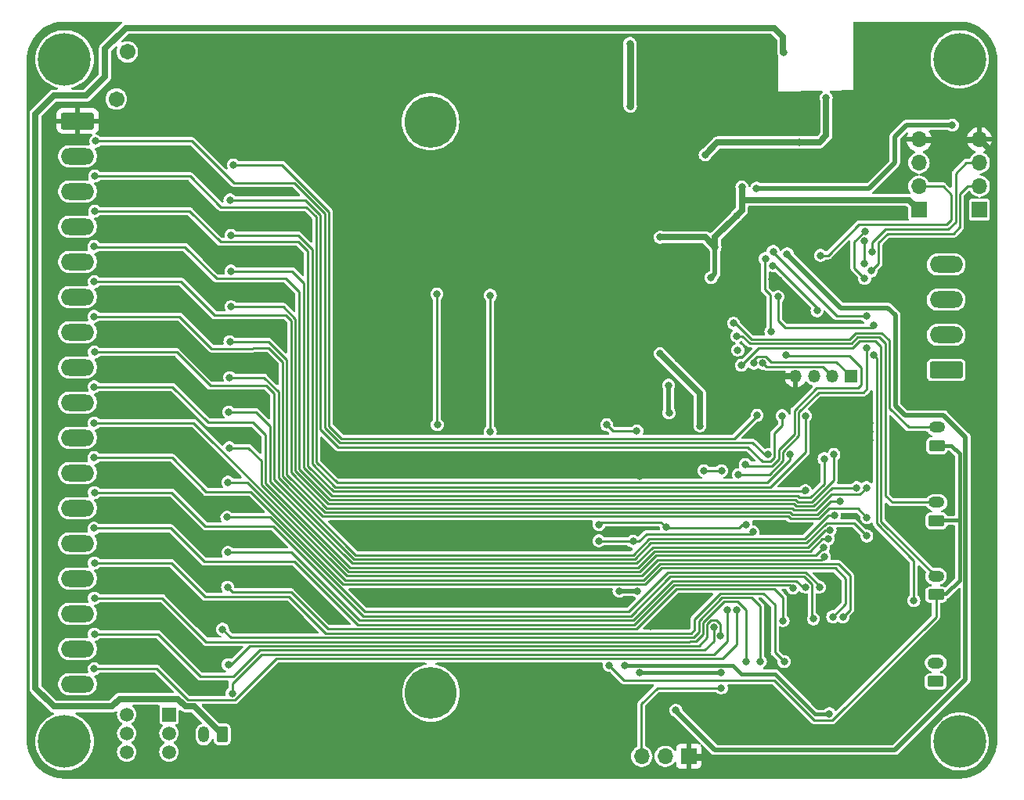
<source format=gbr>
%TF.GenerationSoftware,KiCad,Pcbnew,7.0.7*%
%TF.CreationDate,2024-05-18T15:39:26+02:00*%
%TF.ProjectId,Module_16S,4d6f6475-6c65-45f3-9136-532e6b696361,rev?*%
%TF.SameCoordinates,Original*%
%TF.FileFunction,Copper,L2,Bot*%
%TF.FilePolarity,Positive*%
%FSLAX46Y46*%
G04 Gerber Fmt 4.6, Leading zero omitted, Abs format (unit mm)*
G04 Created by KiCad (PCBNEW 7.0.7) date 2024-05-18 15:39:26*
%MOMM*%
%LPD*%
G01*
G04 APERTURE LIST*
G04 Aperture macros list*
%AMRoundRect*
0 Rectangle with rounded corners*
0 $1 Rounding radius*
0 $2 $3 $4 $5 $6 $7 $8 $9 X,Y pos of 4 corners*
0 Add a 4 corners polygon primitive as box body*
4,1,4,$2,$3,$4,$5,$6,$7,$8,$9,$2,$3,0*
0 Add four circle primitives for the rounded corners*
1,1,$1+$1,$2,$3*
1,1,$1+$1,$4,$5*
1,1,$1+$1,$6,$7*
1,1,$1+$1,$8,$9*
0 Add four rect primitives between the rounded corners*
20,1,$1+$1,$2,$3,$4,$5,0*
20,1,$1+$1,$4,$5,$6,$7,0*
20,1,$1+$1,$6,$7,$8,$9,0*
20,1,$1+$1,$8,$9,$2,$3,0*%
G04 Aperture macros list end*
%TA.AperFunction,ComponentPad*%
%ADD10RoundRect,0.250000X0.350000X0.625000X-0.350000X0.625000X-0.350000X-0.625000X0.350000X-0.625000X0*%
%TD*%
%TA.AperFunction,ComponentPad*%
%ADD11O,1.200000X1.750000*%
%TD*%
%TA.AperFunction,ComponentPad*%
%ADD12R,1.350000X1.350000*%
%TD*%
%TA.AperFunction,ComponentPad*%
%ADD13O,1.350000X1.350000*%
%TD*%
%TA.AperFunction,ComponentPad*%
%ADD14R,1.700000X1.700000*%
%TD*%
%TA.AperFunction,ComponentPad*%
%ADD15O,1.700000X1.700000*%
%TD*%
%TA.AperFunction,ComponentPad*%
%ADD16C,5.600000*%
%TD*%
%TA.AperFunction,ComponentPad*%
%ADD17C,5.700000*%
%TD*%
%TA.AperFunction,ComponentPad*%
%ADD18C,1.710000*%
%TD*%
%TA.AperFunction,ComponentPad*%
%ADD19RoundRect,0.250000X0.625000X-0.350000X0.625000X0.350000X-0.625000X0.350000X-0.625000X-0.350000X0*%
%TD*%
%TA.AperFunction,ComponentPad*%
%ADD20O,1.750000X1.200000*%
%TD*%
%TA.AperFunction,ComponentPad*%
%ADD21R,1.500000X1.500000*%
%TD*%
%TA.AperFunction,ComponentPad*%
%ADD22C,1.500000*%
%TD*%
%TA.AperFunction,ComponentPad*%
%ADD23RoundRect,0.250000X1.550000X-0.650000X1.550000X0.650000X-1.550000X0.650000X-1.550000X-0.650000X0*%
%TD*%
%TA.AperFunction,ComponentPad*%
%ADD24O,3.600000X1.800000*%
%TD*%
%TA.AperFunction,ComponentPad*%
%ADD25RoundRect,0.250000X-1.550000X0.650000X-1.550000X-0.650000X1.550000X-0.650000X1.550000X0.650000X0*%
%TD*%
%TA.AperFunction,ViaPad*%
%ADD26C,0.800000*%
%TD*%
%TA.AperFunction,Conductor*%
%ADD27C,0.700000*%
%TD*%
%TA.AperFunction,Conductor*%
%ADD28C,0.508000*%
%TD*%
%TA.AperFunction,Conductor*%
%ADD29C,0.250000*%
%TD*%
%TA.AperFunction,Conductor*%
%ADD30C,0.400000*%
%TD*%
%TA.AperFunction,Conductor*%
%ADD31C,0.254000*%
%TD*%
%TA.AperFunction,Conductor*%
%ADD32C,0.500000*%
%TD*%
%TA.AperFunction,Conductor*%
%ADD33C,0.800000*%
%TD*%
G04 APERTURE END LIST*
D10*
%TO.P,J13,1,Pin_1*%
%TO.N,STEP_DOWN_V*%
X17052800Y-73092400D03*
D11*
%TO.P,J13,2,Pin_2*%
%TO.N,Net-(J13-Pin_2)*%
X15052800Y-73092400D03*
%TD*%
D12*
%TO.P,J4,1,Pin_1*%
%TO.N,3V3_SPI_SCLK*%
X85056479Y-34329879D03*
D13*
%TO.P,J4,2,Pin_2*%
%TO.N,3V3_SPI_SDO*%
X83056479Y-34329879D03*
%TO.P,J4,3,Pin_3*%
%TO.N,3V3_SPI_SDI*%
X81056479Y-34329879D03*
%TO.P,J4,4,Pin_4*%
%TO.N,GND*%
X79056479Y-34329879D03*
%TD*%
D14*
%TO.P,SW2,1,A*%
%TO.N,GND*%
X67498200Y-75463400D03*
D15*
%TO.P,SW2,2,B*%
%TO.N,Net-(SW2A-B)*%
X64958200Y-75463400D03*
%TO.P,SW2,3,C*%
%TO.N,+3.3V*%
X62418200Y-75463400D03*
%TD*%
D16*
%TO.P,H2,1*%
%TO.N,N/C*%
X39573200Y-6765700D03*
%TD*%
D17*
%TO.P,H3,1*%
%TO.N,N/C*%
X0Y0D03*
%TD*%
D18*
%TO.P,F1,1*%
%TO.N,Net-(D21-K)*%
X5597600Y-4302600D03*
%TO.P,F1,2*%
%TO.N,Net-(U8-VIN)*%
X6797600Y797400D03*
%TD*%
D19*
%TO.P,J3,1,Pin_1*%
%TO.N,Net-(J3-Pin_1)*%
X94211479Y-67359279D03*
D20*
%TO.P,J3,2,Pin_2*%
%TO.N,Net-(J3-Pin_2)*%
X94211479Y-65359279D03*
%TD*%
D14*
%TO.P,J5,1,Pin_1*%
%TO.N,+3.3V*%
X98947879Y-16271400D03*
D15*
%TO.P,J5,2,Pin_2*%
%TO.N,SWCLK_USART_PROG1*%
X98947879Y-13731400D03*
%TO.P,J5,3,Pin_3*%
%TO.N,USART_PROG2*%
X98947879Y-11191400D03*
%TO.P,J5,4,Pin_4*%
%TO.N,GND*%
X98947879Y-8651400D03*
%TD*%
D17*
%TO.P,H6,1*%
%TO.N,N/C*%
X96799400Y-73863200D03*
%TD*%
D16*
%TO.P,H1,1*%
%TO.N,N/C*%
X39624000Y-68614700D03*
%TD*%
D17*
%TO.P,H4,1*%
%TO.N,N/C*%
X0Y-73863200D03*
%TD*%
D19*
%TO.P,J6,1,Pin_1*%
%TO.N,TH_ENABLE*%
X94298600Y-49971200D03*
D20*
%TO.P,J6,2,Pin_2*%
%TO.N,/STM32/ADC_TH3*%
X94298600Y-47971200D03*
%TD*%
D17*
%TO.P,H5,1*%
%TO.N,N/C*%
X96799400Y0D03*
%TD*%
D21*
%TO.P,SW1,1,1*%
%TO.N,CV16*%
X11298200Y-70934300D03*
D22*
%TO.P,SW1,2,2*%
%TO.N,Net-(D21-A)*%
X11298200Y-72966300D03*
%TO.P,SW1,3,3*%
%TO.N,unconnected-(SW1-Pad3)*%
X11298200Y-74998300D03*
%TO.P,SW1,4,4*%
%TO.N,CV16*%
X6726200Y-70934300D03*
%TO.P,SW1,5,5*%
%TO.N,Net-(D21-A)*%
X6726200Y-72966300D03*
%TO.P,SW1,6,6*%
%TO.N,unconnected-(SW1-Pad6)*%
X6726200Y-74998300D03*
%TD*%
D14*
%TO.P,J8,1,Pin_1*%
%TO.N,+3.3V*%
X92405600Y-16296800D03*
D15*
%TO.P,J8,2,Pin_2*%
%TO.N,SWDIO*%
X92405600Y-13756800D03*
%TO.P,J8,3,Pin_3*%
%TO.N,SWCLK_USART_PROG1*%
X92405600Y-11216800D03*
%TO.P,J8,4,Pin_4*%
%TO.N,GND*%
X92405600Y-8676800D03*
%TD*%
D23*
%TO.P,J9,1,Pin_1*%
%TO.N,Net-(J9-Pin_1)*%
X95351600Y-33655000D03*
D24*
%TO.P,J9,2,Pin_2*%
%TO.N,Net-(J9-Pin_2)*%
X95351600Y-29845000D03*
%TO.P,J9,3,Pin_3*%
%TO.N,RX*%
X95351600Y-26035000D03*
%TO.P,J9,4,Pin_4*%
%TO.N,+3.3V*%
X95351600Y-22225000D03*
%TD*%
D25*
%TO.P,J1,1,Pin_1*%
%TO.N,GND*%
X1408500Y-6680200D03*
D24*
%TO.P,J1,2,Pin_2*%
%TO.N,CV1*%
X1408500Y-10490200D03*
%TO.P,J1,3,Pin_3*%
%TO.N,CV2*%
X1408500Y-14300200D03*
%TO.P,J1,4,Pin_4*%
%TO.N,CV3*%
X1408500Y-18110200D03*
%TO.P,J1,5,Pin_5*%
%TO.N,CV4*%
X1408500Y-21920200D03*
%TO.P,J1,6,Pin_6*%
%TO.N,CV5*%
X1408500Y-25730200D03*
%TO.P,J1,7,Pin_7*%
%TO.N,CV6*%
X1408500Y-29540200D03*
%TO.P,J1,8,Pin_8*%
%TO.N,CV7*%
X1408500Y-33350200D03*
%TO.P,J1,9,Pin_9*%
%TO.N,CV8*%
X1408500Y-37160200D03*
%TO.P,J1,10,Pin_10*%
%TO.N,CV9*%
X1408500Y-40970200D03*
%TO.P,J1,11,Pin_11*%
%TO.N,CV10*%
X1408500Y-44780200D03*
%TO.P,J1,12,Pin_12*%
%TO.N,CV11*%
X1408500Y-48590200D03*
%TO.P,J1,13,Pin_13*%
%TO.N,CV12*%
X1408500Y-52400200D03*
%TO.P,J1,14,Pin_14*%
%TO.N,CV13*%
X1408500Y-56210200D03*
%TO.P,J1,15,Pin_15*%
%TO.N,CV14*%
X1408500Y-60020200D03*
%TO.P,J1,16,Pin_16*%
%TO.N,CV15*%
X1408500Y-63830200D03*
%TO.P,J1,17,Pin_17*%
%TO.N,CV16*%
X1408500Y-67640200D03*
%TD*%
D19*
%TO.P,J10,1,Pin_1*%
%TO.N,TH_ENABLE*%
X94349400Y-41843200D03*
D20*
%TO.P,J10,2,Pin_2*%
%TO.N,/STM32/ADC_TH4*%
X94349400Y-39843200D03*
%TD*%
D19*
%TO.P,J7,1,Pin_1*%
%TO.N,TH_ENABLE*%
X94236879Y-57961279D03*
D20*
%TO.P,J7,2,Pin_2*%
%TO.N,/STM32/ADC_TH5*%
X94236879Y-55961279D03*
%TD*%
D26*
%TO.N,+5V*%
X59969400Y-57574700D03*
X82372200Y-4191000D03*
X69280279Y-10337379D03*
X61954367Y-57563779D03*
X79425800Y-9006079D03*
%TO.N,GND*%
X50546000Y-12166600D03*
X51765200Y25400D03*
X29235400Y-69900800D03*
X54305200Y-75412600D03*
X37769800Y-44323000D03*
X38836600Y-44323000D03*
X49834800Y-69824600D03*
X82905600Y-37719000D03*
X52578000Y-75412600D03*
X21640800Y-52552600D03*
X53949600Y25400D03*
X42138600Y-44323000D03*
X77266800Y-23876000D03*
X45872400Y-50520600D03*
X1397000Y-43027600D03*
X25349200Y177800D03*
X65633879Y-7570279D03*
X49276000Y-37261800D03*
X51511200Y-57988200D03*
X82118200Y-37693600D03*
X1346200Y-50571400D03*
X46990000Y-50520600D03*
X64922400Y-71170800D03*
X27051000Y-69900800D03*
X33020000Y-13233400D03*
X76189079Y-50839879D03*
X86029800Y-60655200D03*
X1447800Y-35331400D03*
X75260200Y-73202800D03*
X24282400Y177800D03*
X64922400Y-72009000D03*
X50088800Y-44170600D03*
X52578000Y-57988200D03*
X30835600Y-13233400D03*
X52882800Y25400D03*
X62650879Y-39359079D03*
X31953200Y-13233400D03*
X76458379Y-23850600D03*
X68893779Y-12673379D03*
X79135479Y-50839879D03*
X50850800Y-69824600D03*
X53035200Y-69824600D03*
X75946000Y-37033200D03*
X1422400Y-61976000D03*
X53797200Y-12166600D03*
X52730400Y-12166600D03*
X24968200Y-69900800D03*
X54914800Y-12166600D03*
X63412879Y-61406979D03*
X1346200Y-27635200D03*
X92735400Y-52959000D03*
X51612800Y-12166600D03*
X-1397000Y-68275200D03*
X54762400Y-25069800D03*
X99125279Y-63844679D03*
X86004400Y-61493400D03*
X85852000Y-25146000D03*
X65315579Y-23230079D03*
X97550479Y-36514279D03*
X61594179Y-30748479D03*
X41021000Y-44323000D03*
X53695600Y-57988200D03*
X34137600Y-13233400D03*
X51206400Y-44170600D03*
X1320800Y-31470600D03*
X53467000Y-75412600D03*
X86664800Y-25146000D03*
X87085679Y-41213279D03*
X49682400Y25400D03*
X52476400Y-37261800D03*
X1320800Y-65786000D03*
X42418000Y-58115200D03*
X49530000Y-12166600D03*
X50292000Y-37261800D03*
X26466800Y177800D03*
X36753800Y-44323000D03*
X23266400Y177800D03*
X53644800Y-25069800D03*
X40233600Y-58115200D03*
X51739800Y-75412600D03*
X64058800Y-72009000D03*
X65512179Y-43891171D03*
X51460400Y-25069800D03*
X95859600Y-60071000D03*
X32766000Y-57835800D03*
X28168600Y-69900800D03*
X50393600Y-25069800D03*
X53416200Y-44170600D03*
X95859600Y-60934600D03*
X91135200Y-34925000D03*
X96585279Y-36488879D03*
X66351280Y-32458278D03*
X43789600Y-50520600D03*
X28651200Y177800D03*
X32766000Y-52603400D03*
X98541079Y-36539679D03*
X1219200Y-16230600D03*
X54660800Y-37261800D03*
X1320800Y-12471400D03*
X1371600Y-54305200D03*
X62180379Y-45135800D03*
X1320800Y-46659800D03*
X55219600Y-69824600D03*
X85013800Y-25120600D03*
X50698400Y25400D03*
X76758800Y-37033200D03*
X48056800Y-50520600D03*
X73761600Y-25679400D03*
X54102000Y-69824600D03*
X92837000Y-44907200D03*
X64321779Y-11911379D03*
X51917600Y-69824600D03*
X72125079Y-43245279D03*
X51358800Y-37261800D03*
X87085679Y-39384479D03*
X86004400Y-62280800D03*
X29768800Y-13233400D03*
X41300400Y-58115200D03*
X66562479Y-39740079D03*
X28752800Y-13233400D03*
X64058800Y-71170800D03*
X52578000Y-25069800D03*
X52349400Y-44170600D03*
X53543200Y-37261800D03*
X65978279Y-58917079D03*
X31800800Y-52603400D03*
X44805600Y-50520600D03*
X1422400Y-20040600D03*
X61544679Y-23230079D03*
X22606000Y-52552600D03*
X49022000Y-44170600D03*
X49174400Y-50520600D03*
X1346200Y-23850600D03*
X39954200Y-44323000D03*
X1371600Y-8763000D03*
X27533600Y177800D03*
X87085679Y-40298879D03*
X49377600Y-25069800D03*
X25984200Y-69900800D03*
X1371600Y-39116000D03*
X95859600Y-59156600D03*
X73420479Y-12308079D03*
X30353000Y-69900800D03*
X55067200Y25400D03*
X1371600Y-58191400D03*
X80216479Y-73242979D03*
X54533800Y-44170600D03*
%TO.N,+1V8*%
X65317879Y-35295079D03*
X65364865Y-38263065D03*
%TO.N,VREF4096*%
X60618879Y-65623500D03*
X82716879Y-70842679D03*
%TO.N,STEP_DOWN_V*%
X77800200Y711200D03*
%TO.N,CV16*%
X62178379Y-66412079D03*
X71018400Y-66409579D03*
%TO.N,BA16*%
X71674363Y-59600519D03*
X18126865Y-68648935D03*
%TO.N,BA15*%
X70947863Y-62396321D03*
X17703800Y-65538585D03*
%TO.N,BA14*%
X75249279Y-65190879D03*
X17089385Y-61718673D03*
%TO.N,BA13*%
X77703839Y-60780519D03*
X17627600Y-57150000D03*
%TO.N,BA12*%
X17653000Y-53390800D03*
X80100679Y-57139079D03*
%TO.N,BA11*%
X17551400Y-49580800D03*
X81624679Y-57139079D03*
%TO.N,BA10*%
X17678400Y-45796200D03*
X84164679Y-60364879D03*
%TO.N,BA9*%
X17805400Y-42062400D03*
X82049884Y-52880285D03*
%TO.N,BA8*%
X82776632Y-50966660D03*
X17780000Y-38201600D03*
%TO.N,BA7*%
X83239225Y-49388035D03*
X17856200Y-34467800D03*
%TO.N,BA6*%
X17881600Y-30581600D03*
X83876377Y-47848379D03*
%TO.N,BA5*%
X18008600Y-26797000D03*
X85678568Y-46393562D03*
%TO.N,BA4*%
X82138393Y-43250993D03*
X17983200Y-22936200D03*
%TO.N,BA3*%
X18008600Y-19050000D03*
X80126079Y-38597079D03*
%TO.N,BA2*%
X77611479Y-38597079D03*
X17887134Y-15220134D03*
%TO.N,BA1*%
X18251602Y-11444402D03*
X74893679Y-38546279D03*
%TO.N,3V3_SPI_SCLK*%
X71058279Y-44534028D03*
X69127879Y-44534028D03*
X74512321Y-32907640D03*
%TO.N,3V3_SPI_SDO*%
X75511823Y-32907442D03*
%TO.N,SWCLK_USART_PROG1*%
X87249000Y-22910800D03*
%TO.N,USART_PROG2*%
X87325200Y-20853400D03*
%TO.N,SWDIO*%
X81737200Y-21230079D03*
%TO.N,T1*%
X57792469Y-52133500D03*
X61482479Y-52186079D03*
X74436479Y-51174279D03*
%TO.N,T2*%
X65063879Y-50687979D03*
X73699879Y-50362779D03*
X46050200Y-25552400D03*
X46050200Y-40297700D03*
X57792469Y-50373400D03*
%TO.N,3V3_ADC_CS*%
X75782679Y-21579079D03*
X76392279Y-29490579D03*
%TO.N,3V3_AFE_CS*%
X86765883Y-27812179D03*
X76630979Y-20817079D03*
X86765883Y-31263277D03*
X72861679Y-44972479D03*
%TO.N,/STM32/ADC_TH4*%
X72339200Y-28575000D03*
X72810879Y-31485079D03*
%TO.N,3V3_SAMPLE_AFE*%
X81381600Y-27228800D03*
X76620879Y-22341079D03*
%TO.N,/STM32/ADC_TH3*%
X72721379Y-29961079D03*
%TO.N,/STM32/ADC_TH5*%
X73191879Y-33136079D03*
%TO.N,AFE_EN*%
X78017879Y-32028579D03*
X73634303Y-43863577D03*
%TO.N,FAN*%
X78144879Y-21071079D03*
X66116200Y-70485000D03*
%TO.N,RELAY1*%
X87496378Y-28839180D03*
X91846400Y-58597800D03*
X87496378Y-32039580D03*
X77139800Y-25704800D03*
%TO.N,+3.3V*%
X64415579Y-19267679D03*
X71032879Y-68061079D03*
X70347079Y-20342579D03*
X86526879Y-19674079D03*
X72690479Y-16912079D03*
X69926079Y-23631709D03*
X86526879Y-22087079D03*
X68711679Y-39689279D03*
X64415579Y-31866079D03*
X73252879Y-13832079D03*
%TO.N,TH_ENABLE*%
X58928000Y-65623500D03*
X61888879Y-40248079D03*
X58623200Y-39573200D03*
X40259000Y-25425400D03*
X40309800Y-39573200D03*
%TO.N,Net-(JP2-C)*%
X86541105Y-18632426D03*
X86526879Y-23738079D03*
%TO.N,Net-(U1-CV1)*%
X3352800Y-8864600D03*
X76049379Y-42809156D03*
%TO.N,Net-(U1-CV2)*%
X78485179Y-42762679D03*
X3251200Y-12623800D03*
%TO.N,Net-(U1-CV3)*%
X80099858Y-46708260D03*
X3251200Y-16433800D03*
%TO.N,Net-(U1-CV4)*%
X3175000Y-20269200D03*
X83199479Y-42788079D03*
%TO.N,Net-(U1-CV5)*%
X86704679Y-46394879D03*
X3200400Y-24079200D03*
%TO.N,Net-(U1-CV6)*%
X3175000Y-27838400D03*
X86780879Y-49607979D03*
%TO.N,Net-(U1-CV7)*%
X86755479Y-51607979D03*
X3225800Y-31699200D03*
%TO.N,Net-(U1-CV8)*%
X82592102Y-51948981D03*
X3200400Y-35458400D03*
%TO.N,Net-(U1-CV9)*%
X3200400Y-39370000D03*
X82162799Y-53873389D03*
%TO.N,Net-(U1-CV10)*%
X83072479Y-60364879D03*
X3175000Y-43129200D03*
%TO.N,Net-(U1-CV11)*%
X80989679Y-60593479D03*
X3225800Y-46913800D03*
%TO.N,Net-(U1-CV12)*%
X3175000Y-50774600D03*
X78767950Y-57228750D03*
%TO.N,Net-(U1-CV13)*%
X77814679Y-65216279D03*
X3225800Y-54533800D03*
%TO.N,Net-(U1-CV14)*%
X3225800Y-58343800D03*
X73725279Y-65216279D03*
%TO.N,Net-(U1-CV15)*%
X3225800Y-62230000D03*
X70221363Y-61464725D03*
%TO.N,Net-(U1-CV16)*%
X72672451Y-59653679D03*
X3200400Y-65989200D03*
%TO.N,Net-(D22-K)*%
X61188600Y-5094479D03*
X61137800Y1701800D03*
%TO.N,Net-(SW2A-B)*%
X74842879Y-13959079D03*
X96012000Y-7137400D03*
%TD*%
D27*
%TO.N,+5V*%
X81621121Y-9006079D02*
X82372200Y-8255000D01*
X82372200Y-8255000D02*
X82372200Y-4191000D01*
D28*
X59969400Y-57574700D02*
X59980321Y-57563779D01*
D27*
X69280279Y-10337379D02*
X70611579Y-9006079D01*
D28*
X59980321Y-57563779D02*
X61954367Y-57563779D01*
D27*
X79425800Y-9006079D02*
X81431679Y-9006079D01*
X81431679Y-9006079D02*
X81621121Y-9006079D01*
X70611579Y-9006079D02*
X79425800Y-9006079D01*
%TO.N,GND*%
X75260200Y-73202800D02*
X80178379Y-73204879D01*
X75260200Y-73204879D02*
X75260200Y-73202800D01*
X92241879Y-75655679D02*
X67690479Y-75655679D01*
X100347879Y-62622079D02*
X100347879Y-10051400D01*
X65632379Y-11911379D02*
X66394379Y-12673379D01*
D29*
X1408500Y-6689000D02*
X1408500Y-5858700D01*
D27*
X66351280Y-32458278D02*
X64641482Y-30748479D01*
D28*
X61544679Y-23230079D02*
X65315579Y-23230079D01*
D27*
X68893779Y-12673379D02*
X73055179Y-12673379D01*
X63031879Y-39740079D02*
X66562479Y-39740079D01*
D30*
X65546479Y-43925471D02*
X65512179Y-43891171D01*
D27*
X100347879Y-10051400D02*
X98947879Y-8651400D01*
D28*
X80178379Y-73204879D02*
X80216479Y-73242979D01*
X65978279Y-58917079D02*
X65978279Y-59018679D01*
D27*
X99099879Y-63870079D02*
X99099879Y-69432679D01*
X92431000Y-8702200D02*
X98897079Y-8702200D01*
X73055179Y-12673379D02*
X73420479Y-12308079D01*
X65677779Y-11870379D02*
X65724279Y-11823879D01*
X79056479Y-34329879D02*
X68222882Y-34329879D01*
X68222882Y-34329879D02*
X66351280Y-32458278D01*
X93141800Y-74755758D02*
X92241879Y-75655679D01*
X65677779Y-7614179D02*
X65633879Y-7570279D01*
X93141800Y-72712473D02*
X93141800Y-74755758D01*
D28*
X65978279Y-59018679D02*
X63589979Y-61406979D01*
D27*
X66394379Y-12673379D02*
X68893779Y-12673379D01*
X99125279Y-63844679D02*
X99099879Y-63870079D01*
X67690479Y-75655679D02*
X67487279Y-75452479D01*
X99125279Y-63844679D02*
X100347879Y-62622079D01*
X95452794Y-70401479D02*
X93141800Y-72712473D01*
X67487279Y-75452479D02*
X67476879Y-75452479D01*
X98897079Y-8702200D02*
X98947879Y-8651400D01*
D28*
X63589979Y-61406979D02*
X63412879Y-61406979D01*
D27*
X64321779Y-11911379D02*
X65632379Y-11911379D01*
X98131079Y-70401479D02*
X95452794Y-70401479D01*
X92405600Y-8676800D02*
X92431000Y-8702200D01*
X65677779Y-11870379D02*
X65677779Y-7614179D01*
X62650879Y-39359079D02*
X63031879Y-39740079D01*
X64641482Y-30748479D02*
X61594179Y-30748479D01*
X99099879Y-69432679D02*
X98131079Y-70401479D01*
D28*
%TO.N,+1V8*%
X65364865Y-38263065D02*
X65317879Y-38216079D01*
X65317879Y-38216079D02*
X65317879Y-35295079D01*
D30*
%TO.N,VREF4096*%
X60629800Y-65612579D02*
X66806379Y-65612579D01*
X73191879Y-66537079D02*
X76824079Y-66537079D01*
X60618879Y-65623500D02*
X60629800Y-65612579D01*
X72264879Y-65610079D02*
X73191879Y-66537079D01*
X80303879Y-70016879D02*
X80303879Y-70029879D01*
X76824079Y-66537079D02*
X80303879Y-70016879D01*
X82640679Y-70918879D02*
X82716879Y-70842679D01*
X66808879Y-65610079D02*
X72264879Y-65610079D01*
X80303879Y-70029879D02*
X81192879Y-70918879D01*
X81192879Y-70918879D02*
X82640679Y-70918879D01*
D27*
%TO.N,STEP_DOWN_V*%
X-3149600Y-5918200D02*
X-3149600Y-68097400D01*
X-1168400Y-3937000D02*
X-3149600Y-5918200D01*
X12275978Y-69240400D02*
X13079978Y-70044400D01*
X-3149600Y-68097400D02*
X-1168400Y-70078600D01*
X5943600Y-69240400D02*
X12275978Y-69240400D01*
X77724000Y711200D02*
X77724000Y2413000D01*
X4368800Y-1905000D02*
X2336800Y-3937000D01*
X13079978Y-70044400D02*
X14004800Y-70044400D01*
X6629400Y3403600D02*
X4368800Y1143000D01*
X5105400Y-70078600D02*
X5943600Y-69240400D01*
X77724000Y2413000D02*
X76733400Y3403600D01*
X4368800Y1143000D02*
X4368800Y-1905000D01*
X-1168400Y-70078600D02*
X5105400Y-70078600D01*
X14004800Y-70044400D02*
X17052800Y-73092400D01*
X76733400Y3403600D02*
X6629400Y3403600D01*
X2336800Y-3937000D02*
X-1168400Y-3937000D01*
D30*
%TO.N,CV16*%
X62180379Y-66410079D02*
X62178379Y-66412079D01*
X71018400Y-66409579D02*
X71017900Y-66410079D01*
X71017900Y-66410079D02*
X62180379Y-66410079D01*
D31*
%TO.N,BA16*%
X71674363Y-59600519D02*
X71674363Y-62974595D01*
X70234558Y-64414400D02*
X21292252Y-64414400D01*
X21292252Y-64414400D02*
X18126865Y-67579787D01*
X71674363Y-62974595D02*
X70234558Y-64414400D01*
X18126865Y-67579787D02*
X18126865Y-68648935D01*
%TO.N,BA15*%
X69494363Y-61163591D02*
X69494363Y-62614595D01*
X69494363Y-62614595D02*
X68613479Y-63495479D01*
X68613479Y-63495479D02*
X67949521Y-63495479D01*
X20060982Y-63506400D02*
X18028797Y-65538585D01*
X69920229Y-60737725D02*
X69494363Y-61163591D01*
X70947863Y-62396321D02*
X70947863Y-61163091D01*
X70947863Y-61163091D02*
X70522497Y-60737725D01*
X67949521Y-63495479D02*
X67938600Y-63506400D01*
X18028797Y-65538585D02*
X17703800Y-65538585D01*
X70522497Y-60737725D02*
X69920229Y-60737725D01*
X67938600Y-63506400D02*
X20060982Y-63506400D01*
%TO.N,BA14*%
X68586363Y-61998595D02*
X67997479Y-62587479D01*
X67322600Y-62598400D02*
X17969112Y-62598400D01*
X74296482Y-58269082D02*
X71104768Y-58269082D01*
X67322600Y-62598400D02*
X67333521Y-62587479D01*
X75249279Y-59221879D02*
X74296482Y-58269082D01*
X71104768Y-58269082D02*
X68586363Y-60787487D01*
X67333521Y-62587479D02*
X67997479Y-62587479D01*
X75249279Y-65190879D02*
X75249279Y-59221879D01*
X17969112Y-62598400D02*
X17089385Y-61718673D01*
X68586363Y-60787487D02*
X68586363Y-61998595D01*
%TO.N,BA13*%
X28458252Y-61690400D02*
X61807958Y-61690400D01*
X61807958Y-61690400D02*
X66137278Y-57361080D01*
X24479852Y-57712000D02*
X28458252Y-61690400D01*
X76792080Y-57361080D02*
X77703839Y-58272839D01*
X77703839Y-58272839D02*
X77703839Y-60780519D01*
X66137278Y-57361080D02*
X76792080Y-57361080D01*
X17627600Y-57150000D02*
X18189600Y-57712000D01*
X18189600Y-57712000D02*
X24479852Y-57712000D01*
%TO.N,BA12*%
X65761174Y-56453080D02*
X79157213Y-56453080D01*
X61482854Y-60731400D02*
X65761174Y-56453080D01*
X24511000Y-53390800D02*
X31851600Y-60731400D01*
X79843212Y-57139079D02*
X80100679Y-57139079D01*
X79157213Y-56453080D02*
X79843212Y-57139079D01*
X17653000Y-53390800D02*
X24511000Y-53390800D01*
X31851600Y-60731400D02*
X61482854Y-60731400D01*
%TO.N,BA11*%
X80176866Y-55545080D02*
X65260878Y-55545080D01*
X81624679Y-56992893D02*
X80176866Y-55545080D01*
X60318600Y-59823400D02*
X32478895Y-59823400D01*
X22236295Y-49580800D02*
X17551400Y-49580800D01*
X81624679Y-57139079D02*
X81624679Y-56992893D01*
X65260878Y-55545080D02*
X60993479Y-59812479D01*
X32478895Y-59823400D02*
X22236295Y-49580800D01*
X60329521Y-59812479D02*
X60993479Y-59812479D01*
X60318600Y-59823400D02*
X60329521Y-59812479D01*
%TO.N,BA10*%
X19735800Y-45796200D02*
X17678400Y-45796200D01*
X61888879Y-56383279D02*
X30322878Y-56383279D01*
X83669280Y-54637080D02*
X64348563Y-54637080D01*
X64348563Y-54637080D02*
X62602364Y-56383279D01*
X84948879Y-59580679D02*
X84948879Y-55916679D01*
X62602364Y-56383279D02*
X61910721Y-56383279D01*
X84164679Y-60364879D02*
X84948879Y-59580679D01*
X84948879Y-55916679D02*
X83669280Y-54637080D01*
X30322878Y-56383279D02*
X19735800Y-45796200D01*
%TO.N,BA9*%
X63972459Y-53729080D02*
X62226260Y-55475279D01*
X82049884Y-52880285D02*
X81201089Y-53729080D01*
X30708904Y-55475279D02*
X21288400Y-46054774D01*
X21288400Y-46054774D02*
X21288400Y-43462600D01*
X19888200Y-42062400D02*
X17805400Y-42062400D01*
X81201089Y-53729080D02*
X63972459Y-53729080D01*
X62226260Y-55475279D02*
X61562303Y-55475279D01*
X61540460Y-55475279D02*
X30708904Y-55475279D01*
X21288400Y-43462600D02*
X19888200Y-42062400D01*
%TO.N,BA8*%
X82776632Y-50966660D02*
X82270603Y-50966660D01*
X22219000Y-45701271D02*
X22219000Y-39745000D01*
X31085008Y-54567279D02*
X22219000Y-45701271D01*
X20675600Y-38201600D02*
X17780000Y-38201600D01*
X63596355Y-52821080D02*
X61850156Y-54567279D01*
X61850156Y-54567279D02*
X31085008Y-54567279D01*
X80416184Y-52821079D02*
X63596355Y-52821080D01*
X82270603Y-50966660D02*
X80416184Y-52821079D01*
X22219000Y-39745000D02*
X20675600Y-38201600D01*
%TO.N,BA7*%
X23127000Y-36004799D02*
X21590000Y-34467800D01*
X82565121Y-49388035D02*
X80052377Y-51900779D01*
X83239225Y-49388035D02*
X82565121Y-49388035D01*
X61474051Y-53659279D02*
X31461112Y-53659279D01*
X23127000Y-45325167D02*
X23127000Y-36004799D01*
X31461112Y-53659279D02*
X23127000Y-45325167D01*
X21590000Y-34467800D02*
X17856200Y-34467800D01*
X80052377Y-51900779D02*
X63232551Y-51900779D01*
X63232551Y-51900779D02*
X61474051Y-53659279D01*
%TO.N,BA6*%
X81392070Y-49276981D02*
X82820671Y-47848379D01*
X17881600Y-30581600D02*
X22047200Y-30581600D01*
X24035000Y-44949062D02*
X28126738Y-49040800D01*
X78470206Y-49040800D02*
X78706387Y-49276981D01*
X28126738Y-49040800D02*
X78470206Y-49040800D01*
X24035000Y-32569400D02*
X24035000Y-44949062D01*
X82820671Y-47848379D02*
X83876377Y-47848379D01*
X78706387Y-49276981D02*
X81392070Y-49276981D01*
X22047200Y-30581600D02*
X24035000Y-32569400D01*
%TO.N,BA5*%
X78846312Y-48132800D02*
X28502841Y-48132800D01*
X24943000Y-44572959D02*
X24943000Y-28092600D01*
X24943000Y-28092600D02*
X23647400Y-26797000D01*
X79082493Y-48368981D02*
X78846312Y-48132800D01*
X82991383Y-46393562D02*
X81015964Y-48368981D01*
X81015964Y-48368981D02*
X79082493Y-48368981D01*
X23647400Y-26797000D02*
X18008600Y-26797000D01*
X85678568Y-46393562D02*
X82991383Y-46393562D01*
X28502841Y-48132800D02*
X24943000Y-44572959D01*
%TO.N,BA4*%
X82138393Y-45962447D02*
X80639859Y-47460981D01*
X78543000Y-47224800D02*
X28878947Y-47224800D01*
X25851000Y-24200000D02*
X24587200Y-22936200D01*
X79490381Y-47460981D02*
X79254200Y-47224800D01*
X79254200Y-47224800D02*
X78543000Y-47224800D01*
X80639859Y-47460981D02*
X79490381Y-47460981D01*
X24587200Y-22936200D02*
X17983200Y-22936200D01*
X25851000Y-44196853D02*
X25851000Y-24200000D01*
X28878947Y-47224800D02*
X25851000Y-44196853D01*
X82138393Y-43250993D02*
X82138393Y-45962447D01*
%TO.N,BA3*%
X80126079Y-42555921D02*
X80126079Y-38597079D01*
X29273400Y-46316800D02*
X76365200Y-46316800D01*
X18008600Y-19050000D02*
X25247600Y-19050000D01*
X26759000Y-20561400D02*
X26759000Y-43802400D01*
X25247600Y-19050000D02*
X26759000Y-20561400D01*
X26759000Y-43802400D02*
X29273400Y-46316800D01*
X76365200Y-46316800D02*
X80126079Y-42555921D01*
%TO.N,BA2*%
X29559200Y-41979800D02*
X73907600Y-41979800D01*
X76776379Y-43110290D02*
X76776379Y-42508022D01*
X76773279Y-40447721D02*
X77611479Y-39609521D01*
X77611479Y-39609521D02*
X77611479Y-38597079D01*
X76773279Y-42504922D02*
X76773279Y-40447721D01*
X17887134Y-15220134D02*
X17907000Y-15240000D01*
X75477879Y-43550079D02*
X76336590Y-43550079D01*
X76336590Y-43550079D02*
X76776379Y-43110290D01*
X73907600Y-41979800D02*
X75477879Y-43550079D01*
X17907000Y-15240000D02*
X26042052Y-15240000D01*
X26042052Y-15240000D02*
X27667000Y-16864948D01*
X76776379Y-42508022D02*
X76773279Y-42504922D01*
X27667000Y-16864948D02*
X27667000Y-40087600D01*
X27667000Y-40087600D02*
X29559200Y-41979800D01*
%TO.N,BA1*%
X23530558Y-11444402D02*
X28597200Y-16511044D01*
X18251602Y-11444402D02*
X23530558Y-11444402D01*
X29972000Y-41071800D02*
X72444358Y-41071800D01*
X72444358Y-41071800D02*
X74893679Y-38622479D01*
X28597200Y-39697000D02*
X29972000Y-41071800D01*
X28597200Y-16511044D02*
X28597200Y-39697000D01*
X74893679Y-38622479D02*
X74893679Y-38546279D01*
%TO.N,3V3_SPI_SCLK*%
X83481679Y-32755079D02*
X76387594Y-32755079D01*
X74884116Y-32180442D02*
X74512321Y-32552237D01*
X69127879Y-44534028D02*
X71058279Y-44534028D01*
X85056479Y-34329879D02*
X83481679Y-32755079D01*
X74512321Y-32552237D02*
X74512321Y-32907640D01*
X75812957Y-32180442D02*
X74884116Y-32180442D01*
X76387594Y-32755079D02*
X75812957Y-32180442D01*
%TO.N,3V3_SPI_SDO*%
X75868838Y-33263079D02*
X81989679Y-33263079D01*
X75513238Y-32907479D02*
X75868838Y-33263079D01*
X81989679Y-33263079D02*
X83056479Y-34329879D01*
D29*
%TO.N,SWCLK_USART_PROG1*%
X88050200Y-19823600D02*
X89001600Y-18872200D01*
X96813879Y-14615921D02*
X97698400Y-13731400D01*
X89001600Y-18872200D02*
X96113600Y-18872200D01*
X87249000Y-22910800D02*
X88050200Y-22109600D01*
X88050200Y-21996400D02*
X88050200Y-19823600D01*
X96113600Y-18872200D02*
X96813879Y-18171921D01*
X88050200Y-22109600D02*
X88050200Y-21996400D01*
X97698400Y-13731400D02*
X98947879Y-13731400D01*
X96813879Y-18171921D02*
X96813879Y-14615921D01*
%TO.N,USART_PROG2*%
X87325200Y-20853400D02*
X87325200Y-19837400D01*
X87325200Y-19837400D02*
X88740400Y-18422200D01*
X88740400Y-18422200D02*
X95547600Y-18422200D01*
X95547600Y-18422200D02*
X96363879Y-17605921D01*
X96363879Y-12348121D02*
X97520600Y-11191400D01*
X97520600Y-11191400D02*
X98947879Y-11191400D01*
X96363879Y-17605921D02*
X96363879Y-12348121D01*
%TO.N,SWDIO*%
X92405600Y-13756800D02*
X95011400Y-13756800D01*
X95011400Y-13756800D02*
X95913879Y-14659279D01*
X95913879Y-17344721D02*
X95351174Y-17907426D01*
X85884556Y-17907426D02*
X82561903Y-21230079D01*
X95913879Y-14659279D02*
X95913879Y-17344721D01*
X82561903Y-21230079D02*
X81737200Y-21230079D01*
X95351174Y-17907426D02*
X85884556Y-17907426D01*
D31*
%TO.N,T1*%
X62142879Y-52186079D02*
X62916479Y-51412479D01*
D29*
X57855969Y-52197000D02*
X61471558Y-52197000D01*
D31*
X61482479Y-52186079D02*
X62142879Y-52186079D01*
D29*
X74198279Y-51412479D02*
X63793879Y-51412479D01*
X57792469Y-52133500D02*
X57855969Y-52197000D01*
X74436479Y-51174279D02*
X74198279Y-51412479D01*
D31*
X62916479Y-51412479D02*
X63793879Y-51412479D01*
D29*
X61471558Y-52197000D02*
X61482479Y-52186079D01*
%TO.N,T2*%
X46050200Y-40297700D02*
X46050200Y-25552400D01*
X72912479Y-50723779D02*
X65099679Y-50723779D01*
X73699879Y-50362779D02*
X73273479Y-50362779D01*
X73273479Y-50362779D02*
X72912479Y-50723779D01*
X65099679Y-50723779D02*
X65063879Y-50687979D01*
X64490100Y-50114200D02*
X65063879Y-50687979D01*
X57792469Y-50373400D02*
X58051669Y-50114200D01*
X58051669Y-50114200D02*
X64490100Y-50114200D01*
D31*
%TO.N,3V3_ADC_CS*%
X75731879Y-21629879D02*
X75731879Y-24906479D01*
X76332079Y-29430379D02*
X76392279Y-29490579D01*
X76332079Y-25506679D02*
X76332079Y-29430379D01*
X75731879Y-24906479D02*
X76332079Y-25506679D01*
X75782679Y-21579079D02*
X75731879Y-21629879D01*
%TO.N,3V3_AFE_CS*%
X79399079Y-40768321D02*
X77687679Y-42479721D01*
X86399879Y-36057079D02*
X81548479Y-36057079D01*
X76630979Y-20817079D02*
X76630979Y-20928779D01*
X77687679Y-43483094D02*
X76212773Y-44958000D01*
X86765883Y-31263277D02*
X86765883Y-35691075D01*
X79399079Y-38206479D02*
X79399079Y-40768321D01*
X72876158Y-44958000D02*
X72861679Y-44972479D01*
X86765883Y-35691075D02*
X86399879Y-36057079D01*
X81548479Y-36057079D02*
X79399079Y-38206479D01*
X77687679Y-42479721D02*
X77687679Y-43483094D01*
X83514379Y-27812179D02*
X86765883Y-27812179D01*
X76212773Y-44958000D02*
X72876158Y-44958000D01*
X76630979Y-20928779D02*
X83514379Y-27812179D01*
D29*
%TO.N,/STM32/ADC_TH4*%
X91278200Y-39843200D02*
X94349400Y-39843200D01*
X89204879Y-37769879D02*
X91278200Y-39843200D01*
X84905766Y-30309400D02*
X85576389Y-29638777D01*
X85576389Y-29638777D02*
X88388977Y-29638777D01*
X72542400Y-28575000D02*
X74276800Y-30309400D01*
X89204879Y-30454679D02*
X89204879Y-37769879D01*
X72339200Y-28575000D02*
X72542400Y-28575000D01*
X74276800Y-30309400D02*
X84905766Y-30309400D01*
X88388977Y-29638777D02*
X89204879Y-30454679D01*
D31*
%TO.N,3V3_SAMPLE_AFE*%
X81381600Y-26924000D02*
X76798679Y-22341079D01*
X81381600Y-27228800D02*
X81381600Y-26924000D01*
X76798679Y-22341079D02*
X76620879Y-22341079D01*
D29*
%TO.N,/STM32/ADC_TH3*%
X88754879Y-47225879D02*
X89500200Y-47971200D01*
X85092162Y-30759400D02*
X85762785Y-30088777D01*
X74090404Y-30759400D02*
X85092162Y-30759400D01*
X88754879Y-30741279D02*
X88754879Y-47225879D01*
X88102377Y-30088777D02*
X88754879Y-30741279D01*
X89500200Y-47971200D02*
X94298600Y-47971200D01*
X72721379Y-29961079D02*
X73292083Y-29961079D01*
X85762785Y-30088777D02*
X88102377Y-30088777D01*
X73292083Y-29961079D02*
X74090404Y-30759400D01*
%TO.N,/STM32/ADC_TH5*%
X75096879Y-31231079D02*
X85256879Y-31231079D01*
X85256879Y-31231079D02*
X85949181Y-30538777D01*
X88304879Y-50029279D02*
X94236879Y-55961279D01*
X73191879Y-33136079D02*
X75096879Y-31231079D01*
X87714177Y-30538777D02*
X88304879Y-31129479D01*
X85949181Y-30538777D02*
X87714177Y-30538777D01*
X88304879Y-31129479D02*
X88304879Y-50029279D01*
D31*
%TO.N,AFE_EN*%
X81360427Y-35603079D02*
X78945079Y-38018427D01*
X86145879Y-33415279D02*
X86145879Y-35244479D01*
X84850679Y-32120079D02*
X86145879Y-33415279D01*
X78945079Y-38018427D02*
X78945079Y-40561921D01*
X76524643Y-44004079D02*
X73774805Y-44004079D01*
X85787279Y-35603079D02*
X81360427Y-35603079D01*
X77230379Y-42276621D02*
X77230379Y-43298342D01*
X78109379Y-32120079D02*
X84850679Y-32120079D01*
X86145879Y-35244479D02*
X85787279Y-35603079D01*
X78017879Y-32028579D02*
X78109379Y-32120079D01*
X77230379Y-43298342D02*
X76524643Y-44004079D01*
X78945079Y-40561921D02*
X77230379Y-42276621D01*
X73774805Y-44004079D02*
X73634303Y-43863577D01*
D28*
%TO.N,FAN*%
X66116200Y-70561200D02*
X66116200Y-70485000D01*
D32*
X89041479Y-26913079D02*
X83986879Y-26913079D01*
D28*
X70347079Y-74792079D02*
X66116200Y-70561200D01*
X90311479Y-74280521D02*
X89799921Y-74792079D01*
D32*
X97438479Y-40923479D02*
X95072200Y-38557200D01*
D28*
X66040000Y-70485000D02*
X66090800Y-70535800D01*
D32*
X90311479Y-74280521D02*
X97438479Y-67153521D01*
D28*
X66116200Y-70485000D02*
X66040000Y-70485000D01*
D32*
X95072200Y-38557200D02*
X90881200Y-38557200D01*
X89865200Y-37541200D02*
X89865200Y-27736800D01*
X97438479Y-67153521D02*
X97438479Y-40923479D01*
X83986879Y-26913079D02*
X78144879Y-21071079D01*
D28*
X89799921Y-74792079D02*
X70347079Y-74792079D01*
D32*
X90881200Y-38557200D02*
X89865200Y-37541200D01*
X89865200Y-27736800D02*
X89041479Y-26913079D01*
D31*
%TO.N,RELAY1*%
X87822279Y-50255679D02*
X87822279Y-32365481D01*
X91846400Y-58597800D02*
X91846400Y-54279800D01*
X77941679Y-29072079D02*
X87263479Y-29072079D01*
X87263479Y-29072079D02*
X87496378Y-28839180D01*
X87822279Y-32365481D02*
X87496378Y-32039580D01*
X77139800Y-28270200D02*
X77941679Y-29072079D01*
X77139800Y-25704800D02*
X77139800Y-28270200D01*
X91846400Y-54279800D02*
X87822279Y-50255679D01*
D27*
%TO.N,+3.3V*%
X70347079Y-20342579D02*
X69259979Y-19255479D01*
D29*
X62396879Y-75442079D02*
X62418200Y-75463400D01*
D27*
X92405600Y-16296800D02*
X91337879Y-15229079D01*
X73252879Y-16349679D02*
X73252879Y-15229079D01*
D28*
X70347079Y-23210709D02*
X69926079Y-23631709D01*
D31*
X86526879Y-19674079D02*
X86526879Y-22087079D01*
D28*
X70347079Y-20342579D02*
X70347079Y-23210709D01*
D27*
X68711679Y-36174279D02*
X64403479Y-31866079D01*
X70347079Y-20342579D02*
X70347079Y-19255479D01*
X70347079Y-19255479D02*
X72690479Y-16912079D01*
X91337879Y-15229079D02*
X73252879Y-15229079D01*
X69259979Y-19255479D02*
X64427779Y-19255479D01*
D29*
X62396879Y-69762879D02*
X62396879Y-75442079D01*
X64427779Y-19255479D02*
X64415579Y-19267679D01*
D27*
X73252879Y-15229079D02*
X73252879Y-13832079D01*
D29*
X71032879Y-68061079D02*
X64098679Y-68061079D01*
D27*
X72690479Y-16912079D02*
X73252879Y-16349679D01*
D29*
X64403479Y-31866079D02*
X64415579Y-31866079D01*
D27*
X68711679Y-39689279D02*
X68711679Y-36174279D01*
D29*
X64098679Y-68061079D02*
X62396879Y-69762879D01*
D30*
%TO.N,TH_ENABLE*%
X96788479Y-42686479D02*
X95908879Y-41806879D01*
D29*
X61877958Y-40259000D02*
X61888879Y-40248079D01*
X81099217Y-71567679D02*
X83017184Y-71567679D01*
X58623200Y-39573200D02*
X59309000Y-40259000D01*
X76754417Y-67222879D02*
X81099217Y-71567679D01*
X83017184Y-71567679D02*
X94236879Y-60347984D01*
X59309000Y-40259000D02*
X61877958Y-40259000D01*
X61192953Y-67233800D02*
X61203874Y-67222879D01*
D30*
X95908879Y-41806879D02*
X94236879Y-41806879D01*
X96788479Y-49925479D02*
X94246279Y-49925479D01*
D29*
X61203874Y-67222879D02*
X76754417Y-67222879D01*
X58928000Y-65623500D02*
X58928000Y-65632805D01*
X60528995Y-67233800D02*
X61192953Y-67233800D01*
X40259000Y-25425400D02*
X40259000Y-39522400D01*
X58928000Y-65632805D02*
X60528995Y-67233800D01*
D30*
X96788479Y-49925479D02*
X96788479Y-42686479D01*
X94236879Y-57885079D02*
X95331279Y-57885079D01*
X95331279Y-57885079D02*
X96788479Y-56427879D01*
D29*
X40259000Y-39522400D02*
X40309800Y-39573200D01*
D30*
X94246279Y-49925479D02*
X94236879Y-49934879D01*
X96788479Y-56427879D02*
X96788479Y-49925479D01*
D29*
X94236879Y-60347984D02*
X94236879Y-57885079D01*
%TO.N,Net-(JP2-C)*%
X85420200Y-22631400D02*
X86526879Y-23738079D01*
X86541105Y-18632426D02*
X85420200Y-19753331D01*
X85420200Y-19753331D02*
X85420200Y-22631400D01*
D31*
%TO.N,Net-(U1-CV1)*%
X29765600Y-41525800D02*
X73733000Y-41525800D01*
X18313400Y-13385800D02*
X24829904Y-13385800D01*
X76049379Y-42809156D02*
X75702156Y-42809156D01*
X24829904Y-13385800D02*
X28143200Y-16699096D01*
X3352800Y-8864600D02*
X13792200Y-8864600D01*
X28143200Y-16699096D02*
X28143200Y-39903400D01*
X75702156Y-42809156D02*
X74418800Y-41525800D01*
X74418800Y-41525800D02*
X73743921Y-41525800D01*
X28143200Y-39903400D02*
X29765600Y-41525800D01*
X13792200Y-8864600D02*
X18313400Y-13385800D01*
%TO.N,Net-(U1-CV2)*%
X3251200Y-12623800D02*
X3276600Y-12649200D01*
X75950025Y-45862800D02*
X78485179Y-43327646D01*
X27213000Y-17053000D02*
X27213000Y-43591758D01*
X26139800Y-15979800D02*
X27213000Y-17053000D01*
X78485179Y-43327646D02*
X78485179Y-42762679D01*
X27213000Y-43591758D02*
X29484042Y-45862800D01*
X3276600Y-12649200D02*
X13563600Y-12649200D01*
X13563600Y-12649200D02*
X16894200Y-15979800D01*
X29484042Y-45862800D02*
X75950025Y-45862800D01*
X16894200Y-15979800D02*
X26139800Y-15979800D01*
%TO.N,Net-(U1-CV3)*%
X16856000Y-19777000D02*
X13512800Y-16433800D01*
X80037318Y-46770800D02*
X29067000Y-46770800D01*
X80099858Y-46708260D02*
X79919718Y-46888400D01*
X26305000Y-44008800D02*
X26305000Y-20767800D01*
X13512800Y-16433800D02*
X3251200Y-16433800D01*
X80099858Y-46708260D02*
X80037318Y-46770800D01*
X29067000Y-46770800D02*
X26305000Y-44008800D01*
X26305000Y-20767800D02*
X25314200Y-19777000D01*
X25314200Y-19777000D02*
X16856000Y-19777000D01*
%TO.N,Net-(U1-CV4)*%
X79302328Y-47914981D02*
X79066147Y-47678800D01*
X25397000Y-44384906D02*
X25397000Y-25196800D01*
X28690894Y-47678800D02*
X25397000Y-44384906D01*
X80827911Y-47914981D02*
X79302328Y-47914981D01*
X16433800Y-23749000D02*
X13004800Y-20320000D01*
X23949200Y-23749000D02*
X16433800Y-23749000D01*
X83199479Y-45543413D02*
X80827911Y-47914981D01*
X13004800Y-20320000D02*
X3225800Y-20320000D01*
X83199479Y-42788079D02*
X83199479Y-45543413D01*
X79066147Y-47678800D02*
X28690894Y-47678800D01*
X3225800Y-20320000D02*
X3175000Y-20269200D01*
X25397000Y-25196800D02*
X23949200Y-23749000D01*
%TO.N,Net-(U1-CV5)*%
X12598400Y-24079200D02*
X16246826Y-27727626D01*
X82905118Y-47121879D02*
X85977679Y-47121879D01*
X23935974Y-27727626D02*
X24489000Y-28280652D01*
X85977679Y-47121879D02*
X86704679Y-46394879D01*
X81204017Y-48822981D02*
X82905118Y-47121879D01*
X24489000Y-44761010D02*
X28314790Y-48586800D01*
X24489000Y-28280652D02*
X24489000Y-44761010D01*
X78894440Y-48822981D02*
X81204017Y-48822981D01*
X16246826Y-27727626D02*
X23935974Y-27727626D01*
X28314790Y-48586800D02*
X78658261Y-48586800D01*
X78658261Y-48586800D02*
X78894440Y-48822981D01*
X3200400Y-24079200D02*
X12598400Y-24079200D01*
%TO.N,Net-(U1-CV6)*%
X78518334Y-49730981D02*
X78282153Y-49494800D01*
X27938685Y-49494800D02*
X23581000Y-45137115D01*
X12446000Y-27838400D02*
X3175000Y-27838400D01*
X22068748Y-31245200D02*
X20392148Y-31245200D01*
X20328748Y-31308600D02*
X15916200Y-31308600D01*
X20392148Y-31245200D02*
X20328748Y-31308600D01*
X78282153Y-49494800D02*
X27938685Y-49494800D01*
X23581000Y-32757452D02*
X22068748Y-31245200D01*
X15916200Y-31308600D02*
X12446000Y-27838400D01*
X86780879Y-49607979D02*
X85828379Y-48655479D01*
X85828379Y-48655479D02*
X82655624Y-48655479D01*
X23581000Y-45137115D02*
X23581000Y-32757452D01*
X81580123Y-49730981D02*
X78518334Y-49730981D01*
X82655624Y-48655479D02*
X81580123Y-49730981D01*
%TO.N,Net-(U1-CV7)*%
X22673000Y-45513218D02*
X22673000Y-36192852D01*
X21836948Y-35356800D02*
X15773400Y-35356800D01*
X63408303Y-52367079D02*
X61662103Y-54113279D01*
X61662103Y-54113279D02*
X31273061Y-54113279D01*
X85352379Y-50204879D02*
X82390330Y-50204879D01*
X15773400Y-35356800D02*
X12115800Y-31699200D01*
X82390330Y-50204879D02*
X80228130Y-52367079D01*
X31273061Y-54113279D02*
X22673000Y-45513218D01*
X12115800Y-31699200D02*
X3225800Y-31699200D01*
X22673000Y-36192852D02*
X21836948Y-35356800D01*
X80228130Y-52367079D02*
X63408303Y-52367079D01*
X86755479Y-51607979D02*
X85352379Y-50204879D01*
%TO.N,Net-(U1-CV8)*%
X15570200Y-39344600D02*
X11684000Y-35458400D01*
X11684000Y-35458400D02*
X3200400Y-35458400D01*
X82592102Y-51948981D02*
X81930335Y-51948981D01*
X62038208Y-55021279D02*
X30896957Y-55021279D01*
X21742400Y-40690800D02*
X20396200Y-39344600D01*
X30896957Y-55021279D02*
X21742400Y-45866722D01*
X20396200Y-39344600D02*
X15570200Y-39344600D01*
X80604235Y-53275080D02*
X63784407Y-53275080D01*
X21742400Y-45866722D02*
X21742400Y-40690800D01*
X81930335Y-51948981D02*
X80604235Y-53275080D01*
X63784407Y-53275080D02*
X62038208Y-55021279D01*
%TO.N,Net-(U1-CV9)*%
X64160511Y-54183080D02*
X62414312Y-55929279D01*
X62414312Y-55929279D02*
X30510931Y-55929279D01*
X13951652Y-39370000D02*
X3200400Y-39370000D01*
X30510931Y-55929279D02*
X13951652Y-39370000D01*
X81853108Y-54183080D02*
X64160511Y-54183080D01*
X82162799Y-53873389D02*
X81853108Y-54183080D01*
%TO.N,Net-(U1-CV10)*%
X30134827Y-56837279D02*
X20135148Y-46837600D01*
X83335880Y-55091080D02*
X64536615Y-55091080D01*
X20135148Y-46837600D02*
X15316200Y-46837600D01*
X64536615Y-55091080D02*
X62790416Y-56837279D01*
X62790416Y-56837279D02*
X30134827Y-56837279D01*
X84479079Y-56234279D02*
X83335880Y-55091080D01*
X83072479Y-60364879D02*
X84479079Y-58958279D01*
X15316200Y-46837600D02*
X11607800Y-43129200D01*
X84479079Y-58958279D02*
X84479079Y-56234279D01*
X11607800Y-43129200D02*
X3175000Y-43129200D01*
%TO.N,Net-(U1-CV11)*%
X22584842Y-50571400D02*
X32290842Y-60277400D01*
X80827679Y-56837945D02*
X80827679Y-60431479D01*
X3225800Y-46913800D02*
X11582400Y-46913800D01*
X61239758Y-60277400D02*
X65518078Y-55999080D01*
X79988814Y-55999080D02*
X80827679Y-56837945D01*
X15240000Y-50571400D02*
X22584842Y-50571400D01*
X65518078Y-55999080D02*
X79988814Y-55999080D01*
X80827679Y-60431479D02*
X80989679Y-60593479D01*
X11582400Y-46913800D02*
X15240000Y-50571400D01*
X32290842Y-60277400D02*
X61239758Y-60277400D01*
%TO.N,Net-(U1-CV12)*%
X11506200Y-50774600D02*
X15138400Y-54406800D01*
X65949226Y-56907080D02*
X78446280Y-56907080D01*
X31714548Y-61236400D02*
X61619906Y-61236400D01*
X61619906Y-61236400D02*
X65949226Y-56907080D01*
X15138400Y-54406800D02*
X24884948Y-54406800D01*
X78446280Y-56907080D02*
X78767950Y-57228750D01*
X3175000Y-50774600D02*
X11506200Y-50774600D01*
X24884948Y-54406800D02*
X31714548Y-61236400D01*
%TO.N,Net-(U1-CV13)*%
X75544280Y-57815080D02*
X70916718Y-57815080D01*
X68132363Y-60599435D02*
X68132363Y-61741395D01*
X76798679Y-59069479D02*
X75544280Y-57815080D01*
X76798679Y-64200279D02*
X76798679Y-59069479D01*
X68132363Y-61741395D02*
X67740279Y-62133479D01*
X67065400Y-62144400D02*
X28270200Y-62144400D01*
X77814679Y-65216279D02*
X76798679Y-64200279D01*
X67740279Y-62133479D02*
X67076321Y-62133479D01*
X70916718Y-57815080D02*
X68132363Y-60599435D01*
X28270200Y-62144400D02*
X24291800Y-58166000D01*
X15163800Y-58166000D02*
X11531600Y-54533800D01*
X24291800Y-58166000D02*
X15163800Y-58166000D01*
X11531600Y-54533800D02*
X3225800Y-54533800D01*
X67076321Y-62133479D02*
X67065400Y-62144400D01*
%TO.N,Net-(U1-CV14)*%
X72769988Y-58723082D02*
X71292820Y-58723082D01*
X69040363Y-62255795D02*
X68254679Y-63041479D01*
X67579800Y-63052400D02*
X67590721Y-63041479D01*
X73725279Y-59679079D02*
X73674479Y-59628279D01*
X69040363Y-60975539D02*
X69040363Y-62255795D01*
X73674479Y-59628279D02*
X73674479Y-59627573D01*
X67579800Y-63052400D02*
X15275000Y-63052400D01*
X15275000Y-63052400D02*
X10566400Y-58343800D01*
X71292820Y-58723082D02*
X69040363Y-60975539D01*
X67590721Y-63041479D02*
X68254679Y-63041479D01*
X10566400Y-58343800D02*
X3225800Y-58343800D01*
X73674479Y-59627573D02*
X72769988Y-58723082D01*
X73725279Y-65216279D02*
X73725279Y-59679079D01*
%TO.N,Net-(U1-CV15)*%
X21104199Y-63960400D02*
X18237200Y-66827400D01*
X68576800Y-63960400D02*
X21104199Y-63960400D01*
X14681200Y-66827400D02*
X10109200Y-62255400D01*
X68576800Y-63960400D02*
X68587721Y-63949479D01*
X70221363Y-61464725D02*
X70221363Y-62979795D01*
X3251200Y-62255400D02*
X3225800Y-62230000D01*
X10109200Y-62255400D02*
X3251200Y-62255400D01*
X18237200Y-66827400D02*
X14681200Y-66827400D01*
X70221363Y-62979795D02*
X69251679Y-63949479D01*
X68587721Y-63949479D02*
X69251679Y-63949479D01*
%TO.N,Net-(U1-CV16)*%
X18427999Y-69375935D02*
X22906934Y-64897000D01*
X17817196Y-69367400D02*
X17825731Y-69375935D01*
X71123558Y-64897000D02*
X72672451Y-63348107D01*
X9982200Y-65989200D02*
X13360400Y-69367400D01*
X17825731Y-69375935D02*
X18427999Y-69375935D01*
X22906934Y-64897000D02*
X71123558Y-64897000D01*
X13360400Y-69367400D02*
X17817196Y-69367400D01*
X3200400Y-65989200D02*
X9982200Y-65989200D01*
X72672451Y-63348107D02*
X72672451Y-59653679D01*
D33*
%TO.N,Net-(D22-K)*%
X61137800Y-5043679D02*
X61137800Y1701800D01*
X61188600Y-5094479D02*
X61137800Y-5043679D01*
D28*
%TO.N,Net-(SW2A-B)*%
X95986600Y-7112000D02*
X91037158Y-7112000D01*
X87005921Y-13959079D02*
X74842879Y-13959079D01*
X89789000Y-8360158D02*
X89789000Y-11176000D01*
X96012000Y-7137400D02*
X95986600Y-7112000D01*
X89789000Y-11176000D02*
X87005921Y-13959079D01*
X91037158Y-7112000D02*
X89789000Y-8360158D01*
%TD*%
%TA.AperFunction,Conductor*%
%TO.N,GND*%
G36*
X91126022Y-7909830D02*
G01*
X91181955Y-7951702D01*
X91206372Y-8017166D01*
X91195070Y-8078416D01*
X91132171Y-8213302D01*
X91132167Y-8213313D01*
X91074964Y-8426799D01*
X91074964Y-8426800D01*
X91792253Y-8426800D01*
X91859292Y-8446485D01*
X91905047Y-8499289D01*
X91914991Y-8568447D01*
X91911231Y-8585733D01*
X91905600Y-8604911D01*
X91905600Y-8748688D01*
X91911231Y-8767867D01*
X91911230Y-8837736D01*
X91873455Y-8896514D01*
X91809899Y-8925538D01*
X91792253Y-8926800D01*
X91074964Y-8926800D01*
X91132167Y-9140286D01*
X91132170Y-9140292D01*
X91231999Y-9354378D01*
X91367494Y-9547882D01*
X91534517Y-9714905D01*
X91728021Y-9850400D01*
X91927173Y-9943266D01*
X91979612Y-9989438D01*
X91998764Y-10056632D01*
X91978548Y-10123513D01*
X91925383Y-10168848D01*
X91919568Y-10171272D01*
X91912371Y-10174060D01*
X91890582Y-10182501D01*
X91890580Y-10182502D01*
X91709299Y-10294747D01*
X91551727Y-10438393D01*
X91423232Y-10608546D01*
X91328196Y-10799405D01*
X91328196Y-10799407D01*
X91269844Y-11004489D01*
X91250170Y-11216799D01*
X91250170Y-11216800D01*
X91265403Y-11381181D01*
X91269844Y-11429110D01*
X91322245Y-11613279D01*
X91328196Y-11634192D01*
X91328196Y-11634194D01*
X91423232Y-11825053D01*
X91551727Y-11995206D01*
X91551728Y-11995207D01*
X91709298Y-12138852D01*
X91890581Y-12251098D01*
X92089402Y-12328121D01*
X92286213Y-12364911D01*
X92348493Y-12396579D01*
X92383766Y-12456892D01*
X92380832Y-12526700D01*
X92340623Y-12583840D01*
X92286213Y-12608688D01*
X92089402Y-12645479D01*
X92089399Y-12645479D01*
X92089399Y-12645480D01*
X91890582Y-12722501D01*
X91890580Y-12722502D01*
X91709299Y-12834747D01*
X91551727Y-12978393D01*
X91423232Y-13148546D01*
X91328196Y-13339405D01*
X91328196Y-13339407D01*
X91269844Y-13544489D01*
X91250170Y-13756799D01*
X91250170Y-13756800D01*
X91269844Y-13969109D01*
X91269844Y-13969110D01*
X91323301Y-14156990D01*
X91328196Y-14174192D01*
X91328196Y-14174194D01*
X91410585Y-14339653D01*
X91423234Y-14365055D01*
X91427928Y-14371271D01*
X91432135Y-14376842D01*
X91456827Y-14442204D01*
X91442262Y-14510538D01*
X91393064Y-14560151D01*
X91344854Y-14575018D01*
X91313853Y-14577950D01*
X91310108Y-14578304D01*
X91304272Y-14578579D01*
X87471996Y-14578579D01*
X87404957Y-14558894D01*
X87359202Y-14506090D01*
X87349258Y-14436932D01*
X87378283Y-14373376D01*
X87393743Y-14358389D01*
X87414979Y-14341113D01*
X87425447Y-14326281D01*
X87439065Y-14310114D01*
X90174392Y-11574788D01*
X90223176Y-11529228D01*
X90246353Y-11491112D01*
X90249920Y-11485871D01*
X90276880Y-11450321D01*
X90283539Y-11433432D01*
X90292943Y-11414498D01*
X90302375Y-11398990D01*
X90314414Y-11356020D01*
X90316427Y-11350034D01*
X90332799Y-11308520D01*
X90334654Y-11290465D01*
X90338602Y-11269692D01*
X90343500Y-11252214D01*
X90343499Y-11207603D01*
X90343824Y-11201259D01*
X90348386Y-11156891D01*
X90345303Y-11139008D01*
X90343500Y-11117941D01*
X90343500Y-8641200D01*
X90363185Y-8574161D01*
X90379819Y-8553519D01*
X90804563Y-8128775D01*
X90995008Y-7938330D01*
X91056330Y-7904846D01*
X91126022Y-7909830D01*
G37*
%TD.AperFunction*%
%TA.AperFunction,Conductor*%
G36*
X6155613Y4069215D02*
G01*
X6201368Y4016411D01*
X6211312Y3947253D01*
X6184115Y3885856D01*
X6149594Y3844130D01*
X6145662Y3839809D01*
X3969283Y1663431D01*
X3956710Y1653357D01*
X3956865Y1653170D01*
X3950859Y1648202D01*
X3926234Y1621979D01*
X3901609Y1595756D01*
X3890748Y1584896D01*
X3879888Y1574035D01*
X3879878Y1574023D01*
X3875387Y1568235D01*
X3871601Y1563803D01*
X3838352Y1528394D01*
X3828122Y1509787D01*
X3817446Y1493536D01*
X3804440Y1476768D01*
X3804436Y1476762D01*
X3785148Y1432189D01*
X3782577Y1426942D01*
X3759172Y1384370D01*
X3759172Y1384369D01*
X3753891Y1363801D01*
X3747591Y1345399D01*
X3739164Y1325927D01*
X3731566Y1277953D01*
X3730381Y1272230D01*
X3718300Y1225182D01*
X3718300Y1203956D01*
X3716773Y1184557D01*
X3713453Y1163595D01*
X3714734Y1150049D01*
X3718025Y1115233D01*
X3718300Y1109394D01*
X3718300Y-1584192D01*
X3698615Y-1651231D01*
X3681981Y-1671873D01*
X2103673Y-3250181D01*
X2042350Y-3283666D01*
X2015992Y-3286500D01*
X851044Y-3286500D01*
X784005Y-3266815D01*
X738250Y-3214011D01*
X728306Y-3144853D01*
X757331Y-3081297D01*
X816109Y-3043523D01*
X816717Y-3043346D01*
X852343Y-3033082D01*
X1042184Y-2978390D01*
X1369105Y-2842975D01*
X1678808Y-2671808D01*
X1678813Y-2671804D01*
X1678817Y-2671802D01*
X1769786Y-2607255D01*
X1967400Y-2467041D01*
X2231250Y-2231250D01*
X2467041Y-1967400D01*
X2671808Y-1678808D01*
X2842975Y-1369105D01*
X2978390Y-1042184D01*
X3076350Y-702157D01*
X3135623Y-353300D01*
X3155464Y0D01*
X3135623Y353300D01*
X3076350Y702157D01*
X2978390Y1042184D01*
X2871134Y1301124D01*
X2842978Y1369099D01*
X2842976Y1369103D01*
X2842975Y1369105D01*
X2671808Y1678808D01*
X2671806Y1678810D01*
X2671805Y1678813D01*
X2671802Y1678818D01*
X2467043Y1967397D01*
X2467037Y1967405D01*
X2231251Y2231249D01*
X2231248Y2231252D01*
X1967404Y2467038D01*
X1967396Y2467044D01*
X1678817Y2671803D01*
X1678812Y2671806D01*
X1369102Y2842977D01*
X1369098Y2842979D01*
X1093580Y2957101D01*
X1042184Y2978390D01*
X1042180Y2978392D01*
X1042178Y2978392D01*
X702162Y3076349D01*
X702153Y3076351D01*
X353307Y3135622D01*
X353295Y3135624D01*
X25587Y3154028D01*
X0Y3155464D01*
X-1Y3155464D01*
X-353296Y3135624D01*
X-353308Y3135622D01*
X-702154Y3076351D01*
X-702163Y3076349D01*
X-1042179Y2978392D01*
X-1369099Y2842979D01*
X-1369103Y2842977D01*
X-1678813Y2671806D01*
X-1678818Y2671803D01*
X-1967397Y2467044D01*
X-1967405Y2467038D01*
X-2231249Y2231252D01*
X-2231252Y2231249D01*
X-2467038Y1967405D01*
X-2467044Y1967397D01*
X-2671803Y1678818D01*
X-2671806Y1678813D01*
X-2842977Y1369103D01*
X-2842979Y1369099D01*
X-2978392Y1042179D01*
X-3076349Y702163D01*
X-3076351Y702154D01*
X-3135622Y353308D01*
X-3135624Y353296D01*
X-3155464Y1D01*
X-3135624Y-353295D01*
X-3135622Y-353307D01*
X-3076351Y-702153D01*
X-3076349Y-702162D01*
X-2978392Y-1042178D01*
X-2842979Y-1369098D01*
X-2842977Y-1369102D01*
X-2671806Y-1678812D01*
X-2671803Y-1678817D01*
X-2467044Y-1967396D01*
X-2467038Y-1967404D01*
X-2231252Y-2231248D01*
X-2231249Y-2231251D01*
X-1967405Y-2467037D01*
X-1967397Y-2467043D01*
X-1678818Y-2671802D01*
X-1678813Y-2671805D01*
X-1369103Y-2842976D01*
X-1369099Y-2842978D01*
X-1262987Y-2886930D01*
X-1042184Y-2978390D01*
X-870126Y-3027959D01*
X-816717Y-3043346D01*
X-757747Y-3080820D01*
X-728398Y-3144227D01*
X-737988Y-3213435D01*
X-783473Y-3266472D01*
X-850411Y-3286498D01*
X-851044Y-3286500D01*
X-1082895Y-3286500D01*
X-1098906Y-3284732D01*
X-1098928Y-3284974D01*
X-1106695Y-3284240D01*
X-1106696Y-3284240D01*
X-1178603Y-3286500D01*
X-1209325Y-3286500D01*
X-1209329Y-3286500D01*
X-1209339Y-3286501D01*
X-1216607Y-3287419D01*
X-1222424Y-3287876D01*
X-1270964Y-3289402D01*
X-1270975Y-3289404D01*
X-1291351Y-3295323D01*
X-1310392Y-3299266D01*
X-1331447Y-3301926D01*
X-1331463Y-3301930D01*
X-1376629Y-3319812D01*
X-1382156Y-3321704D01*
X-1428801Y-3335256D01*
X-1447073Y-3346062D01*
X-1464539Y-3354619D01*
X-1484272Y-3362432D01*
X-1523570Y-3390983D01*
X-1528447Y-3394186D01*
X-1530495Y-3395398D01*
X-1570268Y-3418920D01*
X-1585274Y-3433926D01*
X-1600064Y-3446558D01*
X-1617233Y-3459032D01*
X-1617235Y-3459034D01*
X-1648206Y-3496470D01*
X-1652138Y-3500791D01*
X-3549117Y-5397769D01*
X-3561690Y-5407843D01*
X-3561535Y-5408030D01*
X-3567541Y-5412998D01*
X-3572942Y-5418750D01*
X-3616791Y-5465444D01*
X-3627652Y-5476304D01*
X-3638512Y-5487165D01*
X-3638522Y-5487177D01*
X-3643013Y-5492965D01*
X-3646799Y-5497397D01*
X-3680048Y-5532806D01*
X-3690278Y-5551413D01*
X-3700954Y-5567664D01*
X-3713960Y-5584432D01*
X-3713964Y-5584438D01*
X-3733252Y-5629011D01*
X-3735823Y-5634258D01*
X-3759228Y-5676830D01*
X-3759228Y-5676831D01*
X-3764509Y-5697399D01*
X-3770809Y-5715801D01*
X-3779236Y-5735273D01*
X-3786834Y-5783247D01*
X-3788019Y-5788970D01*
X-3800100Y-5836018D01*
X-3800100Y-5857244D01*
X-3801627Y-5876644D01*
X-3804947Y-5897603D01*
X-3800375Y-5945967D01*
X-3800100Y-5951806D01*
X-3800101Y-68011894D01*
X-3801867Y-68027905D01*
X-3801626Y-68027928D01*
X-3802360Y-68035694D01*
X-3800100Y-68107603D01*
X-3800100Y-68138320D01*
X-3800099Y-68138340D01*
X-3799182Y-68145606D01*
X-3798724Y-68151424D01*
X-3797198Y-68199967D01*
X-3797197Y-68199970D01*
X-3791277Y-68220348D01*
X-3787332Y-68239396D01*
X-3784672Y-68260454D01*
X-3784669Y-68260464D01*
X-3766787Y-68305630D01*
X-3764895Y-68311158D01*
X-3751346Y-68357795D01*
X-3751345Y-68357797D01*
X-3740540Y-68376066D01*
X-3731983Y-68393534D01*
X-3726374Y-68407700D01*
X-3724168Y-68413272D01*
X-3695617Y-68452570D01*
X-3692412Y-68457449D01*
X-3667681Y-68499265D01*
X-3667677Y-68499269D01*
X-3652675Y-68514271D01*
X-3640037Y-68529069D01*
X-3627567Y-68546233D01*
X-3627564Y-68546236D01*
X-3627563Y-68546237D01*
X-3590124Y-68577209D01*
X-3585824Y-68581122D01*
X-2635774Y-69531172D01*
X-1688836Y-70478110D01*
X-1678765Y-70490680D01*
X-1678578Y-70490526D01*
X-1673604Y-70496537D01*
X-1673602Y-70496540D01*
X-1645055Y-70523348D01*
X-1621157Y-70545790D01*
X-1599433Y-70567513D01*
X-1593643Y-70572005D01*
X-1589203Y-70575797D01*
X-1560984Y-70602295D01*
X-1553793Y-70609048D01*
X-1553790Y-70609050D01*
X-1553788Y-70609051D01*
X-1535193Y-70619274D01*
X-1518932Y-70629956D01*
X-1502168Y-70642959D01*
X-1502164Y-70642962D01*
X-1460534Y-70660977D01*
X-1457587Y-70662252D01*
X-1452340Y-70664822D01*
X-1409768Y-70688227D01*
X-1389207Y-70693506D01*
X-1370804Y-70699807D01*
X-1351329Y-70708235D01*
X-1351328Y-70708235D01*
X-1351326Y-70708236D01*
X-1317751Y-70713553D01*
X-1303346Y-70715835D01*
X-1297636Y-70717017D01*
X-1250577Y-70729100D01*
X-1250575Y-70729100D01*
X-1249858Y-70729284D01*
X-1189821Y-70765023D01*
X-1158636Y-70827547D01*
X-1166204Y-70897005D01*
X-1210123Y-70951346D01*
X-1233244Y-70963949D01*
X-1369104Y-71020224D01*
X-1678813Y-71191394D01*
X-1678818Y-71191397D01*
X-1967397Y-71396156D01*
X-1967405Y-71396162D01*
X-2231249Y-71631948D01*
X-2231252Y-71631951D01*
X-2467038Y-71895795D01*
X-2467044Y-71895803D01*
X-2671803Y-72184382D01*
X-2671806Y-72184387D01*
X-2842977Y-72494097D01*
X-2842979Y-72494101D01*
X-2978392Y-72821021D01*
X-3076349Y-73161037D01*
X-3076351Y-73161046D01*
X-3135622Y-73509892D01*
X-3135624Y-73509904D01*
X-3155464Y-73863200D01*
X-3135624Y-74216495D01*
X-3135622Y-74216507D01*
X-3076351Y-74565353D01*
X-3076349Y-74565362D01*
X-2978392Y-74905378D01*
X-2978390Y-74905384D01*
X-2963634Y-74941008D01*
X-2842979Y-75232298D01*
X-2842977Y-75232302D01*
X-2671806Y-75542012D01*
X-2671803Y-75542017D01*
X-2467044Y-75830596D01*
X-2467038Y-75830604D01*
X-2231252Y-76094448D01*
X-2231249Y-76094451D01*
X-1967405Y-76330237D01*
X-1967397Y-76330243D01*
X-1678818Y-76535002D01*
X-1678813Y-76535005D01*
X-1678810Y-76535006D01*
X-1678808Y-76535008D01*
X-1433491Y-76670590D01*
X-1369103Y-76706176D01*
X-1369099Y-76706178D01*
X-1267949Y-76748075D01*
X-1042184Y-76841590D01*
X-702157Y-76939550D01*
X-353300Y-76998823D01*
X0Y-77018664D01*
X353300Y-76998823D01*
X702157Y-76939550D01*
X1042184Y-76841590D01*
X1369105Y-76706175D01*
X1678808Y-76535008D01*
X1678813Y-76535004D01*
X1678817Y-76535002D01*
X1774238Y-76467297D01*
X1967400Y-76330241D01*
X2231250Y-76094450D01*
X2467041Y-75830600D01*
X2671808Y-75542008D01*
X2842975Y-75232305D01*
X2978390Y-74905384D01*
X3076350Y-74565357D01*
X3135623Y-74216500D01*
X3155464Y-73863200D01*
X3135623Y-73509900D01*
X3076350Y-73161043D01*
X2978390Y-72821016D01*
X2886930Y-72600213D01*
X2842978Y-72494101D01*
X2842976Y-72494097D01*
X2804402Y-72424303D01*
X2671808Y-72184392D01*
X2671806Y-72184390D01*
X2671805Y-72184387D01*
X2671802Y-72184382D01*
X2467043Y-71895803D01*
X2467037Y-71895795D01*
X2231251Y-71631951D01*
X2231248Y-71631948D01*
X1967404Y-71396162D01*
X1967396Y-71396156D01*
X1678817Y-71191397D01*
X1678812Y-71191394D01*
X1369102Y-71020223D01*
X1369098Y-71020221D01*
X1242205Y-70967661D01*
X1187801Y-70923820D01*
X1165736Y-70857526D01*
X1183015Y-70789827D01*
X1234152Y-70742216D01*
X1289657Y-70729100D01*
X5019895Y-70729100D01*
X5035905Y-70730867D01*
X5035928Y-70730626D01*
X5043689Y-70731358D01*
X5043696Y-70731360D01*
X5115603Y-70729100D01*
X5146325Y-70729100D01*
X5153590Y-70728181D01*
X5159416Y-70727722D01*
X5207969Y-70726197D01*
X5228356Y-70720273D01*
X5247396Y-70716331D01*
X5268458Y-70713671D01*
X5313635Y-70695783D01*
X5319135Y-70693900D01*
X5365798Y-70680344D01*
X5384065Y-70669539D01*
X5401536Y-70660980D01*
X5421271Y-70653168D01*
X5460577Y-70624610D01*
X5465439Y-70621416D01*
X5506189Y-70597317D01*
X5573909Y-70580135D01*
X5640172Y-70602295D01*
X5683936Y-70656761D01*
X5690881Y-70722242D01*
X5691497Y-70722303D01*
X5691203Y-70725282D01*
X5691305Y-70726240D01*
X5690925Y-70728238D01*
X5690900Y-70728362D01*
X5670617Y-70934300D01*
X5690899Y-71140232D01*
X5704621Y-71185468D01*
X5750968Y-71338254D01*
X5848515Y-71520750D01*
X5848517Y-71520752D01*
X5979789Y-71680710D01*
X6139748Y-71811984D01*
X6193925Y-71840943D01*
X6243768Y-71889906D01*
X6259228Y-71958043D01*
X6235395Y-72023723D01*
X6193925Y-72059657D01*
X6139748Y-72088615D01*
X5979789Y-72219889D01*
X5848517Y-72379847D01*
X5750969Y-72562343D01*
X5690899Y-72760367D01*
X5670617Y-72966300D01*
X5690899Y-73172232D01*
X5690900Y-73172234D01*
X5750968Y-73370254D01*
X5848515Y-73552750D01*
X5852233Y-73557280D01*
X5979789Y-73712710D01*
X6139748Y-73843984D01*
X6193925Y-73872943D01*
X6243768Y-73921906D01*
X6259228Y-73990043D01*
X6235395Y-74055723D01*
X6193925Y-74091657D01*
X6139748Y-74120615D01*
X5979789Y-74251889D01*
X5848517Y-74411847D01*
X5848515Y-74411850D01*
X5840907Y-74426084D01*
X5750969Y-74594343D01*
X5690899Y-74792367D01*
X5670617Y-74998299D01*
X5690899Y-75204232D01*
X5704611Y-75249433D01*
X5750968Y-75402254D01*
X5848515Y-75584750D01*
X5848517Y-75584752D01*
X5979789Y-75744710D01*
X6076409Y-75824002D01*
X6139750Y-75875985D01*
X6322246Y-75973532D01*
X6520266Y-76033600D01*
X6520265Y-76033600D01*
X6538729Y-76035418D01*
X6726200Y-76053883D01*
X6932134Y-76033600D01*
X7130154Y-75973532D01*
X7312650Y-75875985D01*
X7472610Y-75744710D01*
X7603885Y-75584750D01*
X7701432Y-75402254D01*
X7761500Y-75204234D01*
X7781783Y-74998300D01*
X7761500Y-74792366D01*
X7701432Y-74594346D01*
X7603885Y-74411850D01*
X7551902Y-74348509D01*
X7472610Y-74251889D01*
X7312652Y-74120617D01*
X7312653Y-74120617D01*
X7312650Y-74120615D01*
X7258474Y-74091657D01*
X7208631Y-74042695D01*
X7193171Y-73974557D01*
X7217003Y-73908878D01*
X7258473Y-73872943D01*
X7312650Y-73843985D01*
X7472610Y-73712710D01*
X7603885Y-73552750D01*
X7701432Y-73370254D01*
X7761500Y-73172234D01*
X7781783Y-72966300D01*
X7761500Y-72760366D01*
X7701432Y-72562346D01*
X7603885Y-72379850D01*
X7526195Y-72285184D01*
X7472610Y-72219889D01*
X7312650Y-72088615D01*
X7258474Y-72059656D01*
X7208630Y-72010693D01*
X7193171Y-71942555D01*
X7217004Y-71876876D01*
X7258473Y-71840943D01*
X7312650Y-71811985D01*
X7472610Y-71680710D01*
X7603885Y-71520750D01*
X7701432Y-71338254D01*
X7761500Y-71140234D01*
X7781783Y-70934300D01*
X7761500Y-70728366D01*
X7701432Y-70530346D01*
X7603885Y-70347850D01*
X7509686Y-70233067D01*
X7472610Y-70187889D01*
X7378619Y-70110754D01*
X7339284Y-70053008D01*
X7337413Y-69983164D01*
X7373600Y-69923395D01*
X7436356Y-69892679D01*
X7457283Y-69890900D01*
X10158959Y-69890900D01*
X10225998Y-69910585D01*
X10271753Y-69963389D01*
X10281697Y-70032547D01*
X10272393Y-70064987D01*
X10250615Y-70114307D01*
X10250615Y-70114308D01*
X10247700Y-70139431D01*
X10247700Y-71729156D01*
X10247702Y-71729182D01*
X10250613Y-71754287D01*
X10250615Y-71754291D01*
X10295993Y-71857064D01*
X10295994Y-71857065D01*
X10375435Y-71936506D01*
X10478209Y-71981885D01*
X10503335Y-71984800D01*
X10503336Y-71984799D01*
X10506534Y-71985171D01*
X10570858Y-72012450D01*
X10610223Y-72070175D01*
X10612130Y-72140019D01*
X10575975Y-72199806D01*
X10570911Y-72204197D01*
X10551789Y-72219890D01*
X10420517Y-72379847D01*
X10322969Y-72562343D01*
X10262899Y-72760367D01*
X10242617Y-72966299D01*
X10262899Y-73172232D01*
X10262900Y-73172234D01*
X10322968Y-73370254D01*
X10420515Y-73552750D01*
X10424233Y-73557280D01*
X10551789Y-73712710D01*
X10711748Y-73843984D01*
X10765925Y-73872943D01*
X10815768Y-73921906D01*
X10831228Y-73990043D01*
X10807395Y-74055723D01*
X10765925Y-74091657D01*
X10711748Y-74120615D01*
X10551789Y-74251889D01*
X10420517Y-74411847D01*
X10420515Y-74411850D01*
X10412907Y-74426084D01*
X10322969Y-74594343D01*
X10262899Y-74792367D01*
X10242617Y-74998299D01*
X10262899Y-75204232D01*
X10276611Y-75249433D01*
X10322968Y-75402254D01*
X10420515Y-75584750D01*
X10420517Y-75584752D01*
X10551789Y-75744710D01*
X10648409Y-75824002D01*
X10711750Y-75875985D01*
X10894246Y-75973532D01*
X11092266Y-76033600D01*
X11092265Y-76033600D01*
X11110729Y-76035418D01*
X11298200Y-76053883D01*
X11504134Y-76033600D01*
X11702154Y-75973532D01*
X11884650Y-75875985D01*
X12044610Y-75744710D01*
X12175885Y-75584750D01*
X12273432Y-75402254D01*
X12333500Y-75204234D01*
X12353783Y-74998300D01*
X12333500Y-74792366D01*
X12273432Y-74594346D01*
X12175885Y-74411850D01*
X12123902Y-74348509D01*
X12044610Y-74251889D01*
X11884652Y-74120617D01*
X11884653Y-74120617D01*
X11884650Y-74120615D01*
X11830474Y-74091657D01*
X11780631Y-74042695D01*
X11765171Y-73974557D01*
X11789003Y-73908878D01*
X11830473Y-73872943D01*
X11884650Y-73843985D01*
X12044610Y-73712710D01*
X12175885Y-73552750D01*
X12273432Y-73370254D01*
X12333500Y-73172234D01*
X12353783Y-72966300D01*
X12333500Y-72760366D01*
X12273432Y-72562346D01*
X12175885Y-72379850D01*
X12044610Y-72219890D01*
X12044608Y-72219887D01*
X12025490Y-72204198D01*
X11986154Y-72146453D01*
X11984283Y-72076609D01*
X12020469Y-72016840D01*
X12083225Y-71986123D01*
X12089869Y-71985169D01*
X12093059Y-71984799D01*
X12093064Y-71984799D01*
X12118191Y-71981885D01*
X12220965Y-71936506D01*
X12300406Y-71857065D01*
X12345785Y-71754291D01*
X12348700Y-71729165D01*
X12348699Y-70532910D01*
X12368384Y-70465872D01*
X12421187Y-70420117D01*
X12490346Y-70410173D01*
X12553902Y-70439198D01*
X12569133Y-70456877D01*
X12569800Y-70456326D01*
X12574774Y-70462337D01*
X12574776Y-70462340D01*
X12601880Y-70487792D01*
X12627221Y-70511590D01*
X12648944Y-70533312D01*
X12654736Y-70537805D01*
X12659176Y-70541598D01*
X12669057Y-70550876D01*
X12694585Y-70574848D01*
X12713176Y-70585068D01*
X12729441Y-70595752D01*
X12743411Y-70606588D01*
X12746215Y-70608763D01*
X12790805Y-70628058D01*
X12796034Y-70630620D01*
X12838610Y-70654027D01*
X12859171Y-70659305D01*
X12877575Y-70665607D01*
X12897052Y-70674036D01*
X12934905Y-70680030D01*
X12945032Y-70681635D01*
X12950742Y-70682817D01*
X12997801Y-70694900D01*
X13019023Y-70694900D01*
X13038420Y-70696426D01*
X13059383Y-70699747D01*
X13107750Y-70695174D01*
X13113587Y-70694900D01*
X13683992Y-70694900D01*
X13751031Y-70714585D01*
X13771673Y-70731219D01*
X14800214Y-71759760D01*
X14833699Y-71821083D01*
X14828715Y-71890775D01*
X14786843Y-71946708D01*
X14762969Y-71960720D01*
X14600070Y-72033248D01*
X14600065Y-72033251D01*
X14446929Y-72144511D01*
X14320266Y-72285185D01*
X14225621Y-72449115D01*
X14225618Y-72449122D01*
X14211004Y-72494101D01*
X14167126Y-72629144D01*
X14152300Y-72770208D01*
X14152300Y-73414592D01*
X14167126Y-73555656D01*
X14167127Y-73555659D01*
X14225618Y-73735677D01*
X14225621Y-73735684D01*
X14320267Y-73899616D01*
X14401417Y-73989742D01*
X14446929Y-74040288D01*
X14600065Y-74151548D01*
X14600070Y-74151551D01*
X14772992Y-74228542D01*
X14772997Y-74228544D01*
X14958154Y-74267900D01*
X14958155Y-74267900D01*
X15147444Y-74267900D01*
X15147446Y-74267900D01*
X15332603Y-74228544D01*
X15505530Y-74151551D01*
X15658671Y-74040288D01*
X15785333Y-73899616D01*
X15879979Y-73735684D01*
X15910368Y-73642154D01*
X15949806Y-73584478D01*
X16014165Y-73557280D01*
X16083011Y-73569195D01*
X16134487Y-73616439D01*
X16152300Y-73680472D01*
X16152300Y-73760502D01*
X16156129Y-73792384D01*
X16162922Y-73848961D01*
X16218439Y-73989743D01*
X16309877Y-74110322D01*
X16430456Y-74201760D01*
X16430457Y-74201760D01*
X16430458Y-74201761D01*
X16571236Y-74257277D01*
X16659698Y-74267900D01*
X16659703Y-74267900D01*
X17445897Y-74267900D01*
X17445902Y-74267900D01*
X17534364Y-74257277D01*
X17675142Y-74201761D01*
X17795722Y-74110322D01*
X17887161Y-73989742D01*
X17942677Y-73848964D01*
X17953300Y-73760502D01*
X17953300Y-72424298D01*
X17942677Y-72335836D01*
X17887161Y-72195058D01*
X17887160Y-72195057D01*
X17887160Y-72195056D01*
X17795722Y-72074477D01*
X17675143Y-71983039D01*
X17557143Y-71936506D01*
X17534364Y-71927523D01*
X17534363Y-71927522D01*
X17534361Y-71927522D01*
X17488726Y-71922042D01*
X17445902Y-71916900D01*
X17445897Y-71916900D01*
X16848608Y-71916900D01*
X16781569Y-71897215D01*
X16760927Y-71880581D01*
X14886927Y-70006581D01*
X14853442Y-69945258D01*
X14858426Y-69875566D01*
X14900298Y-69819633D01*
X14965762Y-69795216D01*
X14974608Y-69794900D01*
X17707634Y-69794900D01*
X17736079Y-69799733D01*
X17736218Y-69798999D01*
X17745355Y-69800726D01*
X17745356Y-69800727D01*
X17753279Y-69802225D01*
X17761294Y-69803434D01*
X17761296Y-69803435D01*
X17817738Y-69803435D01*
X17874134Y-69805545D01*
X17874134Y-69805544D01*
X17874136Y-69805545D01*
X17874137Y-69805544D01*
X17883368Y-69804505D01*
X17883468Y-69805392D01*
X17898335Y-69803435D01*
X18400507Y-69803435D01*
X18407447Y-69803824D01*
X18436722Y-69807123D01*
X18444164Y-69807962D01*
X18444164Y-69807961D01*
X18444165Y-69807962D01*
X18499622Y-69797468D01*
X18499621Y-69797468D01*
X18555425Y-69789058D01*
X18555426Y-69789057D01*
X18555430Y-69789057D01*
X18555433Y-69789055D01*
X18563163Y-69786670D01*
X18570783Y-69784003D01*
X18570788Y-69784003D01*
X18608733Y-69763948D01*
X18620684Y-69757632D01*
X18671536Y-69733144D01*
X18678210Y-69728592D01*
X18684721Y-69723787D01*
X18684725Y-69723786D01*
X18724637Y-69683873D01*
X18736875Y-69672518D01*
X18766004Y-69645491D01*
X18766004Y-69645490D01*
X18766007Y-69645488D01*
X18766008Y-69645485D01*
X18771804Y-69638218D01*
X18772506Y-69638778D01*
X18781626Y-69626883D01*
X23047690Y-65360819D01*
X23109014Y-65327334D01*
X23135372Y-65324500D01*
X39008888Y-65324500D01*
X39075927Y-65344185D01*
X39121682Y-65396989D01*
X39131626Y-65466147D01*
X39102601Y-65529703D01*
X39043823Y-65567477D01*
X39029660Y-65570747D01*
X39011058Y-65573908D01*
X38932990Y-65587172D01*
X38932982Y-65587174D01*
X38598359Y-65683578D01*
X38598356Y-65683579D01*
X38555902Y-65701164D01*
X38276625Y-65816844D01*
X37971835Y-65985295D01*
X37822254Y-66091429D01*
X37687824Y-66186812D01*
X37428161Y-66418861D01*
X37196112Y-66678524D01*
X37163214Y-66724890D01*
X36994595Y-66962535D01*
X36826144Y-67267325D01*
X36692878Y-67589059D01*
X36596474Y-67923682D01*
X36596472Y-67923690D01*
X36538142Y-68266999D01*
X36538140Y-68267011D01*
X36518615Y-68614700D01*
X36538140Y-68962388D01*
X36538141Y-68962393D01*
X36596473Y-69305713D01*
X36692879Y-69640344D01*
X36826145Y-69962076D01*
X36994595Y-70266864D01*
X37196112Y-70550876D01*
X37428161Y-70810539D01*
X37687824Y-71042588D01*
X37971836Y-71244105D01*
X38276624Y-71412555D01*
X38598356Y-71545821D01*
X38932987Y-71642227D01*
X39276307Y-71700559D01*
X39624000Y-71720085D01*
X39971693Y-71700559D01*
X40315013Y-71642227D01*
X40649644Y-71545821D01*
X40971376Y-71412555D01*
X41276164Y-71244105D01*
X41560176Y-71042588D01*
X41819839Y-70810539D01*
X42051888Y-70550876D01*
X42253405Y-70266864D01*
X42421855Y-69962076D01*
X42555121Y-69640344D01*
X42651527Y-69305713D01*
X42709859Y-68962393D01*
X42729385Y-68614700D01*
X42709859Y-68267007D01*
X42651527Y-67923687D01*
X42555121Y-67589056D01*
X42421855Y-67267324D01*
X42253405Y-66962536D01*
X42051888Y-66678524D01*
X41819839Y-66418861D01*
X41560176Y-66186812D01*
X41276164Y-65985295D01*
X40971376Y-65816845D01*
X40959698Y-65812008D01*
X40851370Y-65767137D01*
X40649644Y-65683579D01*
X40358443Y-65599685D01*
X40315017Y-65587174D01*
X40315009Y-65587172D01*
X40244169Y-65575136D01*
X40218340Y-65570747D01*
X40155546Y-65540112D01*
X40119283Y-65480390D01*
X40121064Y-65410543D01*
X40160325Y-65352747D01*
X40224600Y-65325352D01*
X40239112Y-65324500D01*
X58118693Y-65324500D01*
X58185732Y-65344185D01*
X58231487Y-65396989D01*
X58241789Y-65463447D01*
X58222355Y-65623499D01*
X58242859Y-65792369D01*
X58242860Y-65792374D01*
X58303182Y-65951431D01*
X58363499Y-66038813D01*
X58399817Y-66091429D01*
X58489106Y-66170532D01*
X58527150Y-66204236D01*
X58676666Y-66282708D01*
X58677775Y-66283290D01*
X58842944Y-66324000D01*
X58966085Y-66324000D01*
X59033124Y-66343685D01*
X59053765Y-66360319D01*
X60180467Y-67487020D01*
X60275775Y-67582328D01*
X60297294Y-67593292D01*
X60313873Y-67603451D01*
X60333414Y-67617649D01*
X60356376Y-67625109D01*
X60374349Y-67632553D01*
X60395869Y-67643519D01*
X60419719Y-67647295D01*
X60438640Y-67651839D01*
X60460484Y-67658936D01*
X60461602Y-67659300D01*
X60461603Y-67659300D01*
X61260346Y-67659300D01*
X61271629Y-67655633D01*
X61275275Y-67654449D01*
X61313596Y-67648379D01*
X63610269Y-67648379D01*
X63677308Y-67668064D01*
X63723063Y-67720868D01*
X63733007Y-67790026D01*
X63703982Y-67853582D01*
X63697950Y-67860060D01*
X62085075Y-69472932D01*
X62085071Y-69472938D01*
X62048351Y-69509657D01*
X62037389Y-69531172D01*
X62027225Y-69547757D01*
X62013031Y-69567293D01*
X62013030Y-69567296D01*
X62005567Y-69590264D01*
X61998122Y-69608237D01*
X61987159Y-69629752D01*
X61983382Y-69653601D01*
X61978841Y-69672518D01*
X61971379Y-69695483D01*
X61971379Y-74318365D01*
X61951694Y-74385404D01*
X61907435Y-74425082D01*
X61908056Y-74426084D01*
X61903182Y-74429101D01*
X61903181Y-74429102D01*
X61804180Y-74490400D01*
X61721899Y-74541347D01*
X61564327Y-74684993D01*
X61435832Y-74855146D01*
X61340796Y-75046005D01*
X61340796Y-75046007D01*
X61282444Y-75251089D01*
X61262770Y-75463399D01*
X61262770Y-75463400D01*
X61282444Y-75675710D01*
X61340796Y-75880792D01*
X61340796Y-75880794D01*
X61435832Y-76071653D01*
X61507584Y-76166667D01*
X61564328Y-76241807D01*
X61721898Y-76385452D01*
X61903181Y-76497698D01*
X62102002Y-76574721D01*
X62311590Y-76613900D01*
X62311592Y-76613900D01*
X62524808Y-76613900D01*
X62524810Y-76613900D01*
X62734398Y-76574721D01*
X62933219Y-76497698D01*
X63114502Y-76385452D01*
X63272072Y-76241807D01*
X63400566Y-76071655D01*
X63419515Y-76033600D01*
X63495603Y-75880794D01*
X63495603Y-75880793D01*
X63495605Y-75880789D01*
X63553956Y-75675710D01*
X63564729Y-75559447D01*
X63590515Y-75494511D01*
X63635069Y-75462594D01*
X63598697Y-75441731D01*
X63566507Y-75379718D01*
X63564729Y-75367351D01*
X63562085Y-75338819D01*
X63553956Y-75251090D01*
X63495605Y-75046011D01*
X63495603Y-75046006D01*
X63495603Y-75046005D01*
X63400567Y-74855146D01*
X63272072Y-74684993D01*
X63200106Y-74619387D01*
X63114502Y-74541348D01*
X63057457Y-74506027D01*
X62933222Y-74429103D01*
X62901583Y-74416846D01*
X62846182Y-74374272D01*
X62822593Y-74308504D01*
X62822379Y-74301220D01*
X62822379Y-69990488D01*
X62842064Y-69923449D01*
X62858693Y-69902812D01*
X64238608Y-68522898D01*
X64299931Y-68489413D01*
X64326289Y-68486579D01*
X70411299Y-68486579D01*
X70478338Y-68506264D01*
X70499079Y-68524036D01*
X70499082Y-68524034D01*
X70499251Y-68524184D01*
X70504112Y-68528349D01*
X70504693Y-68529005D01*
X70504695Y-68529007D01*
X70504696Y-68529008D01*
X70524144Y-68546237D01*
X70632029Y-68641815D01*
X70782652Y-68720868D01*
X70782654Y-68720869D01*
X70947823Y-68761579D01*
X71117935Y-68761579D01*
X71283104Y-68720869D01*
X71389065Y-68665256D01*
X71433728Y-68641815D01*
X71433729Y-68641813D01*
X71433731Y-68641813D01*
X71561062Y-68529008D01*
X71657697Y-68389009D01*
X71718019Y-68229951D01*
X71738524Y-68061079D01*
X71718019Y-67892207D01*
X71689249Y-67816348D01*
X71683883Y-67746687D01*
X71717030Y-67685181D01*
X71778169Y-67651359D01*
X71805192Y-67648379D01*
X76526807Y-67648379D01*
X76593846Y-67668064D01*
X76614488Y-67684698D01*
X80748346Y-71818555D01*
X80748356Y-71818566D01*
X80750688Y-71820898D01*
X80750689Y-71820899D01*
X80845997Y-71916207D01*
X80867518Y-71927172D01*
X80884097Y-71937332D01*
X80903636Y-71951528D01*
X80926598Y-71958988D01*
X80944571Y-71966432D01*
X80966091Y-71977398D01*
X80989941Y-71981174D01*
X81008862Y-71985718D01*
X81030706Y-71992815D01*
X81031824Y-71993179D01*
X81031825Y-71993179D01*
X83084576Y-71993179D01*
X83084577Y-71993179D01*
X83107544Y-71985715D01*
X83126460Y-71981174D01*
X83150310Y-71977398D01*
X83171820Y-71966436D01*
X83189798Y-71958989D01*
X83212765Y-71951528D01*
X83232302Y-71937332D01*
X83248890Y-71927167D01*
X83270404Y-71916207D01*
X83365712Y-71820899D01*
X83365712Y-71820898D01*
X87434229Y-67752381D01*
X93035979Y-67752381D01*
X93040500Y-67790026D01*
X93046601Y-67840840D01*
X93102118Y-67981622D01*
X93193556Y-68102201D01*
X93314135Y-68193639D01*
X93314136Y-68193639D01*
X93314137Y-68193640D01*
X93454915Y-68249156D01*
X93543377Y-68259779D01*
X93543382Y-68259779D01*
X94879576Y-68259779D01*
X94879581Y-68259779D01*
X94968043Y-68249156D01*
X95108821Y-68193640D01*
X95229401Y-68102201D01*
X95320840Y-67981621D01*
X95376356Y-67840843D01*
X95386979Y-67752381D01*
X95386979Y-66966177D01*
X95376356Y-66877715D01*
X95320840Y-66736937D01*
X95320839Y-66736936D01*
X95320839Y-66736935D01*
X95229401Y-66616356D01*
X95108822Y-66524918D01*
X95012671Y-66487001D01*
X94968043Y-66469402D01*
X94968042Y-66469401D01*
X94968040Y-66469401D01*
X94922405Y-66463921D01*
X94879581Y-66458779D01*
X94799551Y-66458779D01*
X94732512Y-66439094D01*
X94686757Y-66386290D01*
X94676813Y-66317132D01*
X94705838Y-66253576D01*
X94761233Y-66216848D01*
X94854757Y-66186460D01*
X94854757Y-66186459D01*
X94854763Y-66186458D01*
X95018695Y-66091812D01*
X95159367Y-65965150D01*
X95270630Y-65812009D01*
X95347623Y-65639082D01*
X95386979Y-65453925D01*
X95386979Y-65264633D01*
X95347623Y-65079476D01*
X95343696Y-65070657D01*
X95270630Y-64906549D01*
X95270627Y-64906544D01*
X95159367Y-64753408D01*
X95123573Y-64721179D01*
X95018695Y-64626746D01*
X94854763Y-64532100D01*
X94854756Y-64532097D01*
X94674738Y-64473606D01*
X94674735Y-64473605D01*
X94533671Y-64458779D01*
X93889287Y-64458779D01*
X93748223Y-64473605D01*
X93748220Y-64473605D01*
X93748219Y-64473606D01*
X93568201Y-64532097D01*
X93568194Y-64532100D01*
X93404264Y-64626745D01*
X93263590Y-64753408D01*
X93152330Y-64906544D01*
X93152327Y-64906549D01*
X93075336Y-65079471D01*
X93075334Y-65079476D01*
X93043159Y-65230854D01*
X93035979Y-65264633D01*
X93035979Y-65453925D01*
X93037407Y-65460644D01*
X93075334Y-65639081D01*
X93075336Y-65639086D01*
X93152327Y-65812008D01*
X93152330Y-65812013D01*
X93262821Y-65964090D01*
X93263591Y-65965150D01*
X93404263Y-66091812D01*
X93568195Y-66186458D01*
X93568197Y-66186458D01*
X93568200Y-66186460D01*
X93661725Y-66216848D01*
X93719401Y-66256285D01*
X93746599Y-66320644D01*
X93734684Y-66389490D01*
X93687440Y-66440966D01*
X93623407Y-66458779D01*
X93543377Y-66458779D01*
X93504332Y-66463467D01*
X93454917Y-66469401D01*
X93314135Y-66524918D01*
X93193556Y-66616356D01*
X93102118Y-66736935D01*
X93046601Y-66877717D01*
X93042288Y-66913637D01*
X93035979Y-66966177D01*
X93035979Y-67752381D01*
X87434229Y-67752381D01*
X94561433Y-60625178D01*
X94585407Y-60601204D01*
X94596367Y-60579690D01*
X94606532Y-60563102D01*
X94620728Y-60543565D01*
X94628189Y-60520598D01*
X94635638Y-60502618D01*
X94646597Y-60481112D01*
X94646597Y-60481111D01*
X94646598Y-60481110D01*
X94650374Y-60457260D01*
X94654915Y-60438344D01*
X94662379Y-60415377D01*
X94662379Y-60280591D01*
X94662379Y-60255929D01*
X94662378Y-60255923D01*
X94662379Y-58985779D01*
X94682064Y-58918739D01*
X94734868Y-58872985D01*
X94786379Y-58861779D01*
X94904976Y-58861779D01*
X94904981Y-58861779D01*
X94993443Y-58851156D01*
X95134221Y-58795640D01*
X95254801Y-58704201D01*
X95346240Y-58583621D01*
X95401756Y-58442843D01*
X95401756Y-58442838D01*
X95402514Y-58440918D01*
X95445420Y-58385773D01*
X95466358Y-58373613D01*
X95473734Y-58370244D01*
X95473736Y-58370244D01*
X95508483Y-58354375D01*
X95520925Y-58348693D01*
X95525007Y-58347001D01*
X95553917Y-58336219D01*
X95573608Y-58328876D01*
X95573608Y-58328875D01*
X95573610Y-58328875D01*
X95577468Y-58325986D01*
X95600274Y-58312454D01*
X95604652Y-58310456D01*
X95643843Y-58276495D01*
X95647293Y-58273716D01*
X95650209Y-58271532D01*
X95659872Y-58264300D01*
X95670999Y-58253171D01*
X95674204Y-58250188D01*
X95713422Y-58216207D01*
X95716030Y-58212147D01*
X95732660Y-58191510D01*
X96676299Y-57247872D01*
X96737621Y-57214388D01*
X96807313Y-57219372D01*
X96863246Y-57261244D01*
X96887663Y-57326708D01*
X96887979Y-57335554D01*
X96887979Y-66874133D01*
X96868294Y-66941172D01*
X96851660Y-66961814D01*
X89998250Y-73815223D01*
X89979851Y-73829176D01*
X89980034Y-73829417D01*
X89973277Y-73834540D01*
X89606559Y-74201260D01*
X89545236Y-74234745D01*
X89518878Y-74237579D01*
X70628123Y-74237579D01*
X70561084Y-74217894D01*
X70540442Y-74201260D01*
X66851779Y-70512598D01*
X66818294Y-70451275D01*
X66816364Y-70439863D01*
X66816283Y-70439198D01*
X66801340Y-70316128D01*
X66741018Y-70157070D01*
X66730739Y-70142179D01*
X66671678Y-70056615D01*
X66644383Y-70017071D01*
X66517052Y-69904266D01*
X66517049Y-69904263D01*
X66366426Y-69825210D01*
X66201256Y-69784500D01*
X66031144Y-69784500D01*
X65865973Y-69825210D01*
X65715350Y-69904263D01*
X65588016Y-70017072D01*
X65491382Y-70157068D01*
X65431060Y-70316125D01*
X65431059Y-70316130D01*
X65410555Y-70485000D01*
X65431059Y-70653869D01*
X65431060Y-70653874D01*
X65491382Y-70812931D01*
X65549415Y-70897005D01*
X65588017Y-70952929D01*
X65693705Y-71046560D01*
X65715350Y-71065736D01*
X65865974Y-71144790D01*
X65883080Y-71149006D01*
X65898279Y-71152752D01*
X65956286Y-71185468D01*
X68758789Y-73987971D01*
X68792274Y-74049294D01*
X68787290Y-74118986D01*
X68745418Y-74174919D01*
X68679954Y-74199336D01*
X68611681Y-74184484D01*
X68596797Y-74174918D01*
X68590293Y-74170049D01*
X68590286Y-74170045D01*
X68455579Y-74119803D01*
X68455572Y-74119801D01*
X68396044Y-74113400D01*
X67748200Y-74113400D01*
X67748200Y-74851098D01*
X67728515Y-74918137D01*
X67675711Y-74963892D01*
X67606555Y-74973836D01*
X67533966Y-74963400D01*
X67533963Y-74963400D01*
X67462437Y-74963400D01*
X67462433Y-74963400D01*
X67389845Y-74973836D01*
X67320687Y-74963892D01*
X67267884Y-74918136D01*
X67248200Y-74851098D01*
X67248200Y-74113400D01*
X66600355Y-74113400D01*
X66540827Y-74119801D01*
X66540820Y-74119803D01*
X66406113Y-74170045D01*
X66406106Y-74170049D01*
X66291012Y-74256209D01*
X66291009Y-74256212D01*
X66204849Y-74371306D01*
X66204845Y-74371313D01*
X66154603Y-74506020D01*
X66154601Y-74506027D01*
X66148200Y-74565555D01*
X66148199Y-74565572D01*
X66148199Y-74760132D01*
X66128514Y-74827171D01*
X66075710Y-74872926D01*
X66006551Y-74882869D01*
X65942996Y-74853844D01*
X65925249Y-74834862D01*
X65812072Y-74684993D01*
X65654502Y-74541348D01*
X65473219Y-74429102D01*
X65473217Y-74429101D01*
X65309217Y-74365568D01*
X65274398Y-74352079D01*
X65064810Y-74312900D01*
X64851590Y-74312900D01*
X64642002Y-74352079D01*
X64641999Y-74352079D01*
X64641999Y-74352080D01*
X64443182Y-74429101D01*
X64443180Y-74429102D01*
X64261899Y-74541347D01*
X64104327Y-74684993D01*
X63975832Y-74855146D01*
X63880796Y-75046005D01*
X63880796Y-75046007D01*
X63822444Y-75251089D01*
X63811671Y-75367351D01*
X63785885Y-75432288D01*
X63741330Y-75464204D01*
X63777703Y-75485068D01*
X63809893Y-75547081D01*
X63811670Y-75559447D01*
X63814016Y-75584752D01*
X63822444Y-75675710D01*
X63880796Y-75880792D01*
X63880796Y-75880794D01*
X63975832Y-76071653D01*
X64047584Y-76166667D01*
X64104328Y-76241807D01*
X64261898Y-76385452D01*
X64443181Y-76497698D01*
X64642002Y-76574721D01*
X64851590Y-76613900D01*
X64851592Y-76613900D01*
X65064808Y-76613900D01*
X65064810Y-76613900D01*
X65274398Y-76574721D01*
X65473219Y-76497698D01*
X65654502Y-76385452D01*
X65812072Y-76241807D01*
X65925248Y-76091938D01*
X65981354Y-76050305D01*
X66051066Y-76045614D01*
X66112248Y-76079356D01*
X66145475Y-76140819D01*
X66148199Y-76166667D01*
X66148199Y-76361227D01*
X66148200Y-76361244D01*
X66154601Y-76420772D01*
X66154603Y-76420779D01*
X66204845Y-76555486D01*
X66204849Y-76555493D01*
X66291009Y-76670587D01*
X66291012Y-76670590D01*
X66406106Y-76756750D01*
X66406113Y-76756754D01*
X66540820Y-76806996D01*
X66540827Y-76806998D01*
X66600355Y-76813399D01*
X66600372Y-76813400D01*
X67248200Y-76813400D01*
X67248200Y-76075701D01*
X67267885Y-76008662D01*
X67320689Y-75962907D01*
X67389847Y-75952963D01*
X67462437Y-75963400D01*
X67462438Y-75963400D01*
X67533962Y-75963400D01*
X67533963Y-75963400D01*
X67606553Y-75952963D01*
X67675712Y-75962907D01*
X67728515Y-76008662D01*
X67748200Y-76075701D01*
X67748200Y-76813400D01*
X68396028Y-76813400D01*
X68396044Y-76813399D01*
X68455572Y-76806998D01*
X68455579Y-76806996D01*
X68590286Y-76756754D01*
X68590293Y-76756750D01*
X68705387Y-76670590D01*
X68705390Y-76670587D01*
X68791550Y-76555493D01*
X68791554Y-76555486D01*
X68841796Y-76420779D01*
X68841798Y-76420772D01*
X68848199Y-76361244D01*
X68848200Y-76361227D01*
X68848200Y-75713400D01*
X68111547Y-75713400D01*
X68044508Y-75693715D01*
X67998753Y-75640911D01*
X67988809Y-75571753D01*
X67992569Y-75554467D01*
X67998200Y-75535288D01*
X67998200Y-75391511D01*
X67992569Y-75372333D01*
X67992570Y-75302464D01*
X68030345Y-75243686D01*
X68093901Y-75214662D01*
X68111547Y-75213400D01*
X68848200Y-75213400D01*
X68848200Y-74565572D01*
X68848199Y-74565555D01*
X68841798Y-74506027D01*
X68841796Y-74506020D01*
X68791554Y-74371313D01*
X68791552Y-74371310D01*
X68786681Y-74364803D01*
X68762263Y-74299340D01*
X68777114Y-74231066D01*
X68826518Y-74181660D01*
X68894791Y-74166807D01*
X68960255Y-74191222D01*
X68973628Y-74202810D01*
X69948304Y-75177486D01*
X69993851Y-75226255D01*
X70013266Y-75238061D01*
X70031966Y-75249433D01*
X70037217Y-75253007D01*
X70053141Y-75265082D01*
X70072758Y-75279958D01*
X70072759Y-75279958D01*
X70072760Y-75279959D01*
X70089635Y-75286613D01*
X70108579Y-75296022D01*
X70124089Y-75305454D01*
X70167052Y-75317491D01*
X70173055Y-75319511D01*
X70214558Y-75335878D01*
X70222081Y-75336651D01*
X70232613Y-75337734D01*
X70253390Y-75341682D01*
X70270865Y-75346579D01*
X70315477Y-75346579D01*
X70321816Y-75346903D01*
X70366188Y-75351465D01*
X70384068Y-75348382D01*
X70405138Y-75346579D01*
X89790457Y-75346579D01*
X89792660Y-75346654D01*
X89857160Y-75348858D01*
X89900503Y-75338294D01*
X89906730Y-75337110D01*
X89950930Y-75331036D01*
X89967572Y-75323806D01*
X89987617Y-75317066D01*
X89994078Y-75315491D01*
X90005254Y-75312768D01*
X90044135Y-75290905D01*
X90049815Y-75288084D01*
X90090739Y-75270309D01*
X90104818Y-75258853D01*
X90122299Y-75246955D01*
X90138120Y-75238061D01*
X90169671Y-75206508D01*
X90174371Y-75202267D01*
X90208979Y-75174113D01*
X90219447Y-75159281D01*
X90233065Y-75143114D01*
X90730388Y-74645793D01*
X90745576Y-74625763D01*
X90751129Y-74619394D01*
X91507323Y-73863200D01*
X93643936Y-73863200D01*
X93663776Y-74216495D01*
X93663778Y-74216507D01*
X93723049Y-74565353D01*
X93723051Y-74565362D01*
X93821008Y-74905378D01*
X93821010Y-74905384D01*
X93835766Y-74941008D01*
X93956421Y-75232298D01*
X93956423Y-75232302D01*
X94127594Y-75542012D01*
X94127597Y-75542017D01*
X94332356Y-75830596D01*
X94332362Y-75830604D01*
X94568148Y-76094448D01*
X94568151Y-76094451D01*
X94831995Y-76330237D01*
X94832003Y-76330243D01*
X95120582Y-76535002D01*
X95120587Y-76535005D01*
X95120590Y-76535006D01*
X95120592Y-76535008D01*
X95365909Y-76670590D01*
X95430297Y-76706176D01*
X95430301Y-76706178D01*
X95531451Y-76748075D01*
X95757216Y-76841590D01*
X96097243Y-76939550D01*
X96446100Y-76998823D01*
X96799400Y-77018664D01*
X97152700Y-76998823D01*
X97501557Y-76939550D01*
X97841584Y-76841590D01*
X98168505Y-76706175D01*
X98478208Y-76535008D01*
X98478213Y-76535004D01*
X98478217Y-76535002D01*
X98573638Y-76467297D01*
X98766800Y-76330241D01*
X99030650Y-76094450D01*
X99266441Y-75830600D01*
X99471208Y-75542008D01*
X99642375Y-75232305D01*
X99777790Y-74905384D01*
X99875750Y-74565357D01*
X99935023Y-74216500D01*
X99954864Y-73863200D01*
X99935023Y-73509900D01*
X99875750Y-73161043D01*
X99777790Y-72821016D01*
X99686330Y-72600213D01*
X99642378Y-72494101D01*
X99642376Y-72494097D01*
X99603802Y-72424303D01*
X99471208Y-72184392D01*
X99471206Y-72184390D01*
X99471205Y-72184387D01*
X99471202Y-72184382D01*
X99266443Y-71895803D01*
X99266437Y-71895795D01*
X99030651Y-71631951D01*
X99030648Y-71631948D01*
X98766804Y-71396162D01*
X98766796Y-71396156D01*
X98478217Y-71191397D01*
X98478212Y-71191394D01*
X98168502Y-71020223D01*
X98168498Y-71020221D01*
X97941621Y-70926246D01*
X97841584Y-70884810D01*
X97841580Y-70884808D01*
X97841578Y-70884808D01*
X97501562Y-70786851D01*
X97501553Y-70786849D01*
X97152707Y-70727578D01*
X97152695Y-70727576D01*
X96799400Y-70707736D01*
X96446104Y-70727576D01*
X96446092Y-70727578D01*
X96097246Y-70786849D01*
X96097237Y-70786851D01*
X95757221Y-70884808D01*
X95430301Y-71020221D01*
X95430297Y-71020223D01*
X95120587Y-71191394D01*
X95120582Y-71191397D01*
X94832003Y-71396156D01*
X94831995Y-71396162D01*
X94568151Y-71631948D01*
X94568148Y-71631951D01*
X94332362Y-71895795D01*
X94332356Y-71895803D01*
X94127597Y-72184382D01*
X94127594Y-72184387D01*
X93956423Y-72494097D01*
X93956421Y-72494101D01*
X93821008Y-72821021D01*
X93723051Y-73161037D01*
X93723049Y-73161046D01*
X93663778Y-73509892D01*
X93663776Y-73509904D01*
X93643936Y-73863200D01*
X91507323Y-73863200D01*
X97821082Y-67549441D01*
X97869523Y-67504201D01*
X97892520Y-67466382D01*
X97896092Y-67461132D01*
X97922840Y-67425863D01*
X97929424Y-67409164D01*
X97938823Y-67390240D01*
X97948151Y-67374903D01*
X97960098Y-67332260D01*
X97962111Y-67326274D01*
X97978355Y-67285085D01*
X97979435Y-67274585D01*
X97980190Y-67267237D01*
X97984137Y-67246465D01*
X97988979Y-67229186D01*
X97988979Y-67184907D01*
X97989301Y-67178604D01*
X97993831Y-67134549D01*
X97990782Y-67116864D01*
X97988979Y-67095796D01*
X97988979Y-40932876D01*
X97990170Y-40897999D01*
X97991241Y-40866653D01*
X97989365Y-40858957D01*
X97980762Y-40823653D01*
X97979575Y-40817410D01*
X97973549Y-40773561D01*
X97973549Y-40773559D01*
X97966400Y-40757101D01*
X97959659Y-40737057D01*
X97955412Y-40719627D01*
X97933717Y-40681043D01*
X97930893Y-40675357D01*
X97928730Y-40670378D01*
X97913259Y-40634759D01*
X97913259Y-40634758D01*
X97901937Y-40620842D01*
X97890036Y-40603355D01*
X97881247Y-40587723D01*
X97881246Y-40587722D01*
X97881245Y-40587720D01*
X97849935Y-40556410D01*
X97845689Y-40551704D01*
X97820164Y-40520330D01*
X97817757Y-40517371D01*
X97803091Y-40507018D01*
X97786924Y-40493399D01*
X95468106Y-38174581D01*
X95422880Y-38126156D01*
X95410464Y-38118605D01*
X95385061Y-38103157D01*
X95379810Y-38099583D01*
X95344541Y-38072838D01*
X95344542Y-38072838D01*
X95327842Y-38066252D01*
X95308916Y-38056852D01*
X95293580Y-38047527D01*
X95250958Y-38035584D01*
X95244940Y-38033560D01*
X95203765Y-38017324D01*
X95203756Y-38017322D01*
X95185916Y-38015488D01*
X95165151Y-38011542D01*
X95147869Y-38006700D01*
X95147865Y-38006700D01*
X95103606Y-38006700D01*
X95097264Y-38006375D01*
X95069627Y-38003533D01*
X95053229Y-38001848D01*
X95053224Y-38001848D01*
X95035544Y-38004897D01*
X95014476Y-38006700D01*
X91160587Y-38006700D01*
X91093548Y-37987015D01*
X91072906Y-37970381D01*
X90452019Y-37349494D01*
X90418534Y-37288171D01*
X90415700Y-37261813D01*
X90415700Y-34348102D01*
X93251100Y-34348102D01*
X93256726Y-34394954D01*
X93261722Y-34436561D01*
X93317239Y-34577343D01*
X93408677Y-34697922D01*
X93529256Y-34789360D01*
X93529257Y-34789360D01*
X93529258Y-34789361D01*
X93670036Y-34844877D01*
X93758498Y-34855500D01*
X93758503Y-34855500D01*
X96944697Y-34855500D01*
X96944702Y-34855500D01*
X97033164Y-34844877D01*
X97173942Y-34789361D01*
X97294522Y-34697922D01*
X97385961Y-34577342D01*
X97441477Y-34436564D01*
X97452100Y-34348102D01*
X97452100Y-32961898D01*
X97441477Y-32873436D01*
X97385961Y-32732658D01*
X97385960Y-32732657D01*
X97385960Y-32732656D01*
X97294522Y-32612077D01*
X97173943Y-32520639D01*
X97033161Y-32465122D01*
X96983999Y-32459219D01*
X96944702Y-32454500D01*
X93758498Y-32454500D01*
X93719453Y-32459188D01*
X93670038Y-32465122D01*
X93529256Y-32520639D01*
X93408677Y-32612077D01*
X93317239Y-32732656D01*
X93261722Y-32873438D01*
X93258748Y-32898209D01*
X93251100Y-32961898D01*
X93251100Y-34348102D01*
X90415700Y-34348102D01*
X90415700Y-29956240D01*
X93251099Y-29956240D01*
X93269054Y-30052291D01*
X93291982Y-30174940D01*
X93339948Y-30298753D01*
X93372352Y-30382398D01*
X93372354Y-30382404D01*
X93489474Y-30571560D01*
X93489476Y-30571562D01*
X93639361Y-30735979D01*
X93816908Y-30870056D01*
X93816916Y-30870061D01*
X94016061Y-30969224D01*
X94016065Y-30969225D01*
X94016072Y-30969229D01*
X94230064Y-31030115D01*
X94396097Y-31045500D01*
X94396101Y-31045500D01*
X96307099Y-31045500D01*
X96307103Y-31045500D01*
X96473136Y-31030115D01*
X96687128Y-30969229D01*
X96886289Y-30870058D01*
X97063836Y-30735981D01*
X97073095Y-30725825D01*
X97129069Y-30664424D01*
X97213724Y-30571562D01*
X97330847Y-30382401D01*
X97411218Y-30174940D01*
X97452100Y-29956243D01*
X97452100Y-29733757D01*
X97411218Y-29515060D01*
X97330847Y-29307599D01*
X97326940Y-29301289D01*
X97213725Y-29118439D01*
X97213723Y-29118437D01*
X97063838Y-28954020D01*
X96886291Y-28819943D01*
X96886283Y-28819938D01*
X96687138Y-28720775D01*
X96687123Y-28720769D01*
X96473137Y-28659885D01*
X96473135Y-28659884D01*
X96355253Y-28648961D01*
X96307103Y-28644500D01*
X94396097Y-28644500D01*
X94351201Y-28648660D01*
X94230064Y-28659884D01*
X94230062Y-28659885D01*
X94016076Y-28720769D01*
X94016061Y-28720775D01*
X93816916Y-28819938D01*
X93816908Y-28819943D01*
X93639361Y-28954020D01*
X93489476Y-29118437D01*
X93489474Y-29118439D01*
X93372354Y-29307595D01*
X93372352Y-29307601D01*
X93366887Y-29321709D01*
X93297222Y-29501536D01*
X93291982Y-29515061D01*
X93291982Y-29515062D01*
X93251099Y-29733759D01*
X93251099Y-29956240D01*
X90415700Y-29956240D01*
X90415700Y-27746196D01*
X90417962Y-27679974D01*
X90415416Y-27669528D01*
X90407483Y-27636974D01*
X90406296Y-27630731D01*
X90400270Y-27586882D01*
X90400270Y-27586880D01*
X90393121Y-27570422D01*
X90386380Y-27550378D01*
X90382133Y-27532948D01*
X90371773Y-27514523D01*
X90360439Y-27494364D01*
X90357614Y-27488676D01*
X90341848Y-27452381D01*
X90339980Y-27448080D01*
X90328654Y-27434159D01*
X90316756Y-27416677D01*
X90307965Y-27401041D01*
X90276672Y-27369748D01*
X90272415Y-27365031D01*
X90244478Y-27330692D01*
X90229813Y-27320340D01*
X90213641Y-27306717D01*
X89437386Y-26530461D01*
X89417309Y-26508964D01*
X89392159Y-26482035D01*
X89379743Y-26474484D01*
X89354340Y-26459036D01*
X89349089Y-26455462D01*
X89313820Y-26428717D01*
X89313821Y-26428717D01*
X89297121Y-26422131D01*
X89278195Y-26412731D01*
X89262859Y-26403406D01*
X89220237Y-26391463D01*
X89214219Y-26389439D01*
X89173044Y-26373203D01*
X89173035Y-26373201D01*
X89155195Y-26371367D01*
X89134430Y-26367421D01*
X89117148Y-26362579D01*
X89117144Y-26362579D01*
X89072885Y-26362579D01*
X89066543Y-26362254D01*
X89038906Y-26359412D01*
X89022508Y-26357727D01*
X89022503Y-26357727D01*
X89004823Y-26360776D01*
X88983755Y-26362579D01*
X84266266Y-26362579D01*
X84199227Y-26342894D01*
X84178585Y-26326260D01*
X83998565Y-26146240D01*
X93251099Y-26146240D01*
X93256051Y-26172729D01*
X93291982Y-26364940D01*
X93371039Y-26569010D01*
X93372352Y-26572398D01*
X93372354Y-26572404D01*
X93489474Y-26761560D01*
X93489476Y-26761562D01*
X93639361Y-26925979D01*
X93816908Y-27060056D01*
X93816916Y-27060061D01*
X94016061Y-27159224D01*
X94016065Y-27159225D01*
X94016072Y-27159229D01*
X94230064Y-27220115D01*
X94396097Y-27235500D01*
X94396101Y-27235500D01*
X96307099Y-27235500D01*
X96307103Y-27235500D01*
X96473136Y-27220115D01*
X96687128Y-27159229D01*
X96886289Y-27060058D01*
X97063836Y-26925981D01*
X97213724Y-26761562D01*
X97330847Y-26572401D01*
X97411218Y-26364940D01*
X97452100Y-26146243D01*
X97452100Y-25923757D01*
X97411218Y-25705060D01*
X97330847Y-25497599D01*
X97286143Y-25425400D01*
X97213725Y-25308439D01*
X97213723Y-25308437D01*
X97063838Y-25144020D01*
X96886291Y-25009943D01*
X96886283Y-25009938D01*
X96687138Y-24910775D01*
X96687123Y-24910769D01*
X96473137Y-24849885D01*
X96473135Y-24849884D01*
X96355253Y-24838961D01*
X96307103Y-24834500D01*
X94396097Y-24834500D01*
X94351201Y-24838660D01*
X94230064Y-24849884D01*
X94230062Y-24849885D01*
X94016076Y-24910769D01*
X94016061Y-24910775D01*
X93816916Y-25009938D01*
X93816908Y-25009943D01*
X93639361Y-25144020D01*
X93489476Y-25308437D01*
X93489474Y-25308439D01*
X93372354Y-25497595D01*
X93372353Y-25497599D01*
X93291982Y-25705060D01*
X93276697Y-25786826D01*
X93251099Y-25923759D01*
X93251099Y-26146240D01*
X83998565Y-26146240D01*
X78870708Y-21018383D01*
X78837223Y-20957060D01*
X78835293Y-20945647D01*
X78830019Y-20902207D01*
X78769697Y-20743149D01*
X78673062Y-20603150D01*
X78569555Y-20511451D01*
X78545728Y-20490342D01*
X78395105Y-20411289D01*
X78229935Y-20370579D01*
X78059823Y-20370579D01*
X77894652Y-20411289D01*
X77744029Y-20490342D01*
X77616694Y-20603151D01*
X77542165Y-20711124D01*
X77487882Y-20755114D01*
X77418433Y-20762773D01*
X77355869Y-20731669D01*
X77320052Y-20671678D01*
X77317020Y-20655627D01*
X77316257Y-20649343D01*
X77316119Y-20648207D01*
X77304536Y-20617666D01*
X77271130Y-20529579D01*
X77255797Y-20489149D01*
X77159162Y-20349150D01*
X77064295Y-20265105D01*
X77031828Y-20236342D01*
X76881205Y-20157289D01*
X76716035Y-20116579D01*
X76545923Y-20116579D01*
X76380752Y-20157289D01*
X76230129Y-20236342D01*
X76102795Y-20349151D01*
X76006161Y-20489147D01*
X75945839Y-20648204D01*
X75945838Y-20648209D01*
X75931108Y-20769526D01*
X75903486Y-20833704D01*
X75845552Y-20872760D01*
X75808012Y-20878579D01*
X75697623Y-20878579D01*
X75532452Y-20919289D01*
X75381829Y-20998342D01*
X75254495Y-21111151D01*
X75157861Y-21251147D01*
X75097539Y-21410204D01*
X75097538Y-21410209D01*
X75077894Y-21571999D01*
X75077034Y-21579079D01*
X75079782Y-21601714D01*
X75097538Y-21747948D01*
X75097539Y-21747953D01*
X75157861Y-21907010D01*
X75254494Y-22047006D01*
X75254495Y-22047007D01*
X75254496Y-22047008D01*
X75262606Y-22054192D01*
X75299732Y-22113380D01*
X75304379Y-22147008D01*
X75304379Y-24878986D01*
X75303989Y-24885934D01*
X75299851Y-24922644D01*
X75310345Y-24978102D01*
X75318756Y-25033910D01*
X75321135Y-25041619D01*
X75323812Y-25049271D01*
X75350181Y-25099163D01*
X75374672Y-25150020D01*
X75379218Y-25156687D01*
X75384026Y-25163201D01*
X75384028Y-25163205D01*
X75384030Y-25163207D01*
X75384031Y-25163208D01*
X75423939Y-25203117D01*
X75455259Y-25236871D01*
X75462326Y-25244487D01*
X75462327Y-25244488D01*
X75469591Y-25250280D01*
X75469033Y-25250978D01*
X75480930Y-25260107D01*
X75868260Y-25647436D01*
X75901745Y-25708759D01*
X75904579Y-25735117D01*
X75904579Y-28930977D01*
X75884894Y-28998016D01*
X75868800Y-29016797D01*
X75869070Y-29017036D01*
X75864094Y-29022652D01*
X75767461Y-29162647D01*
X75707139Y-29321704D01*
X75707138Y-29321709D01*
X75686634Y-29490579D01*
X75707138Y-29659448D01*
X75707140Y-29659456D01*
X75728558Y-29715930D01*
X75733925Y-29785593D01*
X75700777Y-29847099D01*
X75639639Y-29880920D01*
X75612616Y-29883900D01*
X74504410Y-29883900D01*
X74437371Y-29864215D01*
X74416729Y-29847581D01*
X73061377Y-28492229D01*
X73027892Y-28430906D01*
X73025965Y-28419513D01*
X73024340Y-28406128D01*
X72964018Y-28247070D01*
X72960373Y-28241790D01*
X72925623Y-28191445D01*
X72867383Y-28107071D01*
X72764795Y-28016186D01*
X72740049Y-27994263D01*
X72589426Y-27915210D01*
X72424256Y-27874500D01*
X72254144Y-27874500D01*
X72088973Y-27915210D01*
X71938350Y-27994263D01*
X71811016Y-28107072D01*
X71714382Y-28247068D01*
X71654060Y-28406125D01*
X71654059Y-28406130D01*
X71633555Y-28574999D01*
X71654059Y-28743869D01*
X71654060Y-28743874D01*
X71714382Y-28902931D01*
X71749646Y-28954019D01*
X71811017Y-29042929D01*
X71916705Y-29136560D01*
X71938350Y-29155736D01*
X72088974Y-29234790D01*
X72110194Y-29240020D01*
X72169266Y-29254579D01*
X72229646Y-29289734D01*
X72261435Y-29351953D01*
X72254540Y-29421482D01*
X72221821Y-29467789D01*
X72193196Y-29493149D01*
X72096561Y-29633147D01*
X72036239Y-29792204D01*
X72036238Y-29792209D01*
X72015734Y-29961079D01*
X72036238Y-30129948D01*
X72036239Y-30129953D01*
X72096561Y-30289010D01*
X72158854Y-30379256D01*
X72193196Y-30429008D01*
X72241606Y-30471895D01*
X72320529Y-30541815D01*
X72471152Y-30620868D01*
X72471154Y-30620869D01*
X72479616Y-30622954D01*
X72539997Y-30658107D01*
X72571788Y-30720325D01*
X72564895Y-30789854D01*
X72521506Y-30844619D01*
X72507572Y-30853148D01*
X72410028Y-30904344D01*
X72282695Y-31017151D01*
X72186061Y-31157147D01*
X72125739Y-31316204D01*
X72125738Y-31316209D01*
X72105234Y-31485079D01*
X72125738Y-31653948D01*
X72125739Y-31653953D01*
X72186061Y-31813010D01*
X72224072Y-31868077D01*
X72282696Y-31953008D01*
X72375191Y-32034951D01*
X72410029Y-32065815D01*
X72526036Y-32126700D01*
X72560654Y-32144869D01*
X72725823Y-32185579D01*
X72895935Y-32185579D01*
X73061104Y-32144869D01*
X73140571Y-32103160D01*
X73211728Y-32065815D01*
X73211729Y-32065813D01*
X73211731Y-32065813D01*
X73339062Y-31953008D01*
X73435697Y-31813009D01*
X73496019Y-31653951D01*
X73516524Y-31485079D01*
X73496019Y-31316207D01*
X73494871Y-31313181D01*
X73442248Y-31174422D01*
X73435697Y-31157149D01*
X73426102Y-31143249D01*
X73392388Y-31094405D01*
X73339062Y-31017150D01*
X73211731Y-30904345D01*
X73211728Y-30904342D01*
X73061104Y-30825288D01*
X73061101Y-30825287D01*
X73052636Y-30823201D01*
X72992256Y-30788044D01*
X72960468Y-30725825D01*
X72967366Y-30656296D01*
X73010758Y-30601534D01*
X73024680Y-30593012D01*
X73122231Y-30541813D01*
X73122236Y-30541808D01*
X73125234Y-30539740D01*
X73127782Y-30538899D01*
X73128873Y-30538327D01*
X73128968Y-30538508D01*
X73191587Y-30517854D01*
X73259240Y-30535315D01*
X73283361Y-30554105D01*
X73741876Y-31012620D01*
X73837184Y-31107928D01*
X73858704Y-31118893D01*
X73875279Y-31129049D01*
X73894823Y-31143249D01*
X73917785Y-31150709D01*
X73935758Y-31158153D01*
X73957278Y-31169119D01*
X73981128Y-31172895D01*
X74000049Y-31177439D01*
X74021893Y-31184536D01*
X74023011Y-31184900D01*
X74056916Y-31184900D01*
X74241948Y-31184900D01*
X74308987Y-31204585D01*
X74354742Y-31257389D01*
X74364686Y-31326547D01*
X74335661Y-31390103D01*
X74329631Y-31396578D01*
X73773203Y-31953006D01*
X73326949Y-32399260D01*
X73265626Y-32432745D01*
X73239268Y-32435579D01*
X73106823Y-32435579D01*
X72941652Y-32476289D01*
X72791029Y-32555342D01*
X72663695Y-32668151D01*
X72567061Y-32808147D01*
X72506739Y-32967204D01*
X72506738Y-32967209D01*
X72486234Y-33136078D01*
X72506738Y-33304948D01*
X72506739Y-33304953D01*
X72567061Y-33464010D01*
X72602158Y-33514856D01*
X72663696Y-33604008D01*
X72749632Y-33680140D01*
X72791029Y-33716815D01*
X72921513Y-33785298D01*
X72941654Y-33795869D01*
X73106823Y-33836579D01*
X73276935Y-33836579D01*
X73442104Y-33795869D01*
X73521571Y-33754160D01*
X73592728Y-33716815D01*
X73592729Y-33716813D01*
X73592731Y-33716813D01*
X73720062Y-33604008D01*
X73816697Y-33464009D01*
X73820209Y-33454746D01*
X73862385Y-33399045D01*
X73927982Y-33374987D01*
X73996173Y-33390213D01*
X74018378Y-33405903D01*
X74111244Y-33488175D01*
X74111468Y-33488373D01*
X74111470Y-33488375D01*
X74261717Y-33567231D01*
X74262096Y-33567430D01*
X74427265Y-33608140D01*
X74597377Y-33608140D01*
X74762546Y-33567430D01*
X74862716Y-33514856D01*
X74913166Y-33488378D01*
X74913171Y-33488375D01*
X74913170Y-33488375D01*
X74913173Y-33488374D01*
X74929955Y-33473505D01*
X74993186Y-33443784D01*
X75062450Y-33452965D01*
X75094409Y-33473504D01*
X75110970Y-33488175D01*
X75110972Y-33488177D01*
X75261596Y-33567231D01*
X75261598Y-33567232D01*
X75426767Y-33607942D01*
X75575393Y-33607942D01*
X75642432Y-33627627D01*
X75649027Y-33632172D01*
X75666824Y-33645307D01*
X75673994Y-33649096D01*
X75681254Y-33652592D01*
X75681257Y-33652594D01*
X75735195Y-33669231D01*
X75788463Y-33687871D01*
X75788465Y-33687871D01*
X75796386Y-33689369D01*
X75804401Y-33690578D01*
X75804403Y-33690579D01*
X75860845Y-33690579D01*
X75917241Y-33692689D01*
X75917241Y-33692688D01*
X75917243Y-33692689D01*
X75917244Y-33692688D01*
X75926475Y-33691649D01*
X75926575Y-33692536D01*
X75941442Y-33690579D01*
X77861936Y-33690579D01*
X77928975Y-33710264D01*
X77974730Y-33763068D01*
X77984674Y-33832226D01*
X77972936Y-33869852D01*
X77956130Y-33903601D01*
X77905973Y-34079878D01*
X77905974Y-34079879D01*
X78545903Y-34079879D01*
X78612942Y-34099564D01*
X78658697Y-34152368D01*
X78668641Y-34221526D01*
X78668376Y-34223276D01*
X78651493Y-34329875D01*
X78651493Y-34329882D01*
X78668376Y-34436482D01*
X78659421Y-34505775D01*
X78614425Y-34559227D01*
X78547673Y-34579866D01*
X78545903Y-34579879D01*
X77905974Y-34579879D01*
X77956130Y-34756159D01*
X78053194Y-34951087D01*
X78184424Y-35124864D01*
X78345347Y-35271564D01*
X78530491Y-35386201D01*
X78530502Y-35386206D01*
X78733539Y-35464863D01*
X78806479Y-35478498D01*
X78806479Y-34840454D01*
X78826164Y-34773415D01*
X78878968Y-34727660D01*
X78948126Y-34717716D01*
X78949810Y-34717970D01*
X78982178Y-34723097D01*
X79024994Y-34729879D01*
X79024998Y-34729879D01*
X79087964Y-34729879D01*
X79130779Y-34723097D01*
X79163081Y-34717981D01*
X79232373Y-34726935D01*
X79285826Y-34771931D01*
X79306466Y-34838682D01*
X79306479Y-34840454D01*
X79306479Y-35478498D01*
X79379418Y-35464863D01*
X79582455Y-35386206D01*
X79582466Y-35386201D01*
X79767609Y-35271564D01*
X79767610Y-35271564D01*
X79928533Y-35124864D01*
X80059764Y-34951086D01*
X80066759Y-34937039D01*
X80114260Y-34885801D01*
X80181923Y-34868378D01*
X80248264Y-34890302D01*
X80273612Y-34913642D01*
X80317524Y-34967149D01*
X80363359Y-35022999D01*
X80511896Y-35144901D01*
X80511903Y-35144905D01*
X80681360Y-35235482D01*
X80681362Y-35235482D01*
X80681365Y-35235484D01*
X80822580Y-35278321D01*
X80881018Y-35316618D01*
X80909474Y-35380430D01*
X80898914Y-35449497D01*
X80874265Y-35484662D01*
X78662235Y-37696694D01*
X78657047Y-37701330D01*
X78628158Y-37724369D01*
X78628156Y-37724371D01*
X78596363Y-37771003D01*
X78562848Y-37816415D01*
X78559073Y-37823556D01*
X78555564Y-37830844D01*
X78538929Y-37884773D01*
X78520285Y-37938056D01*
X78518790Y-37945962D01*
X78517578Y-37953996D01*
X78517578Y-38010418D01*
X78515467Y-38066831D01*
X78516508Y-38076066D01*
X78515619Y-38076166D01*
X78517579Y-38091036D01*
X78517579Y-38334184D01*
X78497894Y-38401223D01*
X78445090Y-38446978D01*
X78375932Y-38456922D01*
X78312376Y-38427897D01*
X78277637Y-38378155D01*
X78265870Y-38347127D01*
X78236297Y-38269149D01*
X78232097Y-38263065D01*
X78171021Y-38174581D01*
X78139662Y-38129150D01*
X78044795Y-38045105D01*
X78012328Y-38016342D01*
X77861705Y-37937289D01*
X77696535Y-37896579D01*
X77526423Y-37896579D01*
X77361252Y-37937289D01*
X77210629Y-38016342D01*
X77083295Y-38129151D01*
X76986661Y-38269147D01*
X76926339Y-38428204D01*
X76926338Y-38428209D01*
X76905834Y-38597078D01*
X76926338Y-38765948D01*
X76926339Y-38765953D01*
X76986661Y-38925010D01*
X77083296Y-39065009D01*
X77118630Y-39096311D01*
X77142205Y-39117197D01*
X77179332Y-39176385D01*
X77183979Y-39210012D01*
X77183979Y-39381081D01*
X77164294Y-39448120D01*
X77147660Y-39468762D01*
X76490435Y-40125988D01*
X76485247Y-40130624D01*
X76456358Y-40153663D01*
X76456356Y-40153665D01*
X76424563Y-40200297D01*
X76391048Y-40245709D01*
X76387273Y-40252850D01*
X76383764Y-40260138D01*
X76367129Y-40314067D01*
X76348485Y-40367350D01*
X76346989Y-40375259D01*
X76345779Y-40383289D01*
X76345779Y-40439712D01*
X76343667Y-40496126D01*
X76344708Y-40505361D01*
X76343819Y-40505461D01*
X76345779Y-40520330D01*
X76345779Y-42002473D01*
X76326094Y-42069512D01*
X76273290Y-42115267D01*
X76204132Y-42125211D01*
X76192104Y-42122870D01*
X76134435Y-42108656D01*
X75964323Y-42108656D01*
X75799154Y-42149366D01*
X75780119Y-42159356D01*
X75711610Y-42173079D01*
X75646558Y-42147586D01*
X75634815Y-42137239D01*
X75194336Y-41696760D01*
X74740519Y-41242943D01*
X74735901Y-41237775D01*
X74712858Y-41208880D01*
X74666223Y-41177084D01*
X74631563Y-41151504D01*
X74620815Y-41143571D01*
X74613643Y-41139781D01*
X74606382Y-41136285D01*
X74552452Y-41119649D01*
X74499174Y-41101007D01*
X74491247Y-41099507D01*
X74483236Y-41098300D01*
X74483235Y-41098300D01*
X74426808Y-41098300D01*
X74370394Y-41096188D01*
X74361160Y-41097229D01*
X74361060Y-41096342D01*
X74346190Y-41098300D01*
X73321797Y-41098300D01*
X73254758Y-41078615D01*
X73209003Y-41025811D01*
X73199059Y-40956653D01*
X73228084Y-40893097D01*
X73234116Y-40886619D01*
X74837636Y-39283098D01*
X74898959Y-39249613D01*
X74925317Y-39246779D01*
X74978735Y-39246779D01*
X75143904Y-39206069D01*
X75242722Y-39154205D01*
X75294528Y-39127015D01*
X75294529Y-39127013D01*
X75294531Y-39127013D01*
X75421862Y-39014208D01*
X75518497Y-38874209D01*
X75578819Y-38715151D01*
X75599324Y-38546279D01*
X75578819Y-38377407D01*
X75567335Y-38347127D01*
X75543558Y-38284430D01*
X75518497Y-38218349D01*
X75495654Y-38185256D01*
X75484155Y-38168597D01*
X75421862Y-38078350D01*
X75294531Y-37965545D01*
X75294528Y-37965542D01*
X75143905Y-37886489D01*
X74978735Y-37845779D01*
X74808623Y-37845779D01*
X74643452Y-37886489D01*
X74492829Y-37965542D01*
X74365495Y-38078351D01*
X74268861Y-38218347D01*
X74208539Y-38377404D01*
X74208538Y-38377409D01*
X74188034Y-38546279D01*
X74199949Y-38644419D01*
X74188488Y-38713342D01*
X74164534Y-38747045D01*
X72303601Y-40607981D01*
X72242278Y-40641466D01*
X72215920Y-40644300D01*
X62667442Y-40644300D01*
X62600403Y-40624615D01*
X62554648Y-40571811D01*
X62544704Y-40502653D01*
X62551500Y-40476329D01*
X62555200Y-40466572D01*
X62574019Y-40416951D01*
X62594524Y-40248079D01*
X62574019Y-40079207D01*
X62513697Y-39920149D01*
X62502259Y-39903579D01*
X62470904Y-39858153D01*
X62417062Y-39780150D01*
X62315181Y-39689892D01*
X62289728Y-39667342D01*
X62139105Y-39588289D01*
X61973935Y-39547579D01*
X61803823Y-39547579D01*
X61638652Y-39588289D01*
X61488029Y-39667342D01*
X61360692Y-39780153D01*
X61355722Y-39785764D01*
X61354734Y-39784888D01*
X61306558Y-39823931D01*
X61258791Y-39833500D01*
X59536610Y-39833500D01*
X59469571Y-39813815D01*
X59448929Y-39797181D01*
X59360287Y-39708539D01*
X59326802Y-39647216D01*
X59324872Y-39605915D01*
X59328845Y-39573200D01*
X59308340Y-39404328D01*
X59303084Y-39390470D01*
X59248017Y-39245268D01*
X59208740Y-39188366D01*
X59151383Y-39105271D01*
X59048594Y-39014208D01*
X59024049Y-38992463D01*
X58873426Y-38913410D01*
X58708256Y-38872700D01*
X58538144Y-38872700D01*
X58372973Y-38913410D01*
X58222350Y-38992463D01*
X58121325Y-39081964D01*
X58095021Y-39105268D01*
X58095016Y-39105272D01*
X57998382Y-39245268D01*
X57938060Y-39404325D01*
X57938059Y-39404330D01*
X57917555Y-39573200D01*
X57938059Y-39742069D01*
X57938060Y-39742074D01*
X57998382Y-39901131D01*
X58050424Y-39976525D01*
X58095017Y-40041129D01*
X58157427Y-40096419D01*
X58222350Y-40153936D01*
X58361657Y-40227050D01*
X58372975Y-40232990D01*
X58538144Y-40273700D01*
X58670590Y-40273700D01*
X58737629Y-40293385D01*
X58758271Y-40310019D01*
X58880871Y-40432619D01*
X58914356Y-40493942D01*
X58909372Y-40563634D01*
X58867500Y-40619567D01*
X58802036Y-40643984D01*
X58793190Y-40644300D01*
X46847582Y-40644300D01*
X46780543Y-40624615D01*
X46734788Y-40571811D01*
X46724844Y-40502653D01*
X46731639Y-40476331D01*
X46731939Y-40475537D01*
X46735340Y-40466572D01*
X46755845Y-40297700D01*
X46735340Y-40128828D01*
X46675018Y-39969770D01*
X46661878Y-39950734D01*
X46629328Y-39903577D01*
X46578383Y-39829771D01*
X46570187Y-39822510D01*
X46517473Y-39775809D01*
X46480346Y-39716620D01*
X46475700Y-39682994D01*
X46475700Y-35295079D01*
X64612234Y-35295079D01*
X64632738Y-35463948D01*
X64632739Y-35463953D01*
X64693061Y-35623010D01*
X64741429Y-35693082D01*
X64763312Y-35759436D01*
X64763379Y-35763522D01*
X64763379Y-37862693D01*
X64743694Y-37929732D01*
X64741432Y-37933129D01*
X64740046Y-37935136D01*
X64740042Y-37935143D01*
X64679726Y-38094187D01*
X64679724Y-38094195D01*
X64659220Y-38263065D01*
X64679724Y-38431934D01*
X64679725Y-38431939D01*
X64740047Y-38590996D01*
X64794235Y-38669500D01*
X64836682Y-38730994D01*
X64932638Y-38816003D01*
X64964015Y-38843801D01*
X65099944Y-38915142D01*
X65114640Y-38922855D01*
X65279809Y-38963565D01*
X65449921Y-38963565D01*
X65615090Y-38922855D01*
X65707776Y-38874209D01*
X65765714Y-38843801D01*
X65765715Y-38843799D01*
X65765717Y-38843799D01*
X65893048Y-38730994D01*
X65989683Y-38590995D01*
X66050005Y-38431937D01*
X66070510Y-38263065D01*
X66050005Y-38094193D01*
X66039628Y-38066832D01*
X66026695Y-38032728D01*
X65989683Y-37935135D01*
X65894326Y-37796988D01*
X65872445Y-37730637D01*
X65872379Y-37726611D01*
X65872379Y-35763521D01*
X65892064Y-35696482D01*
X65894329Y-35693082D01*
X65907694Y-35673719D01*
X65942697Y-35623009D01*
X66003019Y-35463951D01*
X66023524Y-35295079D01*
X66003019Y-35126207D01*
X65942697Y-34967149D01*
X65931609Y-34951086D01*
X65880929Y-34877663D01*
X65846062Y-34827150D01*
X65739775Y-34732988D01*
X65718728Y-34714342D01*
X65568105Y-34635289D01*
X65402935Y-34594579D01*
X65232823Y-34594579D01*
X65067652Y-34635289D01*
X64917029Y-34714342D01*
X64789695Y-34827151D01*
X64693061Y-34967147D01*
X64632739Y-35126204D01*
X64632738Y-35126209D01*
X64612234Y-35295079D01*
X46475700Y-35295079D01*
X46475700Y-31866079D01*
X63709934Y-31866079D01*
X63730438Y-32034948D01*
X63730439Y-32034953D01*
X63790761Y-32194010D01*
X63850071Y-32279934D01*
X63887396Y-32334008D01*
X64014727Y-32446813D01*
X64102279Y-32492763D01*
X64132331Y-32514877D01*
X68024860Y-36407406D01*
X68058345Y-36468729D01*
X68061179Y-36495087D01*
X68061179Y-39406344D01*
X68053121Y-39450314D01*
X68026540Y-39520401D01*
X68026538Y-39520409D01*
X68006034Y-39689279D01*
X68026538Y-39858148D01*
X68026539Y-39858153D01*
X68086861Y-40017210D01*
X68129664Y-40079220D01*
X68183496Y-40157208D01*
X68269037Y-40232990D01*
X68310829Y-40270015D01*
X68461452Y-40349068D01*
X68461454Y-40349069D01*
X68626623Y-40389779D01*
X68796735Y-40389779D01*
X68961904Y-40349069D01*
X69041371Y-40307360D01*
X69112528Y-40270015D01*
X69112529Y-40270013D01*
X69112531Y-40270013D01*
X69239862Y-40157208D01*
X69336497Y-40017209D01*
X69396819Y-39858151D01*
X69417324Y-39689279D01*
X69396819Y-39520407D01*
X69396635Y-39519923D01*
X69370237Y-39450314D01*
X69362179Y-39406344D01*
X69362179Y-37845779D01*
X69362179Y-36259771D01*
X69363947Y-36243768D01*
X69363705Y-36243746D01*
X69364437Y-36235990D01*
X69364439Y-36235983D01*
X69362179Y-36164075D01*
X69362179Y-36133354D01*
X69361258Y-36126067D01*
X69360801Y-36120258D01*
X69360736Y-36118189D01*
X69359276Y-36071710D01*
X69353355Y-36051332D01*
X69349410Y-36032283D01*
X69346750Y-36011221D01*
X69328864Y-35966048D01*
X69326975Y-35960528D01*
X69316611Y-35924856D01*
X69313423Y-35913881D01*
X69302619Y-35895613D01*
X69294057Y-35878135D01*
X69286247Y-35858408D01*
X69286244Y-35858404D01*
X69284149Y-35855520D01*
X69257693Y-35819106D01*
X69254490Y-35814230D01*
X69246596Y-35800882D01*
X69229760Y-35772414D01*
X69229758Y-35772412D01*
X69229757Y-35772410D01*
X69214754Y-35757408D01*
X69202114Y-35742609D01*
X69199512Y-35739028D01*
X69189642Y-35725442D01*
X69189640Y-35725439D01*
X69152207Y-35694473D01*
X69147885Y-35690539D01*
X65086651Y-31629305D01*
X65058389Y-31585592D01*
X65056119Y-31579607D01*
X65040397Y-31538149D01*
X64943762Y-31398150D01*
X64816431Y-31285345D01*
X64816428Y-31285342D01*
X64665805Y-31206289D01*
X64500635Y-31165579D01*
X64330523Y-31165579D01*
X64165352Y-31206289D01*
X64014729Y-31285342D01*
X63887395Y-31398151D01*
X63790761Y-31538147D01*
X63730439Y-31697204D01*
X63730438Y-31697209D01*
X63709934Y-31866079D01*
X46475700Y-31866079D01*
X46475700Y-26167105D01*
X46495385Y-26100066D01*
X46517474Y-26074289D01*
X46578382Y-26020330D01*
X46587944Y-26006478D01*
X46675018Y-25880330D01*
X46735340Y-25721272D01*
X46755845Y-25552400D01*
X46735340Y-25383528D01*
X46675018Y-25224470D01*
X46665058Y-25210041D01*
X46632732Y-25163208D01*
X46578383Y-25084471D01*
X46458317Y-24978102D01*
X46451049Y-24971663D01*
X46300426Y-24892610D01*
X46135256Y-24851900D01*
X45965144Y-24851900D01*
X45799973Y-24892610D01*
X45649350Y-24971663D01*
X45522016Y-25084472D01*
X45425382Y-25224468D01*
X45365060Y-25383525D01*
X45365059Y-25383530D01*
X45344555Y-25552399D01*
X45365059Y-25721269D01*
X45365060Y-25721274D01*
X45425382Y-25880331D01*
X45522017Y-26020330D01*
X45582926Y-26074289D01*
X45620053Y-26133478D01*
X45624700Y-26167105D01*
X45624700Y-39682994D01*
X45605015Y-39750033D01*
X45582927Y-39775809D01*
X45522018Y-39829769D01*
X45425382Y-39969768D01*
X45365060Y-40128825D01*
X45365059Y-40128830D01*
X45344555Y-40297699D01*
X45365059Y-40466569D01*
X45365060Y-40466573D01*
X45368761Y-40476331D01*
X45374127Y-40545995D01*
X45340978Y-40607500D01*
X45279839Y-40641320D01*
X45252818Y-40644300D01*
X30200439Y-40644300D01*
X30133400Y-40624615D01*
X30112758Y-40607981D01*
X29061019Y-39556242D01*
X29027534Y-39494919D01*
X29024700Y-39468561D01*
X29024700Y-25425399D01*
X39553355Y-25425399D01*
X39573859Y-25594269D01*
X39573860Y-25594274D01*
X39634182Y-25753331D01*
X39730817Y-25893330D01*
X39791726Y-25947289D01*
X39828853Y-26006478D01*
X39833500Y-26040105D01*
X39833500Y-39003498D01*
X39813815Y-39070537D01*
X39791730Y-39096311D01*
X39781619Y-39105268D01*
X39781615Y-39105273D01*
X39684982Y-39245268D01*
X39624660Y-39404325D01*
X39624659Y-39404330D01*
X39604155Y-39573200D01*
X39624659Y-39742069D01*
X39624660Y-39742074D01*
X39684982Y-39901131D01*
X39737024Y-39976525D01*
X39781617Y-40041129D01*
X39844027Y-40096419D01*
X39908950Y-40153936D01*
X40048257Y-40227050D01*
X40059575Y-40232990D01*
X40224744Y-40273700D01*
X40394856Y-40273700D01*
X40560025Y-40232990D01*
X40672180Y-40174126D01*
X40710649Y-40153936D01*
X40710650Y-40153934D01*
X40710652Y-40153934D01*
X40837983Y-40041129D01*
X40934618Y-39901130D01*
X40994940Y-39742072D01*
X41015445Y-39573200D01*
X40994940Y-39404328D01*
X40989684Y-39390470D01*
X40934617Y-39245268D01*
X40895340Y-39188366D01*
X40837983Y-39105271D01*
X40837980Y-39105268D01*
X40726273Y-39006304D01*
X40689146Y-38947115D01*
X40684500Y-38913489D01*
X40684500Y-26040105D01*
X40704185Y-25973066D01*
X40726274Y-25947289D01*
X40787182Y-25893330D01*
X40796156Y-25880330D01*
X40883818Y-25753330D01*
X40944140Y-25594272D01*
X40964645Y-25425400D01*
X40944140Y-25256528D01*
X40941770Y-25250280D01*
X40897492Y-25133525D01*
X40883818Y-25097470D01*
X40874845Y-25084471D01*
X40823401Y-25009942D01*
X40787183Y-24957471D01*
X40659852Y-24844666D01*
X40659849Y-24844663D01*
X40509226Y-24765610D01*
X40344056Y-24724900D01*
X40173944Y-24724900D01*
X40008773Y-24765610D01*
X39858150Y-24844663D01*
X39730816Y-24957472D01*
X39634182Y-25097468D01*
X39573860Y-25256525D01*
X39573859Y-25256530D01*
X39553355Y-25425399D01*
X29024700Y-25425399D01*
X29024700Y-19267679D01*
X63709934Y-19267679D01*
X63730438Y-19436548D01*
X63730439Y-19436553D01*
X63790761Y-19595610D01*
X63830854Y-19653693D01*
X63887396Y-19735608D01*
X63961516Y-19801272D01*
X64014729Y-19848415D01*
X64139405Y-19913850D01*
X64165354Y-19927469D01*
X64330523Y-19968179D01*
X64500635Y-19968179D01*
X64665804Y-19927469D01*
X64672581Y-19923911D01*
X64679687Y-19920183D01*
X64737313Y-19905979D01*
X68939171Y-19905979D01*
X69006210Y-19925664D01*
X69026852Y-19942298D01*
X69683397Y-20598843D01*
X69711657Y-20642551D01*
X69722258Y-20670503D01*
X69722259Y-20670505D01*
X69722261Y-20670509D01*
X69770629Y-20740582D01*
X69792512Y-20806935D01*
X69792579Y-20811021D01*
X69792579Y-22846000D01*
X69772894Y-22913039D01*
X69720090Y-22958794D01*
X69698257Y-22966396D01*
X69675854Y-22971918D01*
X69675853Y-22971918D01*
X69525229Y-23050972D01*
X69451852Y-23115979D01*
X69398488Y-23163256D01*
X69397895Y-23163781D01*
X69301261Y-23303777D01*
X69240939Y-23462834D01*
X69240938Y-23462839D01*
X69220434Y-23631709D01*
X69240938Y-23800578D01*
X69240939Y-23800583D01*
X69301261Y-23959640D01*
X69363554Y-24049886D01*
X69397896Y-24099638D01*
X69486865Y-24178457D01*
X69525229Y-24212445D01*
X69675852Y-24291498D01*
X69675854Y-24291499D01*
X69841023Y-24332209D01*
X70011135Y-24332209D01*
X70176304Y-24291499D01*
X70326215Y-24212819D01*
X70326928Y-24212445D01*
X70326929Y-24212443D01*
X70326931Y-24212443D01*
X70454262Y-24099638D01*
X70550897Y-23959639D01*
X70611219Y-23800581D01*
X70615711Y-23763577D01*
X70643331Y-23699400D01*
X70651116Y-23690851D01*
X70710259Y-23631709D01*
X70732472Y-23609497D01*
X70756029Y-23587494D01*
X70781255Y-23563937D01*
X70804432Y-23525821D01*
X70807999Y-23520580D01*
X70834959Y-23485030D01*
X70841618Y-23468141D01*
X70851022Y-23449207D01*
X70860454Y-23433699D01*
X70872493Y-23390729D01*
X70874506Y-23384743D01*
X70890878Y-23343229D01*
X70892734Y-23325163D01*
X70896680Y-23304406D01*
X70901579Y-23286923D01*
X70901579Y-23242318D01*
X70901904Y-23235974D01*
X70903218Y-23223193D01*
X70906466Y-23191600D01*
X70903382Y-23173712D01*
X70901579Y-23152644D01*
X70901579Y-20811022D01*
X70921264Y-20743983D01*
X70923529Y-20740582D01*
X70936865Y-20721261D01*
X70971897Y-20670509D01*
X71032219Y-20511451D01*
X71052724Y-20342579D01*
X71032219Y-20173707D01*
X71005634Y-20103608D01*
X70997578Y-20059649D01*
X70997578Y-19576285D01*
X71017263Y-19509247D01*
X71033892Y-19488610D01*
X72948260Y-17574242D01*
X72978310Y-17552130D01*
X73091331Y-17492813D01*
X73218662Y-17380008D01*
X73315297Y-17240009D01*
X73325898Y-17212054D01*
X73354158Y-17168344D01*
X73652392Y-16870110D01*
X73664958Y-16860044D01*
X73664804Y-16859857D01*
X73670816Y-16854883D01*
X73670816Y-16854882D01*
X73670819Y-16854881D01*
X73720069Y-16802434D01*
X73741791Y-16780713D01*
X73746281Y-16774923D01*
X73750063Y-16770493D01*
X73783327Y-16735072D01*
X73793553Y-16716468D01*
X73804226Y-16700220D01*
X73817242Y-16683442D01*
X73836530Y-16638866D01*
X73839103Y-16633615D01*
X73839440Y-16633000D01*
X73862506Y-16591047D01*
X73867783Y-16570487D01*
X73874085Y-16552082D01*
X73882515Y-16532605D01*
X73890114Y-16484624D01*
X73891296Y-16478913D01*
X73903379Y-16431856D01*
X73903379Y-16410634D01*
X73904906Y-16391234D01*
X73906113Y-16383613D01*
X73908226Y-16370274D01*
X73903654Y-16321906D01*
X73903379Y-16316068D01*
X73903379Y-16003579D01*
X73923064Y-15936540D01*
X73975868Y-15890785D01*
X74027379Y-15879579D01*
X91017071Y-15879579D01*
X91084110Y-15899264D01*
X91104752Y-15915898D01*
X91218781Y-16029927D01*
X91252266Y-16091250D01*
X91255100Y-16117608D01*
X91255100Y-17191656D01*
X91255102Y-17191682D01*
X91258013Y-17216787D01*
X91258014Y-17216791D01*
X91274921Y-17255080D01*
X91298216Y-17307839D01*
X91298217Y-17307840D01*
X91307289Y-17377118D01*
X91277466Y-17440303D01*
X91218216Y-17477334D01*
X91184783Y-17481926D01*
X85817160Y-17481926D01*
X85794195Y-17489388D01*
X85775278Y-17493929D01*
X85751429Y-17497706D01*
X85729914Y-17508669D01*
X85711941Y-17516114D01*
X85688974Y-17523576D01*
X85669432Y-17537774D01*
X85652851Y-17547934D01*
X85631337Y-17558896D01*
X85631334Y-17558899D01*
X85589924Y-17600307D01*
X85589920Y-17600313D01*
X82434192Y-20756041D01*
X82372869Y-20789526D01*
X82303177Y-20784542D01*
X82264284Y-20761176D01*
X82207786Y-20711124D01*
X82138052Y-20649345D01*
X82138050Y-20649344D01*
X82138049Y-20649343D01*
X81987426Y-20570289D01*
X81822256Y-20529579D01*
X81652144Y-20529579D01*
X81486973Y-20570289D01*
X81336350Y-20649342D01*
X81233362Y-20740582D01*
X81210117Y-20761176D01*
X81209016Y-20762151D01*
X81112382Y-20902147D01*
X81052060Y-21061204D01*
X81052059Y-21061209D01*
X81031555Y-21230078D01*
X81052059Y-21398948D01*
X81052060Y-21398953D01*
X81112382Y-21558010D01*
X81150980Y-21613928D01*
X81209017Y-21698008D01*
X81314705Y-21791639D01*
X81336350Y-21810815D01*
X81471959Y-21881988D01*
X81486975Y-21889869D01*
X81652144Y-21930579D01*
X81822256Y-21930579D01*
X81987425Y-21889869D01*
X82066892Y-21848160D01*
X82138049Y-21810815D01*
X82138050Y-21810813D01*
X82138052Y-21810813D01*
X82265383Y-21698008D01*
X82265385Y-21698004D01*
X82265967Y-21697349D01*
X82266512Y-21697006D01*
X82270997Y-21693034D01*
X82271657Y-21693779D01*
X82325158Y-21660224D01*
X82358780Y-21655579D01*
X82629295Y-21655579D01*
X82629296Y-21655579D01*
X82652263Y-21648115D01*
X82671179Y-21643574D01*
X82695029Y-21639798D01*
X82716539Y-21628836D01*
X82734517Y-21621389D01*
X82757484Y-21613928D01*
X82777021Y-21599732D01*
X82793609Y-21589567D01*
X82815123Y-21578607D01*
X82910431Y-21483299D01*
X84783019Y-19610709D01*
X84844342Y-19577225D01*
X84914034Y-19582209D01*
X84969967Y-19624081D01*
X84994384Y-19689545D01*
X84994700Y-19698391D01*
X84994700Y-22698794D01*
X85002162Y-22721758D01*
X85006703Y-22740673D01*
X85009670Y-22759410D01*
X85010481Y-22764527D01*
X85021443Y-22786041D01*
X85028888Y-22804015D01*
X85031217Y-22811181D01*
X85036351Y-22826981D01*
X85050541Y-22846511D01*
X85060708Y-22863103D01*
X85071669Y-22884616D01*
X85071671Y-22884619D01*
X85071672Y-22884620D01*
X85095646Y-22908593D01*
X85095646Y-22908594D01*
X85437108Y-23250056D01*
X85789790Y-23602738D01*
X85823275Y-23664061D01*
X85825205Y-23705362D01*
X85821234Y-23738074D01*
X85821234Y-23738078D01*
X85821234Y-23738079D01*
X85822836Y-23751270D01*
X85841738Y-23906948D01*
X85841739Y-23906953D01*
X85902061Y-24066010D01*
X85963592Y-24155151D01*
X85998696Y-24206008D01*
X86095195Y-24291498D01*
X86126029Y-24318815D01*
X86276652Y-24397868D01*
X86276654Y-24397869D01*
X86441823Y-24438579D01*
X86611935Y-24438579D01*
X86777104Y-24397869D01*
X86856571Y-24356160D01*
X86927728Y-24318815D01*
X86927729Y-24318813D01*
X86927731Y-24318813D01*
X87055062Y-24206008D01*
X87151697Y-24066009D01*
X87212019Y-23906951D01*
X87232524Y-23738079D01*
X87232524Y-23738078D01*
X87232524Y-23733473D01*
X87252209Y-23666434D01*
X87305013Y-23620679D01*
X87326849Y-23613076D01*
X87334055Y-23611300D01*
X87334056Y-23611300D01*
X87499225Y-23570590D01*
X87594525Y-23520572D01*
X87649849Y-23491536D01*
X87649850Y-23491534D01*
X87649852Y-23491534D01*
X87777183Y-23378729D01*
X87873818Y-23238730D01*
X87934140Y-23079672D01*
X87954645Y-22910800D01*
X87950672Y-22878085D01*
X87962131Y-22809165D01*
X87986084Y-22775462D01*
X88374754Y-22386794D01*
X88374754Y-22386793D01*
X88398728Y-22362820D01*
X88409688Y-22341306D01*
X88412792Y-22336240D01*
X93251099Y-22336240D01*
X93260550Y-22386794D01*
X93291982Y-22554940D01*
X93363939Y-22740681D01*
X93372352Y-22762398D01*
X93372354Y-22762404D01*
X93489474Y-22951560D01*
X93489476Y-22951562D01*
X93639361Y-23115979D01*
X93816908Y-23250056D01*
X93816916Y-23250061D01*
X94016061Y-23349224D01*
X94016065Y-23349225D01*
X94016072Y-23349229D01*
X94230064Y-23410115D01*
X94396097Y-23425500D01*
X94396101Y-23425500D01*
X96307099Y-23425500D01*
X96307103Y-23425500D01*
X96473136Y-23410115D01*
X96687128Y-23349229D01*
X96886289Y-23250058D01*
X97063836Y-23115981D01*
X97213724Y-22951562D01*
X97330847Y-22762401D01*
X97411218Y-22554940D01*
X97452100Y-22336243D01*
X97452100Y-22113757D01*
X97411218Y-21895060D01*
X97330847Y-21687599D01*
X97313897Y-21660224D01*
X97213725Y-21498439D01*
X97213723Y-21498437D01*
X97063838Y-21334020D01*
X96886291Y-21199943D01*
X96886283Y-21199938D01*
X96687138Y-21100775D01*
X96687123Y-21100769D01*
X96473137Y-21039885D01*
X96473135Y-21039884D01*
X96355253Y-21028961D01*
X96307103Y-21024500D01*
X94396097Y-21024500D01*
X94351201Y-21028660D01*
X94230064Y-21039884D01*
X94230062Y-21039885D01*
X94016076Y-21100769D01*
X94016061Y-21100775D01*
X93816916Y-21199938D01*
X93816908Y-21199943D01*
X93639361Y-21334020D01*
X93489476Y-21498437D01*
X93489474Y-21498439D01*
X93372354Y-21687595D01*
X93372352Y-21687601D01*
X93348974Y-21747948D01*
X93291982Y-21895060D01*
X93285342Y-21930579D01*
X93251099Y-22113759D01*
X93251099Y-22336240D01*
X88412792Y-22336240D01*
X88419853Y-22324718D01*
X88434049Y-22305181D01*
X88441510Y-22282214D01*
X88448959Y-22264234D01*
X88459918Y-22242728D01*
X88459918Y-22242727D01*
X88459919Y-22242726D01*
X88463695Y-22218876D01*
X88468236Y-22199960D01*
X88475700Y-22176993D01*
X88475700Y-22042207D01*
X88475700Y-21962912D01*
X88475700Y-21962911D01*
X88475700Y-20051210D01*
X88495385Y-19984171D01*
X88512019Y-19963529D01*
X89141529Y-19334019D01*
X89202852Y-19300534D01*
X89229210Y-19297700D01*
X96180992Y-19297700D01*
X96180993Y-19297700D01*
X96203960Y-19290236D01*
X96222876Y-19285695D01*
X96246726Y-19281919D01*
X96268236Y-19270957D01*
X96286214Y-19263510D01*
X96309181Y-19256049D01*
X96328718Y-19241853D01*
X96345306Y-19231688D01*
X96366820Y-19220728D01*
X96462128Y-19125420D01*
X96462128Y-19125419D01*
X97049657Y-18537888D01*
X97049660Y-18537887D01*
X97067098Y-18520449D01*
X97067099Y-18520449D01*
X97162407Y-18425141D01*
X97173372Y-18403619D01*
X97183537Y-18387033D01*
X97197728Y-18367502D01*
X97205189Y-18344535D01*
X97212638Y-18326555D01*
X97223597Y-18305049D01*
X97223597Y-18305048D01*
X97223598Y-18305047D01*
X97227374Y-18281197D01*
X97231915Y-18262281D01*
X97239379Y-18239314D01*
X97239379Y-18104528D01*
X97239378Y-18104527D01*
X97239379Y-18079866D01*
X97239378Y-18079860D01*
X97239378Y-16478899D01*
X97239378Y-14843526D01*
X97259063Y-14776491D01*
X97275692Y-14755854D01*
X97752696Y-14278850D01*
X97814017Y-14245367D01*
X97883709Y-14250351D01*
X97939642Y-14292223D01*
X97951373Y-14311258D01*
X97958856Y-14326286D01*
X97965513Y-14339655D01*
X98039258Y-14437309D01*
X98094007Y-14509807D01*
X98251577Y-14653452D01*
X98432860Y-14765698D01*
X98631681Y-14842721D01*
X98804423Y-14875012D01*
X98866702Y-14906679D01*
X98901975Y-14966991D01*
X98899041Y-15036800D01*
X98858832Y-15093940D01*
X98794114Y-15120271D01*
X98781636Y-15120900D01*
X98053022Y-15120900D01*
X98052996Y-15120902D01*
X98027891Y-15123813D01*
X98027887Y-15123815D01*
X97925114Y-15169193D01*
X97845673Y-15248634D01*
X97800294Y-15351406D01*
X97800294Y-15351408D01*
X97797379Y-15376531D01*
X97797379Y-17166256D01*
X97797381Y-17166282D01*
X97800292Y-17191387D01*
X97800294Y-17191391D01*
X97845672Y-17294164D01*
X97845673Y-17294165D01*
X97925114Y-17373606D01*
X98027888Y-17418985D01*
X98053014Y-17421900D01*
X99842743Y-17421899D01*
X99842758Y-17421897D01*
X99842761Y-17421897D01*
X99867866Y-17418986D01*
X99867867Y-17418985D01*
X99867870Y-17418985D01*
X99970644Y-17373606D01*
X100050085Y-17294165D01*
X100095464Y-17191391D01*
X100098379Y-17166265D01*
X100098378Y-15376536D01*
X100098376Y-15376517D01*
X100095465Y-15351412D01*
X100095464Y-15351410D01*
X100095464Y-15351409D01*
X100050085Y-15248635D01*
X99970644Y-15169194D01*
X99967011Y-15167590D01*
X99867871Y-15123815D01*
X99842747Y-15120900D01*
X99114122Y-15120900D01*
X99047083Y-15101215D01*
X99001328Y-15048411D01*
X98991384Y-14979253D01*
X99020409Y-14915697D01*
X99079187Y-14877923D01*
X99091320Y-14875014D01*
X99264077Y-14842721D01*
X99462898Y-14765698D01*
X99644181Y-14653452D01*
X99801751Y-14509807D01*
X99930245Y-14339655D01*
X99974713Y-14250351D01*
X100025282Y-14148794D01*
X100025282Y-14148793D01*
X100025284Y-14148789D01*
X100083635Y-13943710D01*
X100103308Y-13731400D01*
X100083635Y-13519090D01*
X100025284Y-13314011D01*
X100025282Y-13314006D01*
X100025282Y-13314005D01*
X99930246Y-13123146D01*
X99801751Y-12952993D01*
X99780442Y-12933567D01*
X99644181Y-12809348D01*
X99462898Y-12697102D01*
X99462896Y-12697101D01*
X99264080Y-12620080D01*
X99264079Y-12620079D01*
X99264077Y-12620079D01*
X99140676Y-12597011D01*
X99067265Y-12583288D01*
X99004985Y-12551619D01*
X98969712Y-12491307D01*
X98972646Y-12421499D01*
X99012855Y-12364359D01*
X99067260Y-12339512D01*
X99264077Y-12302721D01*
X99462898Y-12225698D01*
X99644181Y-12113452D01*
X99801751Y-11969807D01*
X99930245Y-11799655D01*
X99987023Y-11685629D01*
X100025282Y-11608794D01*
X100025282Y-11608793D01*
X100025284Y-11608789D01*
X100083635Y-11403710D01*
X100103308Y-11191400D01*
X100083635Y-10979090D01*
X100025284Y-10774011D01*
X100025282Y-10774006D01*
X100025282Y-10774005D01*
X99930246Y-10583146D01*
X99801751Y-10412993D01*
X99764418Y-10378959D01*
X99644181Y-10269348D01*
X99462898Y-10157102D01*
X99462893Y-10157100D01*
X99456008Y-10154432D01*
X99433916Y-10145874D01*
X99378515Y-10103303D01*
X99354924Y-10037536D01*
X99370635Y-9969456D01*
X99420658Y-9920676D01*
X99426305Y-9917866D01*
X99625457Y-9824999D01*
X99818961Y-9689505D01*
X99985984Y-9522482D01*
X100121479Y-9328978D01*
X100221308Y-9114892D01*
X100221311Y-9114886D01*
X100278515Y-8901400D01*
X99561226Y-8901400D01*
X99494187Y-8881715D01*
X99448432Y-8828911D01*
X99438488Y-8759753D01*
X99442248Y-8742467D01*
X99447879Y-8723288D01*
X99447879Y-8579511D01*
X99442248Y-8560333D01*
X99442249Y-8490464D01*
X99480024Y-8431686D01*
X99543580Y-8402662D01*
X99561226Y-8401400D01*
X100278515Y-8401400D01*
X100278514Y-8401399D01*
X100221311Y-8187913D01*
X100221308Y-8187907D01*
X100121479Y-7973822D01*
X100121478Y-7973820D01*
X99985992Y-7780326D01*
X99985987Y-7780320D01*
X99818961Y-7613294D01*
X99625457Y-7477799D01*
X99411371Y-7377970D01*
X99411365Y-7377967D01*
X99197879Y-7320764D01*
X99197879Y-8039098D01*
X99178194Y-8106137D01*
X99125390Y-8151892D01*
X99056234Y-8161836D01*
X98983645Y-8151400D01*
X98983642Y-8151400D01*
X98912116Y-8151400D01*
X98912112Y-8151400D01*
X98839524Y-8161836D01*
X98770366Y-8151892D01*
X98717563Y-8106136D01*
X98697879Y-8039098D01*
X98697879Y-7320764D01*
X98697878Y-7320764D01*
X98484392Y-7377967D01*
X98484386Y-7377970D01*
X98270301Y-7477799D01*
X98270299Y-7477800D01*
X98076805Y-7613286D01*
X98076799Y-7613291D01*
X97909770Y-7780320D01*
X97909765Y-7780326D01*
X97774279Y-7973820D01*
X97774278Y-7973822D01*
X97674449Y-8187907D01*
X97674446Y-8187913D01*
X97617243Y-8401399D01*
X97617243Y-8401400D01*
X98334532Y-8401400D01*
X98401571Y-8421085D01*
X98447326Y-8473889D01*
X98457270Y-8543047D01*
X98453510Y-8560333D01*
X98447879Y-8579511D01*
X98447879Y-8723288D01*
X98453510Y-8742467D01*
X98453509Y-8812336D01*
X98415734Y-8871114D01*
X98352178Y-8900138D01*
X98334532Y-8901400D01*
X97617243Y-8901400D01*
X97674446Y-9114886D01*
X97674449Y-9114892D01*
X97774278Y-9328978D01*
X97909773Y-9522482D01*
X98076796Y-9689505D01*
X98270300Y-9825000D01*
X98469452Y-9917866D01*
X98521891Y-9964038D01*
X98541043Y-10031232D01*
X98520827Y-10098113D01*
X98467662Y-10143448D01*
X98461847Y-10145872D01*
X98454650Y-10148660D01*
X98432861Y-10157101D01*
X98432859Y-10157102D01*
X98251578Y-10269347D01*
X98094006Y-10412993D01*
X97965511Y-10583146D01*
X97908735Y-10697171D01*
X97861233Y-10748408D01*
X97797735Y-10765900D01*
X97587993Y-10765900D01*
X97453207Y-10765900D01*
X97453205Y-10765900D01*
X97453201Y-10765901D01*
X97430242Y-10773361D01*
X97411324Y-10777903D01*
X97387478Y-10781679D01*
X97387470Y-10781682D01*
X97365952Y-10792645D01*
X97347989Y-10800086D01*
X97325018Y-10807550D01*
X97305487Y-10821741D01*
X97288901Y-10831905D01*
X97267382Y-10842869D01*
X97267379Y-10842872D01*
X97225968Y-10884281D01*
X97225964Y-10884287D01*
X96110659Y-11999593D01*
X96015350Y-12094901D01*
X96004389Y-12116414D01*
X95994225Y-12132999D01*
X95980031Y-12152535D01*
X95980030Y-12152538D01*
X95972567Y-12175506D01*
X95965122Y-12193479D01*
X95954159Y-12214994D01*
X95950382Y-12238843D01*
X95945841Y-12257760D01*
X95938379Y-12280725D01*
X95938379Y-12314633D01*
X95938378Y-13782668D01*
X95918693Y-13849708D01*
X95865889Y-13895462D01*
X95796731Y-13905406D01*
X95733175Y-13876381D01*
X95726697Y-13870349D01*
X95306035Y-13449687D01*
X95306031Y-13449681D01*
X95264621Y-13408273D01*
X95264620Y-13408272D01*
X95243096Y-13397305D01*
X95226512Y-13387141D01*
X95206981Y-13372951D01*
X95206980Y-13372950D01*
X95184015Y-13365488D01*
X95166041Y-13358043D01*
X95144527Y-13347081D01*
X95139410Y-13346270D01*
X95120673Y-13343303D01*
X95101758Y-13338762D01*
X95078794Y-13331300D01*
X95078793Y-13331300D01*
X95044888Y-13331300D01*
X93555744Y-13331300D01*
X93488705Y-13311615D01*
X93444744Y-13262571D01*
X93387967Y-13148546D01*
X93259472Y-12978393D01*
X93237431Y-12958300D01*
X93101902Y-12834748D01*
X92920619Y-12722502D01*
X92920617Y-12722501D01*
X92821208Y-12683990D01*
X92721798Y-12645479D01*
X92524985Y-12608688D01*
X92462706Y-12577021D01*
X92427433Y-12516708D01*
X92430367Y-12446900D01*
X92470576Y-12389760D01*
X92524984Y-12364911D01*
X92721798Y-12328121D01*
X92920619Y-12251098D01*
X93101902Y-12138852D01*
X93259472Y-11995207D01*
X93387966Y-11825055D01*
X93414219Y-11772332D01*
X93483003Y-11634194D01*
X93483003Y-11634193D01*
X93483005Y-11634189D01*
X93541356Y-11429110D01*
X93561029Y-11216800D01*
X93561025Y-11216762D01*
X93555429Y-11156366D01*
X93541356Y-11004490D01*
X93483005Y-10799411D01*
X93483003Y-10799406D01*
X93483003Y-10799405D01*
X93387967Y-10608546D01*
X93259472Y-10438393D01*
X93194274Y-10378957D01*
X93101902Y-10294748D01*
X92920619Y-10182502D01*
X92920614Y-10182500D01*
X92913729Y-10179832D01*
X92891637Y-10171274D01*
X92836236Y-10128703D01*
X92812645Y-10062936D01*
X92828356Y-9994856D01*
X92878379Y-9946076D01*
X92884026Y-9943266D01*
X93083178Y-9850399D01*
X93276682Y-9714905D01*
X93443705Y-9547882D01*
X93579200Y-9354378D01*
X93679029Y-9140292D01*
X93679032Y-9140286D01*
X93736236Y-8926800D01*
X93018947Y-8926800D01*
X92951908Y-8907115D01*
X92906153Y-8854311D01*
X92896209Y-8785153D01*
X92899969Y-8767867D01*
X92905600Y-8748688D01*
X92905600Y-8604911D01*
X92899969Y-8585733D01*
X92899970Y-8515864D01*
X92937745Y-8457086D01*
X93001301Y-8428062D01*
X93018947Y-8426800D01*
X93736236Y-8426800D01*
X93736235Y-8426799D01*
X93679032Y-8213313D01*
X93679029Y-8213307D01*
X93579200Y-7999222D01*
X93579199Y-7999220D01*
X93482853Y-7861623D01*
X93460526Y-7795417D01*
X93477536Y-7727650D01*
X93528484Y-7679837D01*
X93584428Y-7666500D01*
X95505838Y-7666500D01*
X95572877Y-7686185D01*
X95588062Y-7697682D01*
X95611148Y-7718134D01*
X95761775Y-7797190D01*
X95926944Y-7837900D01*
X96097056Y-7837900D01*
X96262225Y-7797190D01*
X96341692Y-7755481D01*
X96412849Y-7718136D01*
X96412850Y-7718134D01*
X96412852Y-7718134D01*
X96540183Y-7605329D01*
X96636818Y-7465330D01*
X96697140Y-7306272D01*
X96717645Y-7137400D01*
X96697140Y-6968528D01*
X96636818Y-6809470D01*
X96623388Y-6790014D01*
X96581940Y-6729966D01*
X96540183Y-6669471D01*
X96423143Y-6565783D01*
X96412849Y-6556663D01*
X96262226Y-6477610D01*
X96097056Y-6436900D01*
X95926944Y-6436900D01*
X95761773Y-6477610D01*
X95636621Y-6543296D01*
X95578995Y-6557500D01*
X91046622Y-6557500D01*
X91022211Y-6556666D01*
X90979919Y-6555221D01*
X90979918Y-6555221D01*
X90979915Y-6555221D01*
X90936574Y-6565783D01*
X90930336Y-6566968D01*
X90886150Y-6573042D01*
X90886148Y-6573043D01*
X90869495Y-6580276D01*
X90849463Y-6587012D01*
X90831828Y-6591310D01*
X90831824Y-6591311D01*
X90792943Y-6613172D01*
X90787257Y-6615996D01*
X90746342Y-6633769D01*
X90746333Y-6633774D01*
X90732257Y-6645226D01*
X90714782Y-6657120D01*
X90698961Y-6666015D01*
X90667417Y-6697559D01*
X90662703Y-6701813D01*
X90628101Y-6729964D01*
X90617631Y-6744796D01*
X90604010Y-6760965D01*
X89403607Y-7961369D01*
X89354824Y-8006928D01*
X89354824Y-8006929D01*
X89331646Y-8045042D01*
X89328074Y-8050292D01*
X89301120Y-8085836D01*
X89301116Y-8085843D01*
X89294455Y-8102732D01*
X89285057Y-8121653D01*
X89275627Y-8137162D01*
X89275623Y-8137170D01*
X89263589Y-8180117D01*
X89261566Y-8186134D01*
X89245201Y-8227634D01*
X89245200Y-8227637D01*
X89243343Y-8245698D01*
X89239397Y-8266460D01*
X89234501Y-8283936D01*
X89234500Y-8283944D01*
X89234500Y-8328547D01*
X89234175Y-8334891D01*
X89229613Y-8379264D01*
X89229613Y-8379268D01*
X89232697Y-8397156D01*
X89234499Y-8418220D01*
X89234499Y-10894956D01*
X89214814Y-10961995D01*
X89198180Y-10982637D01*
X86812559Y-13368260D01*
X86751236Y-13401745D01*
X86724878Y-13404579D01*
X75320370Y-13404579D01*
X75253331Y-13384894D01*
X75250037Y-13382402D01*
X75249899Y-13382603D01*
X75243724Y-13378340D01*
X75093105Y-13299289D01*
X74927935Y-13258579D01*
X74757823Y-13258579D01*
X74592652Y-13299289D01*
X74442029Y-13378342D01*
X74314695Y-13491151D01*
X74218061Y-13631147D01*
X74218061Y-13631148D01*
X74181383Y-13727861D01*
X74139205Y-13783564D01*
X74073607Y-13807621D01*
X74005417Y-13792394D01*
X73956284Y-13742718D01*
X73942345Y-13698836D01*
X73938019Y-13663210D01*
X73938018Y-13663204D01*
X73877696Y-13504147D01*
X73840100Y-13449681D01*
X73781062Y-13364150D01*
X73686195Y-13280105D01*
X73653728Y-13251342D01*
X73503105Y-13172289D01*
X73337935Y-13131579D01*
X73167823Y-13131579D01*
X73002652Y-13172289D01*
X72852029Y-13251342D01*
X72724695Y-13364151D01*
X72628061Y-13504147D01*
X72567739Y-13663204D01*
X72567738Y-13663209D01*
X72547234Y-13832079D01*
X72567738Y-14000949D01*
X72567739Y-14000954D01*
X72594321Y-14071042D01*
X72602379Y-14115013D01*
X72602379Y-15155868D01*
X72600183Y-15179099D01*
X72598503Y-15187905D01*
X72598503Y-15187909D01*
X72602257Y-15247586D01*
X72602379Y-15251459D01*
X72602379Y-16028870D01*
X72582694Y-16095909D01*
X72566060Y-16116550D01*
X72468533Y-16214078D01*
X72432698Y-16249913D01*
X72402645Y-16272027D01*
X72289625Y-16331346D01*
X72239375Y-16375864D01*
X72162896Y-16443619D01*
X72162295Y-16444151D01*
X72065661Y-16584148D01*
X72065657Y-16584156D01*
X72055056Y-16612107D01*
X72026797Y-16655813D01*
X69947562Y-18735048D01*
X69934989Y-18745122D01*
X69935144Y-18745309D01*
X69929137Y-18750278D01*
X69893645Y-18788073D01*
X69833404Y-18823467D01*
X69763590Y-18820673D01*
X69718371Y-18793581D01*
X69712736Y-18788289D01*
X69691015Y-18766569D01*
X69685219Y-18762073D01*
X69680777Y-18758278D01*
X69645375Y-18725033D01*
X69645367Y-18725027D01*
X69626771Y-18714804D01*
X69610510Y-18704123D01*
X69593742Y-18691116D01*
X69570274Y-18680961D01*
X69549157Y-18671822D01*
X69543935Y-18669265D01*
X69501347Y-18645852D01*
X69501344Y-18645851D01*
X69480780Y-18640571D01*
X69462375Y-18634269D01*
X69442906Y-18625844D01*
X69442900Y-18625842D01*
X69394930Y-18618245D01*
X69389215Y-18617061D01*
X69372751Y-18612834D01*
X69342159Y-18604979D01*
X69342156Y-18604979D01*
X69320934Y-18604979D01*
X69301534Y-18603452D01*
X69280575Y-18600132D01*
X69280574Y-18600132D01*
X69267415Y-18601376D01*
X69232209Y-18604704D01*
X69226371Y-18604979D01*
X64669055Y-18604979D01*
X64639380Y-18601376D01*
X64500635Y-18567179D01*
X64330523Y-18567179D01*
X64165352Y-18607889D01*
X64014729Y-18686942D01*
X63887395Y-18799751D01*
X63790761Y-18939747D01*
X63730439Y-19098804D01*
X63730438Y-19098809D01*
X63709934Y-19267679D01*
X29024700Y-19267679D01*
X29024700Y-16538538D01*
X29025089Y-16531600D01*
X29029227Y-16494878D01*
X29018731Y-16439409D01*
X29010322Y-16383613D01*
X29010321Y-16383611D01*
X29007932Y-16375864D01*
X29005270Y-16368257D01*
X28978891Y-16318347D01*
X28954406Y-16267502D01*
X28949856Y-16260829D01*
X28945049Y-16254315D01*
X28905138Y-16214405D01*
X28866752Y-16173035D01*
X28859489Y-16167243D01*
X28860044Y-16166546D01*
X28848149Y-16157416D01*
X27606430Y-14915697D01*
X23852277Y-11161545D01*
X23847659Y-11156377D01*
X23830820Y-11135261D01*
X23824618Y-11127484D01*
X23824613Y-11127480D01*
X23810622Y-11117941D01*
X23777981Y-11095686D01*
X23755276Y-11078929D01*
X23732573Y-11062173D01*
X23725401Y-11058383D01*
X23718140Y-11054887D01*
X23664210Y-11038251D01*
X23610932Y-11019609D01*
X23603005Y-11018109D01*
X23594994Y-11016902D01*
X23594993Y-11016902D01*
X23538566Y-11016902D01*
X23482152Y-11014790D01*
X23472918Y-11015831D01*
X23472818Y-11014944D01*
X23457948Y-11016902D01*
X18871410Y-11016902D01*
X18804371Y-10997217D01*
X18785644Y-10981170D01*
X18785399Y-10981447D01*
X18763442Y-10961995D01*
X18675728Y-10884287D01*
X18652451Y-10863665D01*
X18501828Y-10784612D01*
X18336658Y-10743902D01*
X18166546Y-10743902D01*
X18001375Y-10784612D01*
X17850752Y-10863665D01*
X17723418Y-10976474D01*
X17626784Y-11116470D01*
X17566462Y-11275527D01*
X17566461Y-11275532D01*
X17545957Y-11444401D01*
X17566461Y-11613271D01*
X17566463Y-11613279D01*
X17618842Y-11751392D01*
X17624209Y-11821055D01*
X17591061Y-11882561D01*
X17529922Y-11916382D01*
X17460205Y-11911780D01*
X17415219Y-11883043D01*
X15801523Y-10269347D01*
X14113919Y-8581743D01*
X14109301Y-8576575D01*
X14092462Y-8555459D01*
X14086260Y-8547682D01*
X14086255Y-8547678D01*
X14077198Y-8541503D01*
X14039623Y-8515884D01*
X14016918Y-8499127D01*
X13994215Y-8482371D01*
X13987043Y-8478581D01*
X13979782Y-8475085D01*
X13925852Y-8458449D01*
X13872574Y-8439807D01*
X13864647Y-8438307D01*
X13856636Y-8437100D01*
X13856635Y-8437100D01*
X13800208Y-8437100D01*
X13743794Y-8434988D01*
X13734560Y-8436029D01*
X13734460Y-8435142D01*
X13719590Y-8437100D01*
X3972608Y-8437100D01*
X3905569Y-8417415D01*
X3886842Y-8401368D01*
X3886597Y-8401645D01*
X3880980Y-8396669D01*
X3753652Y-8283866D01*
X3753649Y-8283863D01*
X3603026Y-8204810D01*
X3437171Y-8163931D01*
X3376790Y-8128775D01*
X3345002Y-8066555D01*
X3351898Y-7997027D01*
X3395289Y-7942264D01*
X3401750Y-7937995D01*
X3426843Y-7922517D01*
X3550815Y-7798545D01*
X3642856Y-7649324D01*
X3642858Y-7649319D01*
X3698005Y-7482897D01*
X3698006Y-7482890D01*
X3708499Y-7380186D01*
X3708500Y-7380173D01*
X3708500Y-6930200D01*
X2122158Y-6930200D01*
X2055119Y-6910515D01*
X2009364Y-6857711D01*
X1999219Y-6790016D01*
X2002420Y-6765699D01*
X36467815Y-6765699D01*
X36487340Y-7113388D01*
X36487342Y-7113400D01*
X36545672Y-7456709D01*
X36545674Y-7456717D01*
X36588488Y-7605327D01*
X36642079Y-7791344D01*
X36735618Y-8017166D01*
X36757380Y-8069706D01*
X36775345Y-8113076D01*
X36943795Y-8417864D01*
X37145312Y-8701876D01*
X37377361Y-8961539D01*
X37637024Y-9193588D01*
X37921036Y-9395105D01*
X38225824Y-9563555D01*
X38547556Y-9696821D01*
X38882187Y-9793227D01*
X39225507Y-9851559D01*
X39573200Y-9871085D01*
X39920893Y-9851559D01*
X40264213Y-9793227D01*
X40598844Y-9696821D01*
X40920576Y-9563555D01*
X41225364Y-9395105D01*
X41509376Y-9193588D01*
X41769039Y-8961539D01*
X42001088Y-8701876D01*
X42202605Y-8417864D01*
X42371055Y-8113076D01*
X42504321Y-7791344D01*
X42600727Y-7456713D01*
X42659059Y-7113393D01*
X42678585Y-6765700D01*
X42659059Y-6418007D01*
X42600727Y-6074687D01*
X42504321Y-5740056D01*
X42371055Y-5418324D01*
X42202605Y-5113536D01*
X42001088Y-4829524D01*
X41769039Y-4569861D01*
X41509376Y-4337812D01*
X41225364Y-4136295D01*
X40920576Y-3967845D01*
X40598844Y-3834579D01*
X40431528Y-3786376D01*
X40264217Y-3738174D01*
X40264209Y-3738172D01*
X39920900Y-3679842D01*
X39920888Y-3679840D01*
X39573200Y-3660315D01*
X39225511Y-3679840D01*
X39225499Y-3679842D01*
X38882190Y-3738172D01*
X38882182Y-3738174D01*
X38547559Y-3834578D01*
X38547556Y-3834579D01*
X38478778Y-3863068D01*
X38225825Y-3967844D01*
X37921035Y-4136295D01*
X37843936Y-4191000D01*
X37637024Y-4337812D01*
X37377361Y-4569861D01*
X37145312Y-4829524D01*
X37106271Y-4884547D01*
X36943795Y-5113535D01*
X36775344Y-5418325D01*
X36719115Y-5554074D01*
X36642949Y-5737957D01*
X36642078Y-5740059D01*
X36545674Y-6074682D01*
X36545672Y-6074690D01*
X36487342Y-6417999D01*
X36487340Y-6418011D01*
X36467815Y-6765699D01*
X2002420Y-6765699D01*
X2013677Y-6680200D01*
X1999219Y-6570383D01*
X2009984Y-6501351D01*
X2056364Y-6449095D01*
X2122158Y-6430200D01*
X3708499Y-6430200D01*
X3708499Y-5980228D01*
X3708498Y-5980213D01*
X3698005Y-5877502D01*
X3642858Y-5711080D01*
X3642856Y-5711075D01*
X3550815Y-5561854D01*
X3426845Y-5437884D01*
X3277624Y-5345843D01*
X3277619Y-5345841D01*
X3111197Y-5290694D01*
X3111190Y-5290693D01*
X3008486Y-5280200D01*
X1658500Y-5280200D01*
X1658500Y-5966541D01*
X1638815Y-6033580D01*
X1586011Y-6079335D01*
X1518315Y-6089480D01*
X1447833Y-6080201D01*
X1447828Y-6080200D01*
X1447823Y-6080200D01*
X1369177Y-6080200D01*
X1369171Y-6080200D01*
X1369166Y-6080201D01*
X1298685Y-6089480D01*
X1229650Y-6078714D01*
X1177394Y-6032334D01*
X1158500Y-5966541D01*
X1158500Y-5280200D01*
X-191472Y-5280200D01*
X-191488Y-5280201D01*
X-294198Y-5290694D01*
X-460620Y-5345841D01*
X-460625Y-5345843D01*
X-609846Y-5437884D01*
X-733816Y-5561854D01*
X-825857Y-5711075D01*
X-825859Y-5711080D01*
X-881006Y-5877502D01*
X-881007Y-5877509D01*
X-891500Y-5980213D01*
X-891500Y-6430200D01*
X694842Y-6430200D01*
X761881Y-6449885D01*
X807636Y-6502689D01*
X817780Y-6570383D01*
X807046Y-6651922D01*
X804736Y-6669471D01*
X803323Y-6680200D01*
X817780Y-6790016D01*
X807016Y-6859049D01*
X760636Y-6911305D01*
X694842Y-6930200D01*
X-891499Y-6930200D01*
X-891499Y-7380186D01*
X-881006Y-7482897D01*
X-825859Y-7649319D01*
X-825857Y-7649324D01*
X-733816Y-7798545D01*
X-609846Y-7922515D01*
X-460625Y-8014556D01*
X-460620Y-8014558D01*
X-294198Y-8069705D01*
X-294191Y-8069706D01*
X-191481Y-8080199D01*
X1158499Y-8080199D01*
X1158500Y-8080198D01*
X1158500Y-7393858D01*
X1178185Y-7326819D01*
X1230989Y-7281064D01*
X1298684Y-7270919D01*
X1369177Y-7280200D01*
X1369184Y-7280200D01*
X1447816Y-7280200D01*
X1447823Y-7280200D01*
X1518315Y-7270919D01*
X1587349Y-7281684D01*
X1639605Y-7328064D01*
X1658500Y-7393858D01*
X1658500Y-8080199D01*
X2854879Y-8080199D01*
X2921918Y-8099884D01*
X2967673Y-8152688D01*
X2977617Y-8221846D01*
X2948592Y-8285402D01*
X2937106Y-8297014D01*
X2824618Y-8396669D01*
X2727982Y-8536668D01*
X2667660Y-8695725D01*
X2667659Y-8695730D01*
X2647155Y-8864599D01*
X2667659Y-9033469D01*
X2667661Y-9033477D01*
X2712250Y-9151050D01*
X2717617Y-9220713D01*
X2684469Y-9282219D01*
X2623330Y-9316040D01*
X2562374Y-9314286D01*
X2548439Y-9310321D01*
X2530034Y-9305084D01*
X2530035Y-9305084D01*
X2412153Y-9294161D01*
X2364003Y-9289700D01*
X452997Y-9289700D01*
X408101Y-9293860D01*
X286964Y-9305084D01*
X286962Y-9305085D01*
X72976Y-9365969D01*
X72961Y-9365975D01*
X-126184Y-9465138D01*
X-126192Y-9465143D01*
X-303739Y-9599220D01*
X-453624Y-9763637D01*
X-453626Y-9763639D01*
X-570746Y-9952795D01*
X-570747Y-9952799D01*
X-651118Y-10160260D01*
X-692000Y-10378957D01*
X-692000Y-10601443D01*
X-651118Y-10820140D01*
X-575650Y-11014944D01*
X-570748Y-11027598D01*
X-570746Y-11027604D01*
X-453626Y-11216760D01*
X-453624Y-11216762D01*
X-303739Y-11381179D01*
X-126192Y-11515256D01*
X-126184Y-11515261D01*
X72961Y-11614424D01*
X72965Y-11614425D01*
X72972Y-11614429D01*
X286964Y-11675315D01*
X452997Y-11690700D01*
X453001Y-11690700D01*
X2363999Y-11690700D01*
X2364003Y-11690700D01*
X2530036Y-11675315D01*
X2744028Y-11614429D01*
X2943189Y-11515258D01*
X3120736Y-11381181D01*
X3270624Y-11216762D01*
X3387747Y-11027601D01*
X3468118Y-10820140D01*
X3509000Y-10601443D01*
X3509000Y-10378957D01*
X3468118Y-10160260D01*
X3387747Y-9952799D01*
X3383584Y-9946076D01*
X3267606Y-9758763D01*
X3268616Y-9758137D01*
X3246075Y-9698463D01*
X3260641Y-9630128D01*
X3309840Y-9580517D01*
X3369721Y-9565100D01*
X3437856Y-9565100D01*
X3603025Y-9524390D01*
X3715910Y-9465143D01*
X3753649Y-9445336D01*
X3753650Y-9445334D01*
X3753652Y-9445334D01*
X3880983Y-9332529D01*
X3880983Y-9332527D01*
X3886597Y-9327555D01*
X3887763Y-9328871D01*
X3938986Y-9296745D01*
X3972608Y-9292100D01*
X13563761Y-9292100D01*
X13630800Y-9311785D01*
X13651442Y-9328419D01*
X17991666Y-13668642D01*
X17996302Y-13673830D01*
X18019342Y-13702720D01*
X18061406Y-13731399D01*
X18065983Y-13734519D01*
X18104303Y-13762801D01*
X18111386Y-13768028D01*
X18111388Y-13768028D01*
X18118556Y-13771817D01*
X18125816Y-13775313D01*
X18125819Y-13775315D01*
X18179757Y-13791952D01*
X18233025Y-13810592D01*
X18233027Y-13810592D01*
X18240948Y-13812090D01*
X18248963Y-13813299D01*
X18248965Y-13813300D01*
X18305407Y-13813300D01*
X18361803Y-13815410D01*
X18361803Y-13815409D01*
X18361805Y-13815410D01*
X18361806Y-13815409D01*
X18371037Y-13814370D01*
X18371137Y-13815257D01*
X18386004Y-13813300D01*
X24601465Y-13813300D01*
X24668504Y-13832985D01*
X24689146Y-13849619D01*
X25440346Y-14600819D01*
X25473831Y-14662142D01*
X25468847Y-14731834D01*
X25426975Y-14787767D01*
X25361511Y-14812184D01*
X25352665Y-14812500D01*
X18522016Y-14812500D01*
X18454977Y-14792815D01*
X18419967Y-14758941D01*
X18415318Y-14752206D01*
X18287983Y-14639397D01*
X18137360Y-14560344D01*
X17972190Y-14519634D01*
X17802078Y-14519634D01*
X17636907Y-14560344D01*
X17486284Y-14639397D01*
X17358950Y-14752206D01*
X17262316Y-14892202D01*
X17201994Y-15051259D01*
X17201993Y-15051264D01*
X17181489Y-15220134D01*
X17199313Y-15366932D01*
X17187852Y-15435855D01*
X17140948Y-15487641D01*
X17073493Y-15505848D01*
X17006902Y-15484695D01*
X16988536Y-15469559D01*
X16217608Y-14698631D01*
X13885319Y-12366343D01*
X13880701Y-12361175D01*
X13863862Y-12340059D01*
X13857660Y-12332282D01*
X13857655Y-12332278D01*
X13831775Y-12314633D01*
X13811023Y-12300484D01*
X13779366Y-12277120D01*
X13765615Y-12266971D01*
X13758443Y-12263181D01*
X13751182Y-12259685D01*
X13697252Y-12243049D01*
X13643974Y-12224407D01*
X13636047Y-12222907D01*
X13628036Y-12221700D01*
X13628035Y-12221700D01*
X13571608Y-12221700D01*
X13515194Y-12219588D01*
X13505960Y-12220629D01*
X13505860Y-12219742D01*
X13490990Y-12221700D01*
X3889902Y-12221700D01*
X3822863Y-12202015D01*
X3787853Y-12168142D01*
X3779383Y-12155871D01*
X3652052Y-12043066D01*
X3652049Y-12043063D01*
X3501426Y-11964010D01*
X3336256Y-11923300D01*
X3166144Y-11923300D01*
X3000973Y-11964010D01*
X2850350Y-12043063D01*
X2723016Y-12155872D01*
X2626382Y-12295868D01*
X2566060Y-12454925D01*
X2566059Y-12454930D01*
X2545555Y-12623800D01*
X2566059Y-12792669D01*
X2566059Y-12792671D01*
X2566060Y-12792672D01*
X2615100Y-12921981D01*
X2623645Y-12944513D01*
X2629012Y-13014177D01*
X2595864Y-13075683D01*
X2534726Y-13109504D01*
X2496263Y-13111955D01*
X2410303Y-13103990D01*
X2364003Y-13099700D01*
X452997Y-13099700D01*
X408101Y-13103860D01*
X286964Y-13115084D01*
X286962Y-13115085D01*
X72976Y-13175969D01*
X72961Y-13175975D01*
X-126184Y-13275138D01*
X-126192Y-13275143D01*
X-303739Y-13409220D01*
X-453624Y-13573637D01*
X-453626Y-13573639D01*
X-570746Y-13762795D01*
X-570748Y-13762801D01*
X-590311Y-13813300D01*
X-651118Y-13970260D01*
X-692000Y-14188957D01*
X-692000Y-14411443D01*
X-651118Y-14630140D01*
X-580471Y-14812500D01*
X-570748Y-14837598D01*
X-570746Y-14837604D01*
X-453626Y-15026760D01*
X-453624Y-15026762D01*
X-303739Y-15191179D01*
X-126192Y-15325256D01*
X-126184Y-15325261D01*
X72961Y-15424424D01*
X72965Y-15424425D01*
X72972Y-15424429D01*
X286964Y-15485315D01*
X452997Y-15500700D01*
X453001Y-15500700D01*
X2363999Y-15500700D01*
X2364003Y-15500700D01*
X2530036Y-15485315D01*
X2744028Y-15424429D01*
X2943189Y-15325258D01*
X3120736Y-15191181D01*
X3123723Y-15187905D01*
X3161102Y-15146902D01*
X3270624Y-15026762D01*
X3387747Y-14837601D01*
X3468118Y-14630140D01*
X3509000Y-14411443D01*
X3509000Y-14188957D01*
X3468118Y-13970260D01*
X3387747Y-13762799D01*
X3378681Y-13748157D01*
X3270625Y-13573639D01*
X3270623Y-13573636D01*
X3232519Y-13531838D01*
X3201902Y-13469034D01*
X3210100Y-13399647D01*
X3254510Y-13345707D01*
X3321032Y-13324339D01*
X3324156Y-13324300D01*
X3336256Y-13324300D01*
X3501425Y-13283590D01*
X3652052Y-13204534D01*
X3731436Y-13134206D01*
X3761147Y-13107885D01*
X3824380Y-13078163D01*
X3843374Y-13076700D01*
X13335161Y-13076700D01*
X13402200Y-13096385D01*
X13422842Y-13113019D01*
X16572466Y-16262642D01*
X16577102Y-16267830D01*
X16600141Y-16296719D01*
X16600142Y-16296720D01*
X16646776Y-16328515D01*
X16692186Y-16362029D01*
X16692188Y-16362029D01*
X16699321Y-16365800D01*
X16706614Y-16369311D01*
X16706619Y-16369315D01*
X16760551Y-16385950D01*
X16813826Y-16404592D01*
X16813828Y-16404592D01*
X16821753Y-16406091D01*
X16829763Y-16407299D01*
X16829765Y-16407300D01*
X16886192Y-16407300D01*
X16942605Y-16409411D01*
X16951840Y-16408371D01*
X16951939Y-16409257D01*
X16966810Y-16407300D01*
X25911361Y-16407300D01*
X25978400Y-16426985D01*
X25999042Y-16443619D01*
X26749181Y-17193757D01*
X26782666Y-17255080D01*
X26785500Y-17281438D01*
X26785499Y-19683962D01*
X26765814Y-19751002D01*
X26713010Y-19796756D01*
X26643852Y-19806700D01*
X26580296Y-19777675D01*
X26573832Y-19771656D01*
X25569319Y-18767143D01*
X25564701Y-18761975D01*
X25547862Y-18740859D01*
X25541660Y-18733082D01*
X25541655Y-18733078D01*
X25495023Y-18701284D01*
X25472318Y-18684527D01*
X25449615Y-18667771D01*
X25442443Y-18663981D01*
X25435182Y-18660485D01*
X25381252Y-18643849D01*
X25327974Y-18625207D01*
X25320047Y-18623707D01*
X25312036Y-18622500D01*
X25312035Y-18622500D01*
X25255608Y-18622500D01*
X25199194Y-18620388D01*
X25189960Y-18621429D01*
X25189860Y-18620542D01*
X25174990Y-18622500D01*
X18628408Y-18622500D01*
X18561369Y-18602815D01*
X18542642Y-18586768D01*
X18542397Y-18587045D01*
X18487182Y-18538129D01*
X18466981Y-18520232D01*
X18409449Y-18469263D01*
X18258826Y-18390210D01*
X18093656Y-18349500D01*
X17923544Y-18349500D01*
X17758373Y-18390210D01*
X17607750Y-18469263D01*
X17480416Y-18582072D01*
X17383782Y-18722068D01*
X17323460Y-18881125D01*
X17323459Y-18881130D01*
X17302955Y-19049999D01*
X17302955Y-19050000D01*
X17317240Y-19167643D01*
X17322450Y-19210553D01*
X17310990Y-19279477D01*
X17264086Y-19331263D01*
X17199354Y-19349500D01*
X17084439Y-19349500D01*
X17017400Y-19329815D01*
X16996758Y-19313181D01*
X16221464Y-18537887D01*
X13834519Y-16150943D01*
X13829901Y-16145775D01*
X13806858Y-16116880D01*
X13760223Y-16085084D01*
X13734698Y-16066246D01*
X13714815Y-16051571D01*
X13707643Y-16047781D01*
X13700382Y-16044285D01*
X13646452Y-16027649D01*
X13593174Y-16009007D01*
X13585247Y-16007507D01*
X13577236Y-16006300D01*
X13577235Y-16006300D01*
X13520808Y-16006300D01*
X13464394Y-16004188D01*
X13455160Y-16005229D01*
X13455060Y-16004342D01*
X13440190Y-16006300D01*
X3871008Y-16006300D01*
X3803969Y-15986615D01*
X3785242Y-15970568D01*
X3784997Y-15970845D01*
X3652049Y-15853063D01*
X3501426Y-15774010D01*
X3336256Y-15733300D01*
X3166144Y-15733300D01*
X3000973Y-15774010D01*
X2850350Y-15853063D01*
X2723016Y-15965872D01*
X2626382Y-16105868D01*
X2566060Y-16264925D01*
X2566059Y-16264930D01*
X2545555Y-16433800D01*
X2566059Y-16602669D01*
X2566059Y-16602671D01*
X2566060Y-16602672D01*
X2596690Y-16683437D01*
X2623645Y-16754513D01*
X2629012Y-16824177D01*
X2595864Y-16885683D01*
X2534726Y-16919504D01*
X2496263Y-16921955D01*
X2410303Y-16913990D01*
X2364003Y-16909700D01*
X452997Y-16909700D01*
X408101Y-16913860D01*
X286964Y-16925084D01*
X286962Y-16925085D01*
X72976Y-16985969D01*
X72961Y-16985975D01*
X-126184Y-17085138D01*
X-126192Y-17085143D01*
X-303739Y-17219220D01*
X-453624Y-17383637D01*
X-453626Y-17383639D01*
X-570746Y-17572795D01*
X-570748Y-17572801D01*
X-581404Y-17600307D01*
X-651118Y-17780260D01*
X-692000Y-17998957D01*
X-692000Y-18221443D01*
X-651118Y-18440140D01*
X-570748Y-18647598D01*
X-570746Y-18647604D01*
X-453626Y-18836760D01*
X-453624Y-18836762D01*
X-303739Y-19001179D01*
X-126192Y-19135256D01*
X-126184Y-19135261D01*
X72961Y-19234424D01*
X72965Y-19234425D01*
X72972Y-19234429D01*
X286964Y-19295315D01*
X452997Y-19310700D01*
X453001Y-19310700D01*
X2363999Y-19310700D01*
X2364003Y-19310700D01*
X2530036Y-19295315D01*
X2744028Y-19234429D01*
X2943189Y-19135258D01*
X3120736Y-19001181D01*
X3270624Y-18836762D01*
X3387747Y-18647601D01*
X3468118Y-18440140D01*
X3509000Y-18221443D01*
X3509000Y-17998957D01*
X3468118Y-17780260D01*
X3387747Y-17572799D01*
X3372351Y-17547934D01*
X3270625Y-17383639D01*
X3270623Y-17383636D01*
X3232519Y-17341838D01*
X3201902Y-17279034D01*
X3210100Y-17209647D01*
X3254510Y-17155707D01*
X3321032Y-17134339D01*
X3324156Y-17134300D01*
X3336256Y-17134300D01*
X3501425Y-17093590D01*
X3580892Y-17051881D01*
X3652049Y-17014536D01*
X3652050Y-17014534D01*
X3652052Y-17014534D01*
X3779383Y-16901729D01*
X3779383Y-16901727D01*
X3784997Y-16896755D01*
X3786163Y-16898071D01*
X3837386Y-16865945D01*
X3871008Y-16861300D01*
X13284361Y-16861300D01*
X13351400Y-16880985D01*
X13372042Y-16897619D01*
X16534266Y-20059842D01*
X16538902Y-20065030D01*
X16561941Y-20093919D01*
X16561942Y-20093920D01*
X16608576Y-20125715D01*
X16653986Y-20159229D01*
X16653988Y-20159229D01*
X16661130Y-20163005D01*
X16668416Y-20166514D01*
X16722347Y-20183150D01*
X16775625Y-20201792D01*
X16783553Y-20203291D01*
X16791563Y-20204499D01*
X16791565Y-20204500D01*
X16847992Y-20204500D01*
X16904405Y-20206611D01*
X16913640Y-20205571D01*
X16913739Y-20206457D01*
X16928610Y-20204500D01*
X25085761Y-20204500D01*
X25152800Y-20224185D01*
X25173442Y-20240819D01*
X25841181Y-20908557D01*
X25874666Y-20969880D01*
X25877500Y-20996238D01*
X25877500Y-23322561D01*
X25857815Y-23389600D01*
X25805011Y-23435355D01*
X25735853Y-23445299D01*
X25672297Y-23416274D01*
X25665819Y-23410242D01*
X25478770Y-23223193D01*
X24908919Y-22653343D01*
X24904301Y-22648175D01*
X24881258Y-22619280D01*
X24834623Y-22587484D01*
X24811918Y-22570727D01*
X24789215Y-22553971D01*
X24782043Y-22550181D01*
X24774782Y-22546685D01*
X24720852Y-22530049D01*
X24667574Y-22511407D01*
X24659647Y-22509907D01*
X24651636Y-22508700D01*
X24651635Y-22508700D01*
X24595208Y-22508700D01*
X24538794Y-22506588D01*
X24529560Y-22507629D01*
X24529460Y-22506742D01*
X24514590Y-22508700D01*
X18603008Y-22508700D01*
X18535969Y-22489015D01*
X18517242Y-22472968D01*
X18516997Y-22473245D01*
X18499335Y-22457598D01*
X18392353Y-22362820D01*
X18384049Y-22355463D01*
X18233426Y-22276410D01*
X18068256Y-22235700D01*
X17898144Y-22235700D01*
X17732973Y-22276410D01*
X17582350Y-22355463D01*
X17455016Y-22468272D01*
X17358382Y-22608268D01*
X17298060Y-22767325D01*
X17298059Y-22767330D01*
X17277555Y-22936200D01*
X17298059Y-23105069D01*
X17298061Y-23105077D01*
X17316437Y-23153530D01*
X17321804Y-23223193D01*
X17288656Y-23284699D01*
X17227517Y-23318520D01*
X17200495Y-23321500D01*
X16662238Y-23321500D01*
X16595199Y-23301815D01*
X16574557Y-23285181D01*
X14971362Y-21681986D01*
X13326519Y-20037143D01*
X13321901Y-20031975D01*
X13298858Y-20003080D01*
X13252223Y-19971284D01*
X13229518Y-19954527D01*
X13206815Y-19937771D01*
X13199643Y-19933981D01*
X13192382Y-19930485D01*
X13138452Y-19913849D01*
X13085174Y-19895207D01*
X13077247Y-19893707D01*
X13069236Y-19892500D01*
X13069235Y-19892500D01*
X13012808Y-19892500D01*
X12956394Y-19890388D01*
X12947160Y-19891429D01*
X12947060Y-19890542D01*
X12932190Y-19892500D01*
X3831234Y-19892500D01*
X3764195Y-19872815D01*
X3729184Y-19838940D01*
X3703183Y-19801271D01*
X3575849Y-19688463D01*
X3425226Y-19609410D01*
X3260056Y-19568700D01*
X3089944Y-19568700D01*
X2924773Y-19609410D01*
X2774150Y-19688463D01*
X2646816Y-19801272D01*
X2550182Y-19941268D01*
X2489860Y-20100325D01*
X2489859Y-20100330D01*
X2469355Y-20269200D01*
X2489859Y-20438069D01*
X2489861Y-20438077D01*
X2534686Y-20556271D01*
X2540053Y-20625934D01*
X2506905Y-20687440D01*
X2445767Y-20721261D01*
X2407305Y-20723712D01*
X2376379Y-20720846D01*
X2364003Y-20719700D01*
X452997Y-20719700D01*
X409700Y-20723712D01*
X286964Y-20735084D01*
X286962Y-20735085D01*
X72976Y-20795969D01*
X72961Y-20795975D01*
X-126184Y-20895138D01*
X-126192Y-20895143D01*
X-303739Y-21029220D01*
X-453624Y-21193637D01*
X-453626Y-21193639D01*
X-570746Y-21382795D01*
X-570748Y-21382801D01*
X-577005Y-21398953D01*
X-651118Y-21590260D01*
X-692000Y-21808957D01*
X-692000Y-22031443D01*
X-651118Y-22250140D01*
X-587247Y-22415009D01*
X-570748Y-22457598D01*
X-570746Y-22457604D01*
X-453626Y-22646760D01*
X-453624Y-22646762D01*
X-303739Y-22811179D01*
X-126192Y-22945256D01*
X-126184Y-22945261D01*
X72961Y-23044424D01*
X72965Y-23044425D01*
X72972Y-23044429D01*
X286964Y-23105315D01*
X452997Y-23120700D01*
X453001Y-23120700D01*
X2363999Y-23120700D01*
X2364003Y-23120700D01*
X2530036Y-23105315D01*
X2744028Y-23044429D01*
X2943189Y-22945258D01*
X3120736Y-22811181D01*
X3270624Y-22646762D01*
X3387747Y-22457601D01*
X3468118Y-22250140D01*
X3509000Y-22031443D01*
X3509000Y-21808957D01*
X3468118Y-21590260D01*
X3387747Y-21382799D01*
X3357544Y-21334020D01*
X3270625Y-21193639D01*
X3270623Y-21193637D01*
X3242427Y-21162707D01*
X3211810Y-21099903D01*
X3220007Y-21030516D01*
X3264417Y-20976576D01*
X3304386Y-20958773D01*
X3425225Y-20928990D01*
X3575852Y-20849934D01*
X3656277Y-20778683D01*
X3719511Y-20748963D01*
X3738504Y-20747500D01*
X12776361Y-20747500D01*
X12843400Y-20767185D01*
X12864042Y-20783819D01*
X16112066Y-24031842D01*
X16116702Y-24037030D01*
X16139742Y-24065920D01*
X16186384Y-24097720D01*
X16231786Y-24131228D01*
X16231788Y-24131228D01*
X16238956Y-24135017D01*
X16246216Y-24138513D01*
X16246219Y-24138515D01*
X16300157Y-24155152D01*
X16353425Y-24173792D01*
X16353427Y-24173792D01*
X16361348Y-24175290D01*
X16369363Y-24176499D01*
X16369365Y-24176500D01*
X16425807Y-24176500D01*
X16482203Y-24178610D01*
X16482203Y-24178609D01*
X16482205Y-24178610D01*
X16482206Y-24178609D01*
X16491437Y-24177570D01*
X16491537Y-24178457D01*
X16506404Y-24176500D01*
X23720761Y-24176500D01*
X23787800Y-24196185D01*
X23808442Y-24212819D01*
X24933181Y-25337557D01*
X24966666Y-25398880D01*
X24969500Y-25425238D01*
X24969500Y-27215161D01*
X24949815Y-27282200D01*
X24897011Y-27327955D01*
X24827853Y-27337899D01*
X24764297Y-27308874D01*
X24757819Y-27302842D01*
X24579907Y-27124930D01*
X23969119Y-26514143D01*
X23964501Y-26508975D01*
X23943017Y-26482035D01*
X23941460Y-26480082D01*
X23941455Y-26480078D01*
X23894823Y-26448284D01*
X23868312Y-26428718D01*
X23849415Y-26414771D01*
X23842243Y-26410981D01*
X23834982Y-26407485D01*
X23781052Y-26390849D01*
X23727774Y-26372207D01*
X23719847Y-26370707D01*
X23711836Y-26369500D01*
X23711835Y-26369500D01*
X23655408Y-26369500D01*
X23598994Y-26367388D01*
X23589760Y-26368429D01*
X23589660Y-26367542D01*
X23574790Y-26369500D01*
X18628408Y-26369500D01*
X18561369Y-26349815D01*
X18542642Y-26333768D01*
X18542397Y-26334045D01*
X18409449Y-26216263D01*
X18258826Y-26137210D01*
X18093656Y-26096500D01*
X17923544Y-26096500D01*
X17758373Y-26137210D01*
X17607750Y-26216263D01*
X17480416Y-26329072D01*
X17383782Y-26469068D01*
X17323460Y-26628125D01*
X17323459Y-26628130D01*
X17302955Y-26796999D01*
X17323459Y-26965869D01*
X17323460Y-26965874D01*
X17386442Y-27131943D01*
X17383355Y-27133113D01*
X17394122Y-27187130D01*
X17368565Y-27252158D01*
X17311909Y-27293047D01*
X17270611Y-27300126D01*
X16475264Y-27300126D01*
X16408225Y-27280441D01*
X16387583Y-27263807D01*
X14659701Y-25535925D01*
X12920119Y-23796343D01*
X12915501Y-23791175D01*
X12892458Y-23762280D01*
X12845823Y-23730484D01*
X12811784Y-23705362D01*
X12800415Y-23696971D01*
X12793243Y-23693181D01*
X12785982Y-23689685D01*
X12732052Y-23673049D01*
X12678774Y-23654407D01*
X12670847Y-23652907D01*
X12662836Y-23651700D01*
X12662835Y-23651700D01*
X12606408Y-23651700D01*
X12549994Y-23649588D01*
X12540760Y-23650629D01*
X12540660Y-23649742D01*
X12525790Y-23651700D01*
X3820208Y-23651700D01*
X3753169Y-23632015D01*
X3734442Y-23615968D01*
X3734197Y-23616245D01*
X3726580Y-23609497D01*
X3601252Y-23498466D01*
X3601249Y-23498463D01*
X3450626Y-23419410D01*
X3285456Y-23378700D01*
X3115344Y-23378700D01*
X2950173Y-23419410D01*
X2799550Y-23498463D01*
X2683038Y-23601684D01*
X2674220Y-23609497D01*
X2672216Y-23611272D01*
X2575582Y-23751268D01*
X2515260Y-23910325D01*
X2515259Y-23910330D01*
X2494755Y-24079200D01*
X2515259Y-24248069D01*
X2515261Y-24248077D01*
X2561011Y-24368710D01*
X2566378Y-24438373D01*
X2533230Y-24499879D01*
X2472092Y-24533700D01*
X2433630Y-24536151D01*
X2377122Y-24530915D01*
X2364003Y-24529700D01*
X452997Y-24529700D01*
X408101Y-24533860D01*
X286964Y-24545084D01*
X286962Y-24545085D01*
X72976Y-24605969D01*
X72961Y-24605975D01*
X-126184Y-24705138D01*
X-126192Y-24705143D01*
X-303739Y-24839220D01*
X-453624Y-25003637D01*
X-453626Y-25003639D01*
X-570746Y-25192795D01*
X-570748Y-25192801D01*
X-587821Y-25236871D01*
X-651118Y-25400260D01*
X-692000Y-25618957D01*
X-692000Y-25841443D01*
X-651118Y-26060140D01*
X-570748Y-26267598D01*
X-570746Y-26267604D01*
X-453626Y-26456760D01*
X-453624Y-26456762D01*
X-303739Y-26621179D01*
X-126192Y-26755256D01*
X-126184Y-26755261D01*
X72961Y-26854424D01*
X72965Y-26854425D01*
X72972Y-26854429D01*
X286964Y-26915315D01*
X452997Y-26930700D01*
X453001Y-26930700D01*
X2363999Y-26930700D01*
X2364003Y-26930700D01*
X2530036Y-26915315D01*
X2744028Y-26854429D01*
X2943189Y-26755258D01*
X3120736Y-26621181D01*
X3270624Y-26456762D01*
X3387747Y-26267601D01*
X3468118Y-26060140D01*
X3509000Y-25841443D01*
X3509000Y-25618957D01*
X3468118Y-25400260D01*
X3387747Y-25192799D01*
X3370283Y-25164594D01*
X3270626Y-25003641D01*
X3270625Y-25003640D01*
X3270624Y-25003638D01*
X3247086Y-24977818D01*
X3216470Y-24915016D01*
X3224667Y-24845629D01*
X3269077Y-24791688D01*
X3309046Y-24773885D01*
X3450625Y-24738990D01*
X3477471Y-24724900D01*
X3601249Y-24659936D01*
X3601250Y-24659934D01*
X3601252Y-24659934D01*
X3728583Y-24547129D01*
X3728583Y-24547127D01*
X3734197Y-24542155D01*
X3735363Y-24543471D01*
X3786586Y-24511345D01*
X3820208Y-24506700D01*
X12369961Y-24506700D01*
X12437000Y-24526385D01*
X12457642Y-24543019D01*
X15925092Y-28010468D01*
X15929728Y-28015656D01*
X15950547Y-28041761D01*
X15952768Y-28044546D01*
X15999402Y-28076341D01*
X16044812Y-28109855D01*
X16044814Y-28109855D01*
X16051949Y-28113627D01*
X16059249Y-28117143D01*
X16113163Y-28133772D01*
X16166451Y-28152419D01*
X16174352Y-28153913D01*
X16182389Y-28155125D01*
X16182391Y-28155126D01*
X16238807Y-28155126D01*
X16295231Y-28157237D01*
X16304466Y-28156197D01*
X16304565Y-28157083D01*
X16319436Y-28155126D01*
X23707535Y-28155126D01*
X23774574Y-28174811D01*
X23795216Y-28191445D01*
X24025181Y-28421409D01*
X24058666Y-28482732D01*
X24061500Y-28509090D01*
X24061499Y-31691961D01*
X24041814Y-31759000D01*
X23989010Y-31804755D01*
X23919852Y-31814699D01*
X23856296Y-31785674D01*
X23849830Y-31779653D01*
X22368919Y-30298743D01*
X22364301Y-30293575D01*
X22347462Y-30272459D01*
X22341260Y-30264682D01*
X22341255Y-30264678D01*
X22294623Y-30232884D01*
X22271918Y-30216127D01*
X22249215Y-30199371D01*
X22242043Y-30195581D01*
X22234782Y-30192085D01*
X22180852Y-30175449D01*
X22127574Y-30156807D01*
X22119647Y-30155307D01*
X22111636Y-30154100D01*
X22111635Y-30154100D01*
X22055208Y-30154100D01*
X21998794Y-30151988D01*
X21989560Y-30153029D01*
X21989460Y-30152142D01*
X21974590Y-30154100D01*
X18501408Y-30154100D01*
X18434369Y-30134415D01*
X18415642Y-30118368D01*
X18415397Y-30118645D01*
X18369071Y-30077604D01*
X18282452Y-30000866D01*
X18282449Y-30000863D01*
X18131826Y-29921810D01*
X17966656Y-29881100D01*
X17796544Y-29881100D01*
X17631373Y-29921810D01*
X17480750Y-30000863D01*
X17353416Y-30113672D01*
X17256782Y-30253668D01*
X17196460Y-30412725D01*
X17196459Y-30412730D01*
X17177939Y-30565258D01*
X17175955Y-30581600D01*
X17195450Y-30742153D01*
X17183990Y-30811077D01*
X17137086Y-30862863D01*
X17072354Y-30881100D01*
X16144639Y-30881100D01*
X16077600Y-30861415D01*
X16056958Y-30844781D01*
X15289775Y-30077598D01*
X12767719Y-27555543D01*
X12763101Y-27550375D01*
X12740058Y-27521480D01*
X12693423Y-27489684D01*
X12658052Y-27463579D01*
X12648015Y-27456171D01*
X12640843Y-27452381D01*
X12633582Y-27448885D01*
X12579652Y-27432249D01*
X12526374Y-27413607D01*
X12518447Y-27412107D01*
X12510436Y-27410900D01*
X12510435Y-27410900D01*
X12454008Y-27410900D01*
X12397594Y-27408788D01*
X12388360Y-27409829D01*
X12388260Y-27408942D01*
X12373390Y-27410900D01*
X3794808Y-27410900D01*
X3727769Y-27391215D01*
X3709042Y-27375168D01*
X3708797Y-27375445D01*
X3702366Y-27369748D01*
X3601560Y-27280441D01*
X3575849Y-27257663D01*
X3425226Y-27178610D01*
X3260056Y-27137900D01*
X3089944Y-27137900D01*
X2924773Y-27178610D01*
X2774150Y-27257663D01*
X2646816Y-27370472D01*
X2550182Y-27510468D01*
X2489860Y-27669525D01*
X2489859Y-27669530D01*
X2469355Y-27838400D01*
X2489859Y-28007269D01*
X2489860Y-28007274D01*
X2523138Y-28095021D01*
X2548120Y-28160894D01*
X2552842Y-28173343D01*
X2551136Y-28173989D01*
X2562962Y-28233059D01*
X2537461Y-28298108D01*
X2480839Y-28339045D01*
X2428002Y-28345630D01*
X2395068Y-28342578D01*
X2364003Y-28339700D01*
X452997Y-28339700D01*
X408101Y-28343860D01*
X286964Y-28355084D01*
X286962Y-28355085D01*
X72976Y-28415969D01*
X72961Y-28415975D01*
X-126184Y-28515138D01*
X-126192Y-28515143D01*
X-303739Y-28649220D01*
X-453624Y-28813637D01*
X-453626Y-28813639D01*
X-570746Y-29002795D01*
X-570748Y-29002801D01*
X-587214Y-29045305D01*
X-651118Y-29210260D01*
X-692000Y-29428957D01*
X-692000Y-29651443D01*
X-651118Y-29870140D01*
X-600474Y-30000866D01*
X-570748Y-30077598D01*
X-570746Y-30077604D01*
X-453626Y-30266760D01*
X-453624Y-30266762D01*
X-303739Y-30431179D01*
X-126192Y-30565256D01*
X-126184Y-30565261D01*
X72961Y-30664424D01*
X72965Y-30664425D01*
X72972Y-30664429D01*
X286964Y-30725315D01*
X452997Y-30740700D01*
X453001Y-30740700D01*
X2363999Y-30740700D01*
X2364003Y-30740700D01*
X2530036Y-30725315D01*
X2744028Y-30664429D01*
X2943189Y-30565258D01*
X3120736Y-30431181D01*
X3270624Y-30266762D01*
X3387747Y-30077601D01*
X3468118Y-29870140D01*
X3509000Y-29651443D01*
X3509000Y-29428957D01*
X3468118Y-29210260D01*
X3387747Y-29002799D01*
X3357544Y-28954020D01*
X3270625Y-28813639D01*
X3270623Y-28813637D01*
X3204613Y-28741227D01*
X3173996Y-28678423D01*
X3182193Y-28609036D01*
X3226603Y-28555096D01*
X3266571Y-28537294D01*
X3425225Y-28498190D01*
X3436583Y-28492229D01*
X3575849Y-28419136D01*
X3575850Y-28419134D01*
X3575852Y-28419134D01*
X3703183Y-28306329D01*
X3703183Y-28306327D01*
X3708797Y-28301355D01*
X3709963Y-28302671D01*
X3761186Y-28270545D01*
X3794808Y-28265900D01*
X12217561Y-28265900D01*
X12284600Y-28285585D01*
X12305242Y-28302219D01*
X15594466Y-31591442D01*
X15599102Y-31596630D01*
X15622049Y-31625404D01*
X15622142Y-31625520D01*
X15668776Y-31657315D01*
X15714186Y-31690829D01*
X15714188Y-31690829D01*
X15721330Y-31694605D01*
X15728616Y-31698114D01*
X15782547Y-31714750D01*
X15835825Y-31733392D01*
X15843753Y-31734891D01*
X15851763Y-31736099D01*
X15851765Y-31736100D01*
X15908192Y-31736100D01*
X15964605Y-31738211D01*
X15973840Y-31737171D01*
X15973939Y-31738057D01*
X15988810Y-31736100D01*
X20301256Y-31736100D01*
X20308196Y-31736489D01*
X20337471Y-31739788D01*
X20344913Y-31740627D01*
X20344913Y-31740626D01*
X20344914Y-31740627D01*
X20400371Y-31730133D01*
X20456174Y-31721723D01*
X20456175Y-31721722D01*
X20456179Y-31721722D01*
X20456182Y-31721720D01*
X20463912Y-31719335D01*
X20471532Y-31716669D01*
X20471532Y-31716668D01*
X20471537Y-31716668D01*
X20521432Y-31690297D01*
X20532480Y-31684976D01*
X20586275Y-31672700D01*
X21840309Y-31672700D01*
X21907348Y-31692385D01*
X21927990Y-31709019D01*
X23117180Y-32898209D01*
X23150665Y-32959532D01*
X23153499Y-32985890D01*
X23153500Y-35127360D01*
X23133815Y-35194399D01*
X23081012Y-35240154D01*
X23011853Y-35250098D01*
X22948297Y-35221073D01*
X22941819Y-35215041D01*
X22431770Y-34704993D01*
X21911719Y-34184943D01*
X21907101Y-34179775D01*
X21884058Y-34150880D01*
X21837423Y-34119084D01*
X21810974Y-34099564D01*
X21792015Y-34085571D01*
X21784843Y-34081781D01*
X21777582Y-34078285D01*
X21723652Y-34061649D01*
X21670374Y-34043007D01*
X21662447Y-34041507D01*
X21654436Y-34040300D01*
X21654435Y-34040300D01*
X21597993Y-34040300D01*
X21541596Y-34038189D01*
X21532363Y-34039230D01*
X21532262Y-34038342D01*
X21517396Y-34040300D01*
X18476008Y-34040300D01*
X18408969Y-34020615D01*
X18390242Y-34004568D01*
X18389997Y-34004845D01*
X18257049Y-33887063D01*
X18106426Y-33808010D01*
X17941256Y-33767300D01*
X17771144Y-33767300D01*
X17605973Y-33808010D01*
X17455350Y-33887063D01*
X17328016Y-33999872D01*
X17231382Y-34139868D01*
X17171060Y-34298925D01*
X17171059Y-34298930D01*
X17150555Y-34467800D01*
X17171059Y-34636669D01*
X17171060Y-34636674D01*
X17188684Y-34683144D01*
X17217035Y-34757900D01*
X17218336Y-34761329D01*
X17223703Y-34830992D01*
X17190555Y-34892498D01*
X17129417Y-34926320D01*
X17102394Y-34929300D01*
X16001838Y-34929300D01*
X15934799Y-34909615D01*
X15914157Y-34892981D01*
X14203755Y-33182579D01*
X12437519Y-31416343D01*
X12432901Y-31411175D01*
X12409858Y-31382280D01*
X12363223Y-31350484D01*
X12340518Y-31333727D01*
X12317815Y-31316971D01*
X12310643Y-31313181D01*
X12303382Y-31309685D01*
X12249452Y-31293049D01*
X12196174Y-31274407D01*
X12188247Y-31272907D01*
X12180236Y-31271700D01*
X12180235Y-31271700D01*
X12123808Y-31271700D01*
X12067394Y-31269588D01*
X12058160Y-31270629D01*
X12058060Y-31269742D01*
X12043190Y-31271700D01*
X3845608Y-31271700D01*
X3778569Y-31252015D01*
X3759842Y-31235968D01*
X3759597Y-31236245D01*
X3723860Y-31204585D01*
X3663046Y-31150708D01*
X3626649Y-31118463D01*
X3476026Y-31039410D01*
X3310856Y-30998700D01*
X3140744Y-30998700D01*
X2975573Y-31039410D01*
X2824950Y-31118463D01*
X2697616Y-31231272D01*
X2600982Y-31371268D01*
X2540660Y-31530325D01*
X2540659Y-31530330D01*
X2520155Y-31699200D01*
X2540659Y-31868069D01*
X2540661Y-31868077D01*
X2587336Y-31991150D01*
X2592703Y-32060813D01*
X2559555Y-32122319D01*
X2498416Y-32156140D01*
X2459953Y-32158590D01*
X2364003Y-32149700D01*
X452997Y-32149700D01*
X408101Y-32153860D01*
X286964Y-32165084D01*
X286962Y-32165085D01*
X72976Y-32225969D01*
X72961Y-32225975D01*
X-126184Y-32325138D01*
X-126192Y-32325143D01*
X-303739Y-32459220D01*
X-453624Y-32623637D01*
X-453626Y-32623639D01*
X-570746Y-32812795D01*
X-570747Y-32812799D01*
X-651118Y-33020260D01*
X-692000Y-33238957D01*
X-692000Y-33461443D01*
X-651118Y-33680140D01*
X-592199Y-33832226D01*
X-570748Y-33887598D01*
X-570746Y-33887604D01*
X-453626Y-34076760D01*
X-453624Y-34076762D01*
X-303739Y-34241179D01*
X-126192Y-34375256D01*
X-126184Y-34375261D01*
X72961Y-34474424D01*
X72965Y-34474425D01*
X72972Y-34474429D01*
X286964Y-34535315D01*
X452997Y-34550700D01*
X453001Y-34550700D01*
X2363999Y-34550700D01*
X2364003Y-34550700D01*
X2530036Y-34535315D01*
X2744028Y-34474429D01*
X2943189Y-34375258D01*
X3120736Y-34241181D01*
X3270624Y-34076762D01*
X3387747Y-33887601D01*
X3468118Y-33680140D01*
X3509000Y-33461443D01*
X3509000Y-33238957D01*
X3468118Y-33020260D01*
X3387747Y-32812799D01*
X3378310Y-32797558D01*
X3270625Y-32623639D01*
X3270623Y-32623637D01*
X3251748Y-32602932D01*
X3221130Y-32540128D01*
X3229327Y-32470741D01*
X3273736Y-32416801D01*
X3313707Y-32398997D01*
X3476025Y-32358990D01*
X3535873Y-32327579D01*
X3626649Y-32279936D01*
X3626650Y-32279934D01*
X3626652Y-32279934D01*
X3753983Y-32167129D01*
X3753983Y-32167127D01*
X3759597Y-32162155D01*
X3760763Y-32163471D01*
X3811986Y-32131345D01*
X3845608Y-32126700D01*
X11887361Y-32126700D01*
X11954400Y-32146385D01*
X11975042Y-32163019D01*
X15451666Y-35639642D01*
X15456302Y-35644830D01*
X15479341Y-35673719D01*
X15479342Y-35673720D01*
X15525976Y-35705515D01*
X15571386Y-35739029D01*
X15571388Y-35739029D01*
X15578523Y-35742801D01*
X15585823Y-35746317D01*
X15639737Y-35762946D01*
X15693025Y-35781593D01*
X15700926Y-35783087D01*
X15708963Y-35784299D01*
X15708965Y-35784300D01*
X15765381Y-35784300D01*
X15821805Y-35786411D01*
X15831040Y-35785371D01*
X15831139Y-35786257D01*
X15846010Y-35784300D01*
X21608509Y-35784300D01*
X21675548Y-35803985D01*
X21696190Y-35820619D01*
X22209181Y-36333609D01*
X22242666Y-36394932D01*
X22245500Y-36421290D01*
X22245500Y-38867562D01*
X22225815Y-38934601D01*
X22173011Y-38980356D01*
X22103853Y-38990300D01*
X22040297Y-38961275D01*
X22033819Y-38955243D01*
X21525554Y-38446978D01*
X20997319Y-37918743D01*
X20992701Y-37913575D01*
X20975862Y-37892459D01*
X20969660Y-37884682D01*
X20969655Y-37884678D01*
X20923023Y-37852884D01*
X20900318Y-37836127D01*
X20877615Y-37819371D01*
X20870443Y-37815581D01*
X20863182Y-37812085D01*
X20809252Y-37795449D01*
X20755974Y-37776807D01*
X20748047Y-37775307D01*
X20740036Y-37774100D01*
X20740035Y-37774100D01*
X20683608Y-37774100D01*
X20627194Y-37771988D01*
X20617960Y-37773029D01*
X20617860Y-37772142D01*
X20602990Y-37774100D01*
X18399808Y-37774100D01*
X18332769Y-37754415D01*
X18314042Y-37738368D01*
X18313797Y-37738645D01*
X18267471Y-37697604D01*
X18180852Y-37620866D01*
X18180849Y-37620863D01*
X18030226Y-37541810D01*
X17865056Y-37501100D01*
X17694944Y-37501100D01*
X17529773Y-37541810D01*
X17379150Y-37620863D01*
X17251816Y-37733672D01*
X17155182Y-37873668D01*
X17094860Y-38032725D01*
X17094859Y-38032730D01*
X17074355Y-38201600D01*
X17094859Y-38370469D01*
X17094860Y-38370474D01*
X17155182Y-38529531D01*
X17197609Y-38590996D01*
X17251817Y-38669529D01*
X17286533Y-38700285D01*
X17323660Y-38759474D01*
X17322892Y-38829339D01*
X17284475Y-38887699D01*
X17220604Y-38916024D01*
X17204306Y-38917100D01*
X15798639Y-38917100D01*
X15731600Y-38897415D01*
X15710958Y-38880781D01*
X14795719Y-37965542D01*
X12005719Y-35175543D01*
X12001101Y-35170375D01*
X11984262Y-35149259D01*
X11978060Y-35141482D01*
X11978055Y-35141478D01*
X11931423Y-35109684D01*
X11908718Y-35092927D01*
X11886015Y-35076171D01*
X11878843Y-35072381D01*
X11871582Y-35068885D01*
X11817652Y-35052249D01*
X11764374Y-35033607D01*
X11756447Y-35032107D01*
X11748436Y-35030900D01*
X11748435Y-35030900D01*
X11692008Y-35030900D01*
X11635594Y-35028788D01*
X11626360Y-35029829D01*
X11626260Y-35028942D01*
X11611390Y-35030900D01*
X3820208Y-35030900D01*
X3753169Y-35011215D01*
X3734442Y-34995168D01*
X3734197Y-34995445D01*
X3702255Y-34967147D01*
X3601252Y-34877666D01*
X3601249Y-34877663D01*
X3450626Y-34798610D01*
X3285456Y-34757900D01*
X3115344Y-34757900D01*
X2950173Y-34798610D01*
X2799550Y-34877663D01*
X2672216Y-34990472D01*
X2575582Y-35130468D01*
X2515260Y-35289525D01*
X2515259Y-35289530D01*
X2494755Y-35458400D01*
X2515259Y-35627269D01*
X2515260Y-35627274D01*
X2542494Y-35699083D01*
X2575554Y-35786257D01*
X2575584Y-35786334D01*
X2575939Y-35787011D01*
X2576049Y-35787560D01*
X2578242Y-35793343D01*
X2577280Y-35793707D01*
X2589662Y-35855520D01*
X2564168Y-35920572D01*
X2507551Y-35961514D01*
X2454701Y-35968104D01*
X2408747Y-35963846D01*
X2364003Y-35959700D01*
X452997Y-35959700D01*
X408101Y-35963860D01*
X286964Y-35975084D01*
X286962Y-35975085D01*
X72976Y-36035969D01*
X72961Y-36035975D01*
X-126184Y-36135138D01*
X-126192Y-36135143D01*
X-303739Y-36269220D01*
X-453624Y-36433637D01*
X-453626Y-36433639D01*
X-570746Y-36622795D01*
X-570747Y-36622799D01*
X-651118Y-36830260D01*
X-692000Y-37048957D01*
X-692000Y-37271443D01*
X-651118Y-37490140D01*
X-600474Y-37620866D01*
X-570748Y-37697598D01*
X-570746Y-37697604D01*
X-453626Y-37886760D01*
X-453624Y-37886762D01*
X-303739Y-38051179D01*
X-126192Y-38185256D01*
X-126184Y-38185261D01*
X72961Y-38284424D01*
X72965Y-38284425D01*
X72972Y-38284429D01*
X286964Y-38345315D01*
X452997Y-38360700D01*
X453001Y-38360700D01*
X2363999Y-38360700D01*
X2364003Y-38360700D01*
X2530036Y-38345315D01*
X2744028Y-38284429D01*
X2943189Y-38185258D01*
X3120736Y-38051181D01*
X3270624Y-37886762D01*
X3387747Y-37697601D01*
X3468118Y-37490140D01*
X3509000Y-37271443D01*
X3509000Y-37048957D01*
X3468118Y-36830260D01*
X3387747Y-36622799D01*
X3308671Y-36495087D01*
X3270625Y-36433639D01*
X3270623Y-36433637D01*
X3208561Y-36365558D01*
X3177944Y-36302754D01*
X3186141Y-36233367D01*
X3230551Y-36179427D01*
X3278372Y-36161505D01*
X3278173Y-36160695D01*
X3285070Y-36158995D01*
X3285265Y-36158922D01*
X3285440Y-36158900D01*
X3285456Y-36158900D01*
X3450625Y-36118190D01*
X3539186Y-36071709D01*
X3601249Y-36039136D01*
X3601250Y-36039134D01*
X3601252Y-36039134D01*
X3728583Y-35926329D01*
X3728583Y-35926327D01*
X3734197Y-35921355D01*
X3735363Y-35922671D01*
X3786586Y-35890545D01*
X3820208Y-35885900D01*
X11455561Y-35885900D01*
X11522600Y-35905585D01*
X11543242Y-35922219D01*
X15248466Y-39627442D01*
X15253102Y-39632630D01*
X15276141Y-39661519D01*
X15276142Y-39661520D01*
X15322776Y-39693315D01*
X15368186Y-39726829D01*
X15368188Y-39726829D01*
X15375330Y-39730605D01*
X15382616Y-39734114D01*
X15436547Y-39750750D01*
X15489825Y-39769392D01*
X15497753Y-39770891D01*
X15505763Y-39772099D01*
X15505765Y-39772100D01*
X15562192Y-39772100D01*
X15618605Y-39774211D01*
X15627840Y-39773171D01*
X15627939Y-39774057D01*
X15642810Y-39772100D01*
X20167761Y-39772100D01*
X20234800Y-39791785D01*
X20255442Y-39808419D01*
X21278581Y-40831557D01*
X21312066Y-40892880D01*
X21314900Y-40919238D01*
X21314900Y-42585161D01*
X21295215Y-42652200D01*
X21242411Y-42697955D01*
X21173253Y-42707899D01*
X21109697Y-42678874D01*
X21103219Y-42672842D01*
X20890524Y-42460147D01*
X20209919Y-41779543D01*
X20205301Y-41774375D01*
X20182258Y-41745480D01*
X20135623Y-41713684D01*
X20112692Y-41696760D01*
X20090215Y-41680171D01*
X20083043Y-41676381D01*
X20075782Y-41672885D01*
X20021852Y-41656249D01*
X19968574Y-41637607D01*
X19960647Y-41636107D01*
X19952636Y-41634900D01*
X19952635Y-41634900D01*
X19896208Y-41634900D01*
X19839794Y-41632788D01*
X19830560Y-41633829D01*
X19830460Y-41632942D01*
X19815590Y-41634900D01*
X18425208Y-41634900D01*
X18358169Y-41615215D01*
X18339442Y-41599168D01*
X18339197Y-41599445D01*
X18206249Y-41481663D01*
X18055626Y-41402610D01*
X17890456Y-41361900D01*
X17720344Y-41361900D01*
X17555173Y-41402610D01*
X17404550Y-41481663D01*
X17277216Y-41594472D01*
X17180583Y-41734467D01*
X17180581Y-41734470D01*
X17180582Y-41734470D01*
X17177129Y-41743572D01*
X17134952Y-41799273D01*
X17069355Y-41823330D01*
X17001164Y-41808103D01*
X16973508Y-41787280D01*
X15625940Y-40439712D01*
X14273371Y-39087143D01*
X14268753Y-39081975D01*
X14245710Y-39053080D01*
X14199075Y-39021284D01*
X14160024Y-38992463D01*
X14153667Y-38987771D01*
X14146495Y-38983981D01*
X14139234Y-38980485D01*
X14085304Y-38963849D01*
X14032026Y-38945207D01*
X14024099Y-38943707D01*
X14016088Y-38942500D01*
X14016087Y-38942500D01*
X13959660Y-38942500D01*
X13903246Y-38940388D01*
X13894012Y-38941429D01*
X13893912Y-38940542D01*
X13879042Y-38942500D01*
X3820208Y-38942500D01*
X3753169Y-38922815D01*
X3734442Y-38906768D01*
X3734197Y-38907045D01*
X3662809Y-38843801D01*
X3601252Y-38789266D01*
X3601249Y-38789263D01*
X3450626Y-38710210D01*
X3285456Y-38669500D01*
X3115344Y-38669500D01*
X2950173Y-38710210D01*
X2799550Y-38789263D01*
X2672216Y-38902072D01*
X2575582Y-39042068D01*
X2515260Y-39201125D01*
X2515259Y-39201130D01*
X2494755Y-39370000D01*
X2515259Y-39538869D01*
X2515260Y-39538874D01*
X2541044Y-39606859D01*
X2546411Y-39676522D01*
X2513263Y-39738028D01*
X2452125Y-39771850D01*
X2413663Y-39774301D01*
X2370551Y-39770306D01*
X2364003Y-39769700D01*
X452997Y-39769700D01*
X408101Y-39773860D01*
X286964Y-39785084D01*
X286962Y-39785085D01*
X72976Y-39845969D01*
X72961Y-39845975D01*
X-126184Y-39945138D01*
X-126192Y-39945143D01*
X-303739Y-40079220D01*
X-453624Y-40243637D01*
X-453626Y-40243639D01*
X-570746Y-40432795D01*
X-570748Y-40432801D01*
X-594224Y-40493399D01*
X-651118Y-40640260D01*
X-692000Y-40858957D01*
X-692000Y-41081443D01*
X-651118Y-41300140D01*
X-581514Y-41479807D01*
X-570748Y-41507598D01*
X-570746Y-41507604D01*
X-453626Y-41696760D01*
X-453624Y-41696762D01*
X-303739Y-41861179D01*
X-126192Y-41995256D01*
X-126184Y-41995261D01*
X72961Y-42094424D01*
X72965Y-42094425D01*
X72972Y-42094429D01*
X286964Y-42155315D01*
X452997Y-42170700D01*
X453001Y-42170700D01*
X2363999Y-42170700D01*
X2364003Y-42170700D01*
X2530036Y-42155315D01*
X2744028Y-42094429D01*
X2943189Y-41995258D01*
X3120736Y-41861181D01*
X3270624Y-41696762D01*
X3387747Y-41507601D01*
X3468118Y-41300140D01*
X3509000Y-41081443D01*
X3509000Y-40858957D01*
X3468118Y-40640260D01*
X3387747Y-40432799D01*
X3377934Y-40416951D01*
X3269292Y-40241486D01*
X3250737Y-40174126D01*
X3271545Y-40107426D01*
X3325110Y-40062565D01*
X3345036Y-40055814D01*
X3450625Y-40029790D01*
X3552112Y-39976525D01*
X3601249Y-39950736D01*
X3601250Y-39950734D01*
X3601252Y-39950734D01*
X3728583Y-39837929D01*
X3728583Y-39837927D01*
X3734197Y-39832955D01*
X3735363Y-39834271D01*
X3786586Y-39802145D01*
X3820208Y-39797500D01*
X13723213Y-39797500D01*
X13790252Y-39817185D01*
X13810894Y-39833819D01*
X19134094Y-45157019D01*
X19167579Y-45218342D01*
X19162595Y-45288034D01*
X19120723Y-45343967D01*
X19055259Y-45368384D01*
X19046413Y-45368700D01*
X18298208Y-45368700D01*
X18231169Y-45349015D01*
X18212442Y-45332968D01*
X18212197Y-45333245D01*
X18194535Y-45317598D01*
X18095767Y-45230097D01*
X18079249Y-45215463D01*
X17928626Y-45136410D01*
X17763456Y-45095700D01*
X17593344Y-45095700D01*
X17428173Y-45136410D01*
X17277550Y-45215463D01*
X17150216Y-45328272D01*
X17053582Y-45468268D01*
X16993260Y-45627325D01*
X16993259Y-45627330D01*
X16972755Y-45796199D01*
X16993259Y-45965069D01*
X16993260Y-45965074D01*
X17053582Y-46124131D01*
X17116761Y-46215660D01*
X17138644Y-46282014D01*
X17121179Y-46349666D01*
X17069911Y-46397136D01*
X17014711Y-46410100D01*
X15544638Y-46410100D01*
X15477599Y-46390415D01*
X15456957Y-46373781D01*
X13727723Y-44644547D01*
X11929519Y-42846343D01*
X11924901Y-42841175D01*
X11901858Y-42812280D01*
X11855223Y-42780484D01*
X11824670Y-42757935D01*
X11809815Y-42746971D01*
X11802643Y-42743181D01*
X11795382Y-42739685D01*
X11741452Y-42723049D01*
X11688174Y-42704407D01*
X11680247Y-42702907D01*
X11672236Y-42701700D01*
X11672235Y-42701700D01*
X11615808Y-42701700D01*
X11559394Y-42699588D01*
X11550160Y-42700629D01*
X11550060Y-42699742D01*
X11535190Y-42701700D01*
X3794808Y-42701700D01*
X3727769Y-42682015D01*
X3709042Y-42665968D01*
X3708797Y-42666245D01*
X3657001Y-42620358D01*
X3617272Y-42585161D01*
X3575849Y-42548463D01*
X3425226Y-42469410D01*
X3260056Y-42428700D01*
X3089944Y-42428700D01*
X2924773Y-42469410D01*
X2774150Y-42548463D01*
X2646816Y-42661272D01*
X2550182Y-42801268D01*
X2489860Y-42960325D01*
X2489859Y-42960330D01*
X2469355Y-43129200D01*
X2489859Y-43298069D01*
X2489861Y-43298077D01*
X2534686Y-43416271D01*
X2540053Y-43485934D01*
X2506905Y-43547440D01*
X2445767Y-43581261D01*
X2407305Y-43583712D01*
X2376379Y-43580846D01*
X2364003Y-43579700D01*
X452997Y-43579700D01*
X409700Y-43583712D01*
X286964Y-43595084D01*
X286962Y-43595085D01*
X72976Y-43655969D01*
X72961Y-43655975D01*
X-126184Y-43755138D01*
X-126192Y-43755143D01*
X-303739Y-43889220D01*
X-453624Y-44053637D01*
X-453626Y-44053639D01*
X-570746Y-44242795D01*
X-570748Y-44242801D01*
X-595662Y-44307113D01*
X-651118Y-44450260D01*
X-692000Y-44668957D01*
X-692000Y-44891443D01*
X-651118Y-45110140D01*
X-577407Y-45300409D01*
X-570748Y-45317598D01*
X-570746Y-45317604D01*
X-453626Y-45506760D01*
X-453624Y-45506762D01*
X-303739Y-45671179D01*
X-126192Y-45805256D01*
X-126184Y-45805261D01*
X72961Y-45904424D01*
X72965Y-45904425D01*
X72972Y-45904429D01*
X286964Y-45965315D01*
X452997Y-45980700D01*
X453001Y-45980700D01*
X2363999Y-45980700D01*
X2364003Y-45980700D01*
X2530036Y-45965315D01*
X2744028Y-45904429D01*
X2925348Y-45814142D01*
X2943183Y-45805261D01*
X2943183Y-45805260D01*
X2943189Y-45805258D01*
X3120736Y-45671181D01*
X3270624Y-45506762D01*
X3387747Y-45317601D01*
X3468118Y-45110140D01*
X3509000Y-44891443D01*
X3509000Y-44668957D01*
X3468118Y-44450260D01*
X3387747Y-44242799D01*
X3355988Y-44191507D01*
X3270625Y-44053639D01*
X3270623Y-44053637D01*
X3242427Y-44022707D01*
X3211810Y-43959903D01*
X3220007Y-43890516D01*
X3264417Y-43836576D01*
X3304386Y-43818773D01*
X3425225Y-43788990D01*
X3459292Y-43771110D01*
X3575849Y-43709936D01*
X3575850Y-43709934D01*
X3575852Y-43709934D01*
X3703183Y-43597129D01*
X3703183Y-43597127D01*
X3708797Y-43592155D01*
X3709963Y-43593471D01*
X3761186Y-43561345D01*
X3794808Y-43556700D01*
X11379361Y-43556700D01*
X11446400Y-43576385D01*
X11467042Y-43593019D01*
X14994466Y-47120442D01*
X14999102Y-47125630D01*
X15013769Y-47144021D01*
X15022142Y-47154520D01*
X15068776Y-47186315D01*
X15114186Y-47219829D01*
X15114188Y-47219829D01*
X15121323Y-47223601D01*
X15128623Y-47227117D01*
X15182537Y-47243746D01*
X15235825Y-47262393D01*
X15243726Y-47263887D01*
X15251763Y-47265099D01*
X15251765Y-47265100D01*
X15308181Y-47265100D01*
X15364605Y-47267211D01*
X15373840Y-47266171D01*
X15373939Y-47267057D01*
X15388810Y-47265100D01*
X19906709Y-47265100D01*
X19973748Y-47284785D01*
X19994390Y-47301419D01*
X21634590Y-48941619D01*
X21668075Y-49002942D01*
X21663091Y-49072634D01*
X21621219Y-49128567D01*
X21555755Y-49152984D01*
X21546909Y-49153300D01*
X18171208Y-49153300D01*
X18104169Y-49133615D01*
X18085442Y-49117568D01*
X18085197Y-49117845D01*
X18068061Y-49102664D01*
X17982931Y-49027245D01*
X17952249Y-49000063D01*
X17801626Y-48921010D01*
X17636456Y-48880300D01*
X17466344Y-48880300D01*
X17301173Y-48921010D01*
X17150550Y-49000063D01*
X17023216Y-49112872D01*
X16926582Y-49252868D01*
X16866260Y-49411925D01*
X16866259Y-49411930D01*
X16845755Y-49580799D01*
X16866259Y-49749669D01*
X16866260Y-49749674D01*
X16926582Y-49908731D01*
X16954696Y-49949460D01*
X16976579Y-50015814D01*
X16959114Y-50083466D01*
X16907846Y-50130936D01*
X16852646Y-50143900D01*
X15468438Y-50143900D01*
X15401399Y-50124215D01*
X15380757Y-50107581D01*
X13643132Y-48369956D01*
X11904119Y-46630943D01*
X11899501Y-46625775D01*
X11876458Y-46596880D01*
X11829823Y-46565084D01*
X11795006Y-46539388D01*
X11784415Y-46531571D01*
X11777243Y-46527781D01*
X11769982Y-46524285D01*
X11716052Y-46507649D01*
X11662774Y-46489007D01*
X11654847Y-46487507D01*
X11646836Y-46486300D01*
X11646835Y-46486300D01*
X11590408Y-46486300D01*
X11533994Y-46484188D01*
X11524760Y-46485229D01*
X11524660Y-46484342D01*
X11509790Y-46486300D01*
X3845608Y-46486300D01*
X3778569Y-46466615D01*
X3759842Y-46450568D01*
X3759597Y-46450845D01*
X3626649Y-46333063D01*
X3476026Y-46254010D01*
X3310856Y-46213300D01*
X3140744Y-46213300D01*
X2975573Y-46254010D01*
X2824950Y-46333063D01*
X2697616Y-46445872D01*
X2600982Y-46585868D01*
X2540660Y-46744925D01*
X2540659Y-46744930D01*
X2520155Y-46913800D01*
X2540659Y-47082669D01*
X2540659Y-47082671D01*
X2540660Y-47082672D01*
X2541743Y-47085527D01*
X2597320Y-47232074D01*
X2602687Y-47301738D01*
X2569539Y-47363244D01*
X2508401Y-47397065D01*
X2469937Y-47399516D01*
X2443485Y-47397065D01*
X2364003Y-47389700D01*
X452997Y-47389700D01*
X408101Y-47393860D01*
X286964Y-47405084D01*
X286962Y-47405085D01*
X72976Y-47465969D01*
X72961Y-47465975D01*
X-126184Y-47565138D01*
X-126192Y-47565143D01*
X-303739Y-47699220D01*
X-453624Y-47863637D01*
X-453626Y-47863639D01*
X-570746Y-48052795D01*
X-570748Y-48052801D01*
X-583738Y-48086332D01*
X-651118Y-48260260D01*
X-692000Y-48478957D01*
X-692000Y-48701443D01*
X-651118Y-48920140D01*
X-570748Y-49127598D01*
X-570746Y-49127604D01*
X-453626Y-49316760D01*
X-453624Y-49316762D01*
X-303739Y-49481179D01*
X-126192Y-49615256D01*
X-126184Y-49615261D01*
X72961Y-49714424D01*
X72965Y-49714425D01*
X72972Y-49714429D01*
X286964Y-49775315D01*
X452997Y-49790700D01*
X453001Y-49790700D01*
X2363999Y-49790700D01*
X2364003Y-49790700D01*
X2530036Y-49775315D01*
X2744028Y-49714429D01*
X2943189Y-49615258D01*
X3120736Y-49481181D01*
X3270624Y-49316762D01*
X3387747Y-49127601D01*
X3468118Y-48920140D01*
X3509000Y-48701443D01*
X3509000Y-48478957D01*
X3468118Y-48260260D01*
X3387747Y-48052799D01*
X3377004Y-48035449D01*
X3270625Y-47863639D01*
X3270623Y-47863636D01*
X3231941Y-47821205D01*
X3201323Y-47758401D01*
X3209520Y-47689014D01*
X3253930Y-47635073D01*
X3303656Y-47616435D01*
X3303573Y-47616095D01*
X3306470Y-47615380D01*
X3308634Y-47614570D01*
X3310853Y-47614300D01*
X3310856Y-47614300D01*
X3476025Y-47573590D01*
X3566671Y-47526015D01*
X3626649Y-47494536D01*
X3626650Y-47494534D01*
X3626652Y-47494534D01*
X3753983Y-47381729D01*
X3753983Y-47381727D01*
X3759597Y-47376755D01*
X3760763Y-47378071D01*
X3811986Y-47345945D01*
X3845608Y-47341300D01*
X11353961Y-47341300D01*
X11421000Y-47360985D01*
X11441642Y-47377619D01*
X14918266Y-50854242D01*
X14922902Y-50859430D01*
X14945941Y-50888319D01*
X14945942Y-50888320D01*
X14992576Y-50920115D01*
X15037986Y-50953629D01*
X15037988Y-50953629D01*
X15045123Y-50957401D01*
X15052423Y-50960917D01*
X15106337Y-50977546D01*
X15159625Y-50996193D01*
X15167526Y-50997687D01*
X15175563Y-50998899D01*
X15175565Y-50998900D01*
X15231981Y-50998900D01*
X15288405Y-51001011D01*
X15297640Y-50999971D01*
X15297739Y-51000857D01*
X15312610Y-50998900D01*
X22356403Y-50998900D01*
X22423442Y-51018585D01*
X22444084Y-51035219D01*
X24160484Y-52751619D01*
X24193969Y-52812942D01*
X24188985Y-52882634D01*
X24147113Y-52938567D01*
X24081649Y-52962984D01*
X24072803Y-52963300D01*
X18272808Y-52963300D01*
X18205769Y-52943615D01*
X18187042Y-52927568D01*
X18186797Y-52927845D01*
X18140217Y-52886579D01*
X18080868Y-52834000D01*
X18053849Y-52810063D01*
X17903226Y-52731010D01*
X17738056Y-52690300D01*
X17567944Y-52690300D01*
X17402773Y-52731010D01*
X17252150Y-52810063D01*
X17124816Y-52922872D01*
X17028182Y-53062868D01*
X16967860Y-53221925D01*
X16967859Y-53221930D01*
X16947355Y-53390800D01*
X16967859Y-53559669D01*
X16967860Y-53559674D01*
X17028182Y-53718731D01*
X17028183Y-53718733D01*
X17073828Y-53784859D01*
X17095712Y-53851213D01*
X17078247Y-53918865D01*
X17026980Y-53966336D01*
X16971779Y-53979300D01*
X15366838Y-53979300D01*
X15299799Y-53959615D01*
X15279157Y-53942981D01*
X13603944Y-52267768D01*
X11827919Y-50491743D01*
X11823301Y-50486575D01*
X11800258Y-50457680D01*
X11753623Y-50425884D01*
X11720299Y-50401290D01*
X11708215Y-50392371D01*
X11701043Y-50388581D01*
X11693782Y-50385085D01*
X11639852Y-50368449D01*
X11586574Y-50349807D01*
X11578647Y-50348307D01*
X11570636Y-50347100D01*
X11570635Y-50347100D01*
X11514208Y-50347100D01*
X11457794Y-50344988D01*
X11448560Y-50346029D01*
X11448460Y-50345142D01*
X11433590Y-50347100D01*
X3794808Y-50347100D01*
X3727769Y-50327415D01*
X3709042Y-50311368D01*
X3708797Y-50311645D01*
X3659271Y-50267769D01*
X3595346Y-50211136D01*
X3575849Y-50193863D01*
X3425226Y-50114810D01*
X3260056Y-50074100D01*
X3089944Y-50074100D01*
X2924773Y-50114810D01*
X2774150Y-50193863D01*
X2646816Y-50306672D01*
X2550182Y-50446668D01*
X2489860Y-50605725D01*
X2489859Y-50605730D01*
X2469355Y-50774600D01*
X2489859Y-50943469D01*
X2489861Y-50943477D01*
X2524702Y-51035346D01*
X2530069Y-51105009D01*
X2496921Y-51166515D01*
X2435782Y-51200336D01*
X2397321Y-51202787D01*
X2376158Y-51200826D01*
X2364003Y-51199700D01*
X452997Y-51199700D01*
X408101Y-51203860D01*
X286964Y-51215084D01*
X286962Y-51215085D01*
X72976Y-51275969D01*
X72961Y-51275975D01*
X-126184Y-51375138D01*
X-126192Y-51375143D01*
X-303739Y-51509220D01*
X-453624Y-51673637D01*
X-453626Y-51673639D01*
X-570746Y-51862795D01*
X-570747Y-51862799D01*
X-651118Y-52070260D01*
X-692000Y-52288957D01*
X-692000Y-52511443D01*
X-651118Y-52730140D01*
X-570748Y-52937598D01*
X-570746Y-52937604D01*
X-453626Y-53126760D01*
X-453624Y-53126762D01*
X-303739Y-53291179D01*
X-126192Y-53425256D01*
X-126184Y-53425261D01*
X72961Y-53524424D01*
X72965Y-53524425D01*
X72972Y-53524429D01*
X286964Y-53585315D01*
X452997Y-53600700D01*
X453001Y-53600700D01*
X2363999Y-53600700D01*
X2364003Y-53600700D01*
X2530036Y-53585315D01*
X2744028Y-53524429D01*
X2943189Y-53425258D01*
X3120736Y-53291181D01*
X3270624Y-53126762D01*
X3387747Y-52937601D01*
X3468118Y-52730140D01*
X3509000Y-52511443D01*
X3509000Y-52288957D01*
X3468118Y-52070260D01*
X3387747Y-51862799D01*
X3352312Y-51805570D01*
X3270625Y-51673639D01*
X3270623Y-51673637D01*
X3261334Y-51663447D01*
X3230717Y-51600643D01*
X3238914Y-51531256D01*
X3283324Y-51477316D01*
X3323293Y-51459513D01*
X3425225Y-51434390D01*
X3538110Y-51375143D01*
X3575849Y-51355336D01*
X3575850Y-51355334D01*
X3575852Y-51355334D01*
X3703183Y-51242529D01*
X3703183Y-51242527D01*
X3708797Y-51237555D01*
X3709963Y-51238871D01*
X3761186Y-51206745D01*
X3794808Y-51202100D01*
X11277761Y-51202100D01*
X11344800Y-51221785D01*
X11365442Y-51238419D01*
X14816666Y-54689642D01*
X14821302Y-54694830D01*
X14827558Y-54702674D01*
X14844342Y-54723720D01*
X14890976Y-54755515D01*
X14936386Y-54789029D01*
X14936388Y-54789029D01*
X14943523Y-54792801D01*
X14950823Y-54796317D01*
X15004737Y-54812946D01*
X15058025Y-54831593D01*
X15065926Y-54833087D01*
X15073963Y-54834299D01*
X15073965Y-54834300D01*
X15130381Y-54834300D01*
X15186805Y-54836411D01*
X15196040Y-54835371D01*
X15196139Y-54836257D01*
X15211010Y-54834300D01*
X24656509Y-54834300D01*
X24723548Y-54853985D01*
X24744190Y-54870619D01*
X27916200Y-58042629D01*
X30924791Y-61051219D01*
X30958276Y-61112542D01*
X30953292Y-61182234D01*
X30911420Y-61238167D01*
X30845956Y-61262584D01*
X30837110Y-61262900D01*
X28686690Y-61262900D01*
X28619651Y-61243215D01*
X28599009Y-61226581D01*
X26703376Y-59330948D01*
X24801571Y-57429143D01*
X24796953Y-57423975D01*
X24775937Y-57397622D01*
X24773912Y-57395082D01*
X24773907Y-57395078D01*
X24773656Y-57394907D01*
X24727275Y-57363284D01*
X24694283Y-57338935D01*
X24681867Y-57329771D01*
X24674695Y-57325981D01*
X24667434Y-57322485D01*
X24613504Y-57305849D01*
X24560226Y-57287207D01*
X24552299Y-57285707D01*
X24544288Y-57284500D01*
X24544287Y-57284500D01*
X24487860Y-57284500D01*
X24431446Y-57282388D01*
X24422212Y-57283429D01*
X24422112Y-57282542D01*
X24407242Y-57284500D01*
X18456881Y-57284500D01*
X18389842Y-57264815D01*
X18344087Y-57212011D01*
X18335636Y-57157501D01*
X18333245Y-57157501D01*
X18333245Y-57150001D01*
X18322411Y-57060779D01*
X18312740Y-56981128D01*
X18252418Y-56822070D01*
X18244878Y-56811147D01*
X18163887Y-56693812D01*
X18155783Y-56682071D01*
X18028452Y-56569266D01*
X18028449Y-56569263D01*
X17877826Y-56490210D01*
... [82995 chars truncated]
</source>
